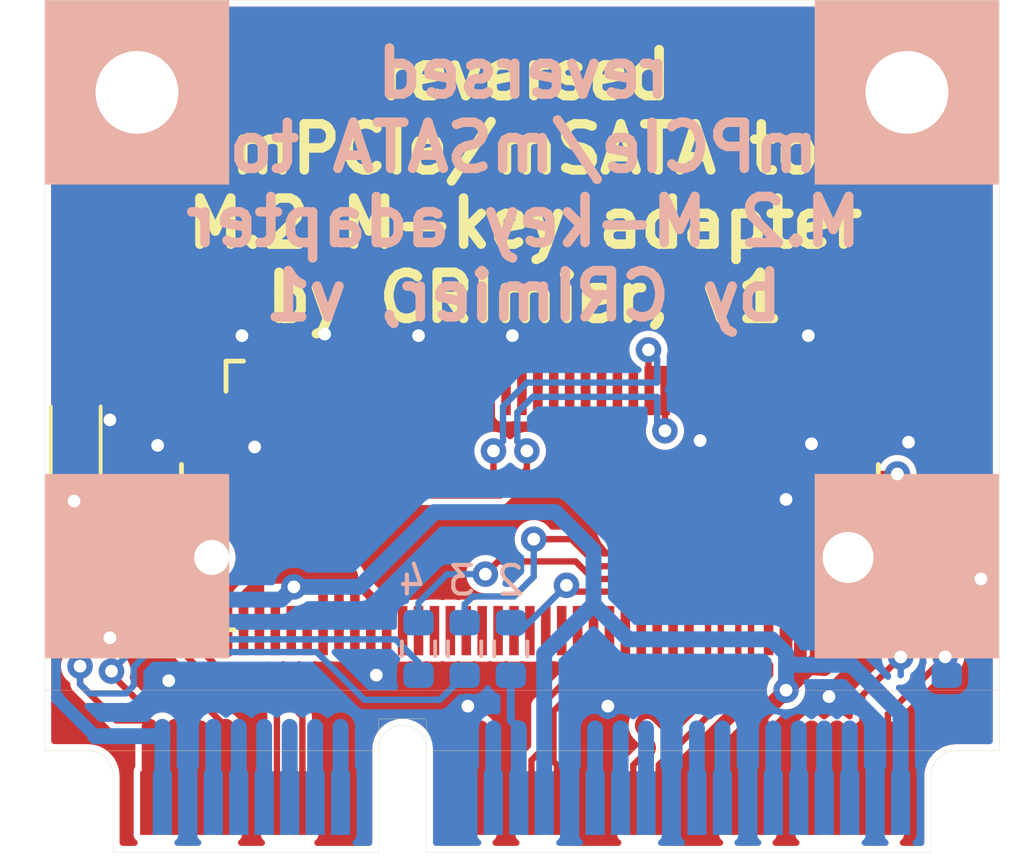
<source format=kicad_pcb>
(kicad_pcb (version 20171130) (host pcbnew 5.1.5+dfsg1-2build2)

  (general
    (thickness 1.6)
    (drawings 11)
    (tracks 476)
    (zones 0)
    (modules 10)
    (nets 74)
  )

  (page A4)
  (layers
    (0 F.Cu signal)
    (31 B.Cu signal)
    (32 B.Adhes user)
    (33 F.Adhes user)
    (34 B.Paste user)
    (35 F.Paste user)
    (36 B.SilkS user)
    (37 F.SilkS user)
    (38 B.Mask user)
    (39 F.Mask user)
    (40 Dwgs.User user)
    (41 Cmts.User user)
    (42 Eco1.User user)
    (43 Eco2.User user)
    (44 Edge.Cuts user)
    (45 Margin user)
    (46 B.CrtYd user)
    (47 F.CrtYd user)
    (48 B.Fab user)
    (49 F.Fab user)
  )

  (setup
    (last_trace_width 0.25)
    (user_trace_width 0.2)
    (user_trace_width 0.3)
    (user_trace_width 0.35)
    (user_trace_width 0.4)
    (user_trace_width 0.5)
    (trace_clearance 0.2)
    (zone_clearance 0.2)
    (zone_45_only no)
    (trace_min 0.2)
    (via_size 0.8)
    (via_drill 0.4)
    (via_min_size 0.4)
    (via_min_drill 0.3)
    (uvia_size 0.3)
    (uvia_drill 0.1)
    (uvias_allowed no)
    (uvia_min_size 0.2)
    (uvia_min_drill 0.1)
    (edge_width 0.05)
    (segment_width 0.2)
    (pcb_text_width 0.3)
    (pcb_text_size 1.5 1.5)
    (mod_edge_width 0.12)
    (mod_text_size 1 1)
    (mod_text_width 0.15)
    (pad_size 1.524 1.524)
    (pad_drill 0.762)
    (pad_to_mask_clearance 0.051)
    (solder_mask_min_width 0.25)
    (aux_axis_origin 131.75 99.7)
    (visible_elements FFFFFF7F)
    (pcbplotparams
      (layerselection 0x010fc_ffffffff)
      (usegerberextensions true)
      (usegerberattributes false)
      (usegerberadvancedattributes false)
      (creategerberjobfile false)
      (excludeedgelayer true)
      (linewidth 0.100000)
      (plotframeref false)
      (viasonmask false)
      (mode 1)
      (useauxorigin true)
      (hpglpennumber 1)
      (hpglpenspeed 20)
      (hpglpendiameter 15.000000)
      (psnegative false)
      (psa4output false)
      (plotreference false)
      (plotvalue false)
      (plotinvisibletext false)
      (padsonsilk false)
      (subtractmaskfromsilk true)
      (outputformat 1)
      (mirror false)
      (drillshape 0)
      (scaleselection 1)
      (outputdirectory "gerbers/"))
  )

  (net 0 "")
  (net 1 "Net-(U1-Pad49)")
  (net 2 "Net-(U1-Pad48)")
  (net 3 "Net-(U1-Pad47)")
  (net 4 "Net-(U1-Pad46)")
  (net 5 "Net-(U1-Pad45)")
  (net 6 "Net-(U1-Pad44)")
  (net 7 "Net-(U1-Pad42)")
  (net 8 "Net-(U1-Pad38)")
  (net 9 "Net-(U1-Pad36)")
  (net 10 P0_TX-)
  (net 11 "Net-(U1-Pad32)")
  (net 12 P0_TX+)
  (net 13 "Net-(U1-Pad30)")
  (net 14 "Net-(U1-Pad28)")
  (net 15 P0_RX+)
  (net 16 P0_RX-)
  (net 17 PERST)
  (net 18 "Net-(U1-Pad20)")
  (net 19 "Net-(U1-Pad19)")
  (net 20 "Net-(U1-Pad17)")
  (net 21 "Net-(U1-Pad16)")
  (net 22 "Net-(U1-Pad14)")
  (net 23 PCLK+)
  (net 24 "Net-(U1-Pad12)")
  (net 25 PCLK-)
  (net 26 "Net-(U1-Pad10)")
  (net 27 "Net-(U1-Pad8)")
  (net 28 ~CLKREQ)
  (net 29 "Net-(U1-Pad6)")
  (net 30 "Net-(U1-Pad5)")
  (net 31 "Net-(U1-Pad3)")
  (net 32 ~WAKE)
  (net 33 "Net-(U2-Pad68)")
  (net 34 "Net-(U2-Pad67)")
  (net 35 "Net-(U2-Pad58)")
  (net 36 "Net-(U2-Pad56)")
  (net 37 "Net-(U2-Pad48)")
  (net 38 "Net-(U2-Pad46)")
  (net 39 "Net-(U2-Pad44)")
  (net 40 "Net-(U2-Pad42)")
  (net 41 "Net-(U2-Pad40)")
  (net 42 "Net-(U2-Pad38)")
  (net 43 "Net-(U2-Pad37)")
  (net 44 "Net-(U2-Pad36)")
  (net 45 "Net-(U2-Pad35)")
  (net 46 "Net-(U2-Pad34)")
  (net 47 "Net-(U2-Pad32)")
  (net 48 "Net-(U2-Pad31)")
  (net 49 "Net-(U2-Pad30)")
  (net 50 "Net-(U2-Pad29)")
  (net 51 "Net-(U2-Pad28)")
  (net 52 "Net-(U2-Pad26)")
  (net 53 "Net-(U2-Pad25)")
  (net 54 "Net-(U2-Pad24)")
  (net 55 "Net-(U2-Pad23)")
  (net 56 "Net-(U2-Pad22)")
  (net 57 "Net-(U2-Pad20)")
  (net 58 "Net-(U2-Pad11)")
  (net 59 "Net-(U2-Pad10)")
  (net 60 "Net-(U2-Pad8)")
  (net 61 "Net-(U2-Pad7)")
  (net 62 "Net-(U2-Pad6)")
  (net 63 "Net-(U2-Pad5)")
  (net 64 "Net-(U2-Pad13)")
  (net 65 "Net-(U2-Pad17)")
  (net 66 "Net-(U2-Pad19)")
  (net 67 +3V3)
  (net 68 GND)
  (net 69 DET)
  (net 70 "Net-(R5-Pad2)")
  (net 71 "Net-(R1-Pad1)")
  (net 72 "Net-(R3-Pad2)")
  (net 73 "Net-(R2-Pad2)")

  (net_class Default "This is the default net class."
    (clearance 0.2)
    (trace_width 0.25)
    (via_dia 0.8)
    (via_drill 0.4)
    (uvia_dia 0.3)
    (uvia_drill 0.1)
    (add_net +3V3)
    (add_net DET)
    (add_net GND)
    (add_net "Net-(R1-Pad1)")
    (add_net "Net-(R2-Pad2)")
    (add_net "Net-(R3-Pad2)")
    (add_net "Net-(R5-Pad2)")
    (add_net "Net-(U1-Pad10)")
    (add_net "Net-(U1-Pad12)")
    (add_net "Net-(U1-Pad14)")
    (add_net "Net-(U1-Pad16)")
    (add_net "Net-(U1-Pad17)")
    (add_net "Net-(U1-Pad19)")
    (add_net "Net-(U1-Pad20)")
    (add_net "Net-(U1-Pad28)")
    (add_net "Net-(U1-Pad3)")
    (add_net "Net-(U1-Pad30)")
    (add_net "Net-(U1-Pad32)")
    (add_net "Net-(U1-Pad36)")
    (add_net "Net-(U1-Pad38)")
    (add_net "Net-(U1-Pad42)")
    (add_net "Net-(U1-Pad44)")
    (add_net "Net-(U1-Pad45)")
    (add_net "Net-(U1-Pad46)")
    (add_net "Net-(U1-Pad47)")
    (add_net "Net-(U1-Pad48)")
    (add_net "Net-(U1-Pad49)")
    (add_net "Net-(U1-Pad5)")
    (add_net "Net-(U1-Pad6)")
    (add_net "Net-(U1-Pad8)")
    (add_net "Net-(U2-Pad10)")
    (add_net "Net-(U2-Pad11)")
    (add_net "Net-(U2-Pad13)")
    (add_net "Net-(U2-Pad17)")
    (add_net "Net-(U2-Pad19)")
    (add_net "Net-(U2-Pad20)")
    (add_net "Net-(U2-Pad22)")
    (add_net "Net-(U2-Pad23)")
    (add_net "Net-(U2-Pad24)")
    (add_net "Net-(U2-Pad25)")
    (add_net "Net-(U2-Pad26)")
    (add_net "Net-(U2-Pad28)")
    (add_net "Net-(U2-Pad29)")
    (add_net "Net-(U2-Pad30)")
    (add_net "Net-(U2-Pad31)")
    (add_net "Net-(U2-Pad32)")
    (add_net "Net-(U2-Pad34)")
    (add_net "Net-(U2-Pad35)")
    (add_net "Net-(U2-Pad36)")
    (add_net "Net-(U2-Pad37)")
    (add_net "Net-(U2-Pad38)")
    (add_net "Net-(U2-Pad40)")
    (add_net "Net-(U2-Pad42)")
    (add_net "Net-(U2-Pad44)")
    (add_net "Net-(U2-Pad46)")
    (add_net "Net-(U2-Pad48)")
    (add_net "Net-(U2-Pad5)")
    (add_net "Net-(U2-Pad56)")
    (add_net "Net-(U2-Pad58)")
    (add_net "Net-(U2-Pad6)")
    (add_net "Net-(U2-Pad67)")
    (add_net "Net-(U2-Pad68)")
    (add_net "Net-(U2-Pad7)")
    (add_net "Net-(U2-Pad8)")
    (add_net P0_RX+)
    (add_net P0_RX-)
    (add_net P0_TX+)
    (add_net P0_TX-)
    (add_net PCLK+)
    (add_net PCLK-)
    (add_net PERST)
    (add_net ~CLKREQ)
    (add_net ~WAKE)
  )

  (module Capacitor_Tantalum_SMD:CP_EIA-2012-12_Kemet-R_Pad1.30x1.05mm_HandSolder (layer F.Cu) (tedit 5EBA9318) (tstamp 61796DCD)
    (at 102.725 113.475 90)
    (descr "Tantalum Capacitor SMD Kemet-R (2012-12 Metric), IPC_7351 nominal, (Body size from: https://www.vishay.com/docs/40182/tmch.pdf), generated with kicad-footprint-generator")
    (tags "capacitor tantalum")
    (path /617D2132)
    (attr smd)
    (fp_text reference C4 (at 0 -1.58 90) (layer F.SilkS) hide
      (effects (font (size 1 1) (thickness 0.15)))
    )
    (fp_text value 100uF (at 0 1.58 90) (layer F.Fab)
      (effects (font (size 1 1) (thickness 0.15)))
    )
    (fp_text user %R (at 0 0 90) (layer F.Fab)
      (effects (font (size 0.5 0.5) (thickness 0.08)))
    )
    (fp_line (start 1.88 0.88) (end -1.88 0.88) (layer F.CrtYd) (width 0.05))
    (fp_line (start 1.88 -0.88) (end 1.88 0.88) (layer F.CrtYd) (width 0.05))
    (fp_line (start -1.88 -0.88) (end 1.88 -0.88) (layer F.CrtYd) (width 0.05))
    (fp_line (start -1.88 0.88) (end -1.88 -0.88) (layer F.CrtYd) (width 0.05))
    (fp_line (start -1.885 0.785) (end 1 0.785) (layer F.SilkS) (width 0.12))
    (fp_line (start -1.885 -0.785) (end -1.885 0.785) (layer F.SilkS) (width 0.12))
    (fp_line (start 1 -0.785) (end -1.885 -0.785) (layer F.SilkS) (width 0.12))
    (fp_line (start 1 0.625) (end 1 -0.625) (layer F.Fab) (width 0.1))
    (fp_line (start -1 0.625) (end 1 0.625) (layer F.Fab) (width 0.1))
    (fp_line (start -1 -0.3125) (end -1 0.625) (layer F.Fab) (width 0.1))
    (fp_line (start -0.6875 -0.625) (end -1 -0.3125) (layer F.Fab) (width 0.1))
    (fp_line (start 1 -0.625) (end -0.6875 -0.625) (layer F.Fab) (width 0.1))
    (pad 2 smd roundrect (at 0.975 0 90) (size 1.3 1.05) (layers F.Cu F.Paste F.Mask) (roundrect_rratio 0.238095)
      (net 68 GND))
    (pad 1 smd roundrect (at -0.975 0 90) (size 1.3 1.05) (layers F.Cu F.Paste F.Mask) (roundrect_rratio 0.238095)
      (net 67 +3V3))
    (model ${KISYS3DMOD}/Capacitor_Tantalum_SMD.3dshapes/CP_EIA-2012-12_Kemet-R.wrl
      (at (xyz 0 0 0))
      (scale (xyz 1 1 1))
      (rotate (xyz 0 0 0))
    )
  )

  (module Capacitor_Tantalum_SMD:CP_EIA-2012-12_Kemet-R_Pad1.30x1.05mm_HandSolder (layer F.Cu) (tedit 5EBA9318) (tstamp 61796AC6)
    (at 130.1 117.8)
    (descr "Tantalum Capacitor SMD Kemet-R (2012-12 Metric), IPC_7351 nominal, (Body size from: https://www.vishay.com/docs/40182/tmch.pdf), generated with kicad-footprint-generator")
    (tags "capacitor tantalum")
    (path /617D2144)
    (attr smd)
    (fp_text reference C2 (at 0 -1.58) (layer F.SilkS) hide
      (effects (font (size 1 1) (thickness 0.15)))
    )
    (fp_text value 100uF (at 0 1.58) (layer F.Fab)
      (effects (font (size 1 1) (thickness 0.15)))
    )
    (fp_text user %R (at 0 0) (layer F.Fab)
      (effects (font (size 0.5 0.5) (thickness 0.08)))
    )
    (fp_line (start 1.88 0.88) (end -1.88 0.88) (layer F.CrtYd) (width 0.05))
    (fp_line (start 1.88 -0.88) (end 1.88 0.88) (layer F.CrtYd) (width 0.05))
    (fp_line (start -1.88 -0.88) (end 1.88 -0.88) (layer F.CrtYd) (width 0.05))
    (fp_line (start -1.88 0.88) (end -1.88 -0.88) (layer F.CrtYd) (width 0.05))
    (fp_line (start -1.885 0.785) (end 1 0.785) (layer F.SilkS) (width 0.12))
    (fp_line (start -1.885 -0.785) (end -1.885 0.785) (layer F.SilkS) (width 0.12))
    (fp_line (start 1 -0.785) (end -1.885 -0.785) (layer F.SilkS) (width 0.12))
    (fp_line (start 1 0.625) (end 1 -0.625) (layer F.Fab) (width 0.1))
    (fp_line (start -1 0.625) (end 1 0.625) (layer F.Fab) (width 0.1))
    (fp_line (start -1 -0.3125) (end -1 0.625) (layer F.Fab) (width 0.1))
    (fp_line (start -0.6875 -0.625) (end -1 -0.3125) (layer F.Fab) (width 0.1))
    (fp_line (start 1 -0.625) (end -0.6875 -0.625) (layer F.Fab) (width 0.1))
    (pad 2 smd roundrect (at 0.975 0) (size 1.3 1.05) (layers F.Cu F.Paste F.Mask) (roundrect_rratio 0.238095)
      (net 68 GND))
    (pad 1 smd roundrect (at -0.975 0) (size 1.3 1.05) (layers F.Cu F.Paste F.Mask) (roundrect_rratio 0.238095)
      (net 67 +3V3))
    (model ${KISYS3DMOD}/Capacitor_Tantalum_SMD.3dshapes/CP_EIA-2012-12_Kemet-R.wrl
      (at (xyz 0 0 0))
      (scale (xyz 1 1 1))
      (rotate (xyz 0 0 0))
    )
  )

  (module Capacitor_SMD:C_0805_2012Metric (layer F.Cu) (tedit 5F68FEEE) (tstamp 61796AD7)
    (at 130 115.925)
    (descr "Capacitor SMD 0805 (2012 Metric), square (rectangular) end terminal, IPC_7351 nominal, (Body size source: IPC-SM-782 page 76, https://www.pcb-3d.com/wordpress/wp-content/uploads/ipc-sm-782a_amendment_1_and_2.pdf, https://docs.google.com/spreadsheets/d/1BsfQQcO9C6DZCsRaXUlFlo91Tg2WpOkGARC1WS5S8t0/edit?usp=sharing), generated with kicad-footprint-generator")
    (tags capacitor)
    (path /617CA9B1)
    (attr smd)
    (fp_text reference C3 (at 0 -1.68) (layer F.SilkS) hide
      (effects (font (size 1 1) (thickness 0.15)))
    )
    (fp_text value 100nF (at 0 1.68) (layer F.Fab)
      (effects (font (size 1 1) (thickness 0.15)))
    )
    (fp_text user %R (at 0 0) (layer F.Fab)
      (effects (font (size 0.5 0.5) (thickness 0.08)))
    )
    (fp_line (start 1.7 0.98) (end -1.7 0.98) (layer F.CrtYd) (width 0.05))
    (fp_line (start 1.7 -0.98) (end 1.7 0.98) (layer F.CrtYd) (width 0.05))
    (fp_line (start -1.7 -0.98) (end 1.7 -0.98) (layer F.CrtYd) (width 0.05))
    (fp_line (start -1.7 0.98) (end -1.7 -0.98) (layer F.CrtYd) (width 0.05))
    (fp_line (start -0.261252 0.735) (end 0.261252 0.735) (layer F.SilkS) (width 0.12))
    (fp_line (start -0.261252 -0.735) (end 0.261252 -0.735) (layer F.SilkS) (width 0.12))
    (fp_line (start 1 0.625) (end -1 0.625) (layer F.Fab) (width 0.1))
    (fp_line (start 1 -0.625) (end 1 0.625) (layer F.Fab) (width 0.1))
    (fp_line (start -1 -0.625) (end 1 -0.625) (layer F.Fab) (width 0.1))
    (fp_line (start -1 0.625) (end -1 -0.625) (layer F.Fab) (width 0.1))
    (pad 2 smd roundrect (at 0.95 0) (size 1 1.45) (layers F.Cu F.Paste F.Mask) (roundrect_rratio 0.25)
      (net 68 GND))
    (pad 1 smd roundrect (at -0.95 0) (size 1 1.45) (layers F.Cu F.Paste F.Mask) (roundrect_rratio 0.25)
      (net 67 +3V3))
    (model ${KISYS3DMOD}/Capacitor_SMD.3dshapes/C_0805_2012Metric.wrl
      (at (xyz 0 0 0))
      (scale (xyz 1 1 1))
      (rotate (xyz 0 0 0))
    )
  )

  (module Capacitor_SMD:C_0805_2012Metric (layer F.Cu) (tedit 5F68FEEE) (tstamp 617978F2)
    (at 102.875 117.325 270)
    (descr "Capacitor SMD 0805 (2012 Metric), square (rectangular) end terminal, IPC_7351 nominal, (Body size source: IPC-SM-782 page 76, https://www.pcb-3d.com/wordpress/wp-content/uploads/ipc-sm-782a_amendment_1_and_2.pdf, https://docs.google.com/spreadsheets/d/1BsfQQcO9C6DZCsRaXUlFlo91Tg2WpOkGARC1WS5S8t0/edit?usp=sharing), generated with kicad-footprint-generator")
    (tags capacitor)
    (path /617D0460)
    (attr smd)
    (fp_text reference C1 (at 0 -1.68 90) (layer F.SilkS) hide
      (effects (font (size 1 1) (thickness 0.15)))
    )
    (fp_text value 100nF (at 0 1.68 90) (layer F.Fab)
      (effects (font (size 1 1) (thickness 0.15)))
    )
    (fp_text user %R (at 0 0 90) (layer F.Fab)
      (effects (font (size 0.5 0.5) (thickness 0.08)))
    )
    (fp_line (start 1.7 0.98) (end -1.7 0.98) (layer F.CrtYd) (width 0.05))
    (fp_line (start 1.7 -0.98) (end 1.7 0.98) (layer F.CrtYd) (width 0.05))
    (fp_line (start -1.7 -0.98) (end 1.7 -0.98) (layer F.CrtYd) (width 0.05))
    (fp_line (start -1.7 0.98) (end -1.7 -0.98) (layer F.CrtYd) (width 0.05))
    (fp_line (start -0.261252 0.735) (end 0.261252 0.735) (layer F.SilkS) (width 0.12))
    (fp_line (start -0.261252 -0.735) (end 0.261252 -0.735) (layer F.SilkS) (width 0.12))
    (fp_line (start 1 0.625) (end -1 0.625) (layer F.Fab) (width 0.1))
    (fp_line (start 1 -0.625) (end 1 0.625) (layer F.Fab) (width 0.1))
    (fp_line (start -1 -0.625) (end 1 -0.625) (layer F.Fab) (width 0.1))
    (fp_line (start -1 0.625) (end -1 -0.625) (layer F.Fab) (width 0.1))
    (pad 2 smd roundrect (at 0.95 0 270) (size 1 1.45) (layers F.Cu F.Paste F.Mask) (roundrect_rratio 0.25)
      (net 68 GND))
    (pad 1 smd roundrect (at -0.95 0 270) (size 1 1.45) (layers F.Cu F.Paste F.Mask) (roundrect_rratio 0.25)
      (net 67 +3V3))
    (model ${KISYS3DMOD}/Capacitor_SMD.3dshapes/C_0805_2012Metric.wrl
      (at (xyz 0 0 0))
      (scale (xyz 1 1 1))
      (rotate (xyz 0 0 0))
    )
  )

  (module Resistor_SMD:R_0603_1608Metric (layer B.Cu) (tedit 5F68FEEE) (tstamp 61793FE3)
    (at 130.1 120.1 270)
    (descr "Resistor SMD 0603 (1608 Metric), square (rectangular) end terminal, IPC_7351 nominal, (Body size source: IPC-SM-782 page 72, https://www.pcb-3d.com/wordpress/wp-content/uploads/ipc-sm-782a_amendment_1_and_2.pdf), generated with kicad-footprint-generator")
    (tags resistor)
    (path /6178D4DF)
    (attr smd)
    (fp_text reference R5 (at 0 1.43 90) (layer B.SilkS) hide
      (effects (font (size 1 1) (thickness 0.15)) (justify mirror))
    )
    (fp_text value 0R (at 0 -1.43 90) (layer B.Fab)
      (effects (font (size 1 1) (thickness 0.15)) (justify mirror))
    )
    (fp_text user %R (at 0 0 90) (layer B.Fab)
      (effects (font (size 0.4 0.4) (thickness 0.06)) (justify mirror))
    )
    (fp_line (start 1.48 -0.73) (end -1.48 -0.73) (layer B.CrtYd) (width 0.05))
    (fp_line (start 1.48 0.73) (end 1.48 -0.73) (layer B.CrtYd) (width 0.05))
    (fp_line (start -1.48 0.73) (end 1.48 0.73) (layer B.CrtYd) (width 0.05))
    (fp_line (start -1.48 -0.73) (end -1.48 0.73) (layer B.CrtYd) (width 0.05))
    (fp_line (start -0.237258 -0.5225) (end 0.237258 -0.5225) (layer B.SilkS) (width 0.12))
    (fp_line (start -0.237258 0.5225) (end 0.237258 0.5225) (layer B.SilkS) (width 0.12))
    (fp_line (start 0.8 -0.4125) (end -0.8 -0.4125) (layer B.Fab) (width 0.1))
    (fp_line (start 0.8 0.4125) (end 0.8 -0.4125) (layer B.Fab) (width 0.1))
    (fp_line (start -0.8 0.4125) (end 0.8 0.4125) (layer B.Fab) (width 0.1))
    (fp_line (start -0.8 -0.4125) (end -0.8 0.4125) (layer B.Fab) (width 0.1))
    (pad 2 smd roundrect (at 0.825 0 270) (size 0.8 0.95) (layers B.Cu B.Paste B.Mask) (roundrect_rratio 0.25)
      (net 70 "Net-(R5-Pad2)"))
    (pad 1 smd roundrect (at -0.825 0 270) (size 0.8 0.95) (layers B.Cu B.Paste B.Mask) (roundrect_rratio 0.25)
      (net 69 DET))
    (model ${KISYS3DMOD}/Resistor_SMD.3dshapes/R_0603_1608Metric.wrl
      (at (xyz 0 0 0))
      (scale (xyz 1 1 1))
      (rotate (xyz 0 0 0))
    )
  )

  (module Resistor_SMD:R_0603_1608Metric (layer B.Cu) (tedit 5F68FEEE) (tstamp 61793FC1)
    (at 113.5 120.1 270)
    (descr "Resistor SMD 0603 (1608 Metric), square (rectangular) end terminal, IPC_7351 nominal, (Body size source: IPC-SM-782 page 72, https://www.pcb-3d.com/wordpress/wp-content/uploads/ipc-sm-782a_amendment_1_and_2.pdf), generated with kicad-footprint-generator")
    (tags resistor)
    (path /61793731)
    (attr smd)
    (fp_text reference R3 (at 0 1.43 90) (layer B.SilkS) hide
      (effects (font (size 1 1) (thickness 0.15)) (justify mirror))
    )
    (fp_text value 0R (at 0 -1.43 90) (layer B.Fab)
      (effects (font (size 1 1) (thickness 0.15)) (justify mirror))
    )
    (fp_text user %R (at 0 0 90) (layer B.Fab)
      (effects (font (size 0.4 0.4) (thickness 0.06)) (justify mirror))
    )
    (fp_line (start 1.48 -0.73) (end -1.48 -0.73) (layer B.CrtYd) (width 0.05))
    (fp_line (start 1.48 0.73) (end 1.48 -0.73) (layer B.CrtYd) (width 0.05))
    (fp_line (start -1.48 0.73) (end 1.48 0.73) (layer B.CrtYd) (width 0.05))
    (fp_line (start -1.48 -0.73) (end -1.48 0.73) (layer B.CrtYd) (width 0.05))
    (fp_line (start -0.237258 -0.5225) (end 0.237258 -0.5225) (layer B.SilkS) (width 0.12))
    (fp_line (start -0.237258 0.5225) (end 0.237258 0.5225) (layer B.SilkS) (width 0.12))
    (fp_line (start 0.8 -0.4125) (end -0.8 -0.4125) (layer B.Fab) (width 0.1))
    (fp_line (start 0.8 0.4125) (end 0.8 -0.4125) (layer B.Fab) (width 0.1))
    (fp_line (start -0.8 0.4125) (end 0.8 0.4125) (layer B.Fab) (width 0.1))
    (fp_line (start -0.8 -0.4125) (end -0.8 0.4125) (layer B.Fab) (width 0.1))
    (pad 2 smd roundrect (at 0.825 0 270) (size 0.8 0.95) (layers B.Cu B.Paste B.Mask) (roundrect_rratio 0.25)
      (net 72 "Net-(R3-Pad2)"))
    (pad 1 smd roundrect (at -0.825 0 270) (size 0.8 0.95) (layers B.Cu B.Paste B.Mask) (roundrect_rratio 0.25)
      (net 28 ~CLKREQ))
    (model ${KISYS3DMOD}/Resistor_SMD.3dshapes/R_0603_1608Metric.wrl
      (at (xyz 0 0 0))
      (scale (xyz 1 1 1))
      (rotate (xyz 0 0 0))
    )
  )

  (module Resistor_SMD:R_0603_1608Metric (layer B.Cu) (tedit 5F68FEEE) (tstamp 61794235)
    (at 114.95 120.1 270)
    (descr "Resistor SMD 0603 (1608 Metric), square (rectangular) end terminal, IPC_7351 nominal, (Body size source: IPC-SM-782 page 72, https://www.pcb-3d.com/wordpress/wp-content/uploads/ipc-sm-782a_amendment_1_and_2.pdf), generated with kicad-footprint-generator")
    (tags resistor)
    (path /61793737)
    (attr smd)
    (fp_text reference R2 (at 0 1.43 90) (layer B.SilkS) hide
      (effects (font (size 1 1) (thickness 0.15)) (justify mirror))
    )
    (fp_text value 0R (at 0 -1.43 90) (layer B.Fab)
      (effects (font (size 1 1) (thickness 0.15)) (justify mirror))
    )
    (fp_text user %R (at 0 0 90) (layer B.Fab)
      (effects (font (size 0.4 0.4) (thickness 0.06)) (justify mirror))
    )
    (fp_line (start 1.48 -0.73) (end -1.48 -0.73) (layer B.CrtYd) (width 0.05))
    (fp_line (start 1.48 0.73) (end 1.48 -0.73) (layer B.CrtYd) (width 0.05))
    (fp_line (start -1.48 0.73) (end 1.48 0.73) (layer B.CrtYd) (width 0.05))
    (fp_line (start -1.48 -0.73) (end -1.48 0.73) (layer B.CrtYd) (width 0.05))
    (fp_line (start -0.237258 -0.5225) (end 0.237258 -0.5225) (layer B.SilkS) (width 0.12))
    (fp_line (start -0.237258 0.5225) (end 0.237258 0.5225) (layer B.SilkS) (width 0.12))
    (fp_line (start 0.8 -0.4125) (end -0.8 -0.4125) (layer B.Fab) (width 0.1))
    (fp_line (start 0.8 0.4125) (end 0.8 -0.4125) (layer B.Fab) (width 0.1))
    (fp_line (start -0.8 0.4125) (end 0.8 0.4125) (layer B.Fab) (width 0.1))
    (fp_line (start -0.8 -0.4125) (end -0.8 0.4125) (layer B.Fab) (width 0.1))
    (pad 2 smd roundrect (at 0.825 0 270) (size 0.8 0.95) (layers B.Cu B.Paste B.Mask) (roundrect_rratio 0.25)
      (net 73 "Net-(R2-Pad2)"))
    (pad 1 smd roundrect (at -0.825 0 270) (size 0.8 0.95) (layers B.Cu B.Paste B.Mask) (roundrect_rratio 0.25)
      (net 32 ~WAKE))
    (model ${KISYS3DMOD}/Resistor_SMD.3dshapes/R_0603_1608Metric.wrl
      (at (xyz 0 0 0))
      (scale (xyz 1 1 1))
      (rotate (xyz 0 0 0))
    )
  )

  (module Resistor_SMD:R_0603_1608Metric (layer B.Cu) (tedit 5F68FEEE) (tstamp 61793F9F)
    (at 116.4 120.1 90)
    (descr "Resistor SMD 0603 (1608 Metric), square (rectangular) end terminal, IPC_7351 nominal, (Body size source: IPC-SM-782 page 72, https://www.pcb-3d.com/wordpress/wp-content/uploads/ipc-sm-782a_amendment_1_and_2.pdf), generated with kicad-footprint-generator")
    (tags resistor)
    (path /6179792D)
    (attr smd)
    (fp_text reference R1 (at 0 1.43 90) (layer B.SilkS) hide
      (effects (font (size 1 1) (thickness 0.15)) (justify mirror))
    )
    (fp_text value 0R (at 0 -1.43 90) (layer B.Fab)
      (effects (font (size 1 1) (thickness 0.15)) (justify mirror))
    )
    (fp_text user %R (at 0 0 90) (layer B.Fab)
      (effects (font (size 0.4 0.4) (thickness 0.06)) (justify mirror))
    )
    (fp_line (start 1.48 -0.73) (end -1.48 -0.73) (layer B.CrtYd) (width 0.05))
    (fp_line (start 1.48 0.73) (end 1.48 -0.73) (layer B.CrtYd) (width 0.05))
    (fp_line (start -1.48 0.73) (end 1.48 0.73) (layer B.CrtYd) (width 0.05))
    (fp_line (start -1.48 -0.73) (end -1.48 0.73) (layer B.CrtYd) (width 0.05))
    (fp_line (start -0.237258 -0.5225) (end 0.237258 -0.5225) (layer B.SilkS) (width 0.12))
    (fp_line (start -0.237258 0.5225) (end 0.237258 0.5225) (layer B.SilkS) (width 0.12))
    (fp_line (start 0.8 -0.4125) (end -0.8 -0.4125) (layer B.Fab) (width 0.1))
    (fp_line (start 0.8 0.4125) (end 0.8 -0.4125) (layer B.Fab) (width 0.1))
    (fp_line (start -0.8 0.4125) (end 0.8 0.4125) (layer B.Fab) (width 0.1))
    (fp_line (start -0.8 -0.4125) (end -0.8 0.4125) (layer B.Fab) (width 0.1))
    (pad 2 smd roundrect (at 0.825 0 90) (size 0.8 0.95) (layers B.Cu B.Paste B.Mask) (roundrect_rratio 0.25)
      (net 17 PERST))
    (pad 1 smd roundrect (at -0.825 0 90) (size 0.8 0.95) (layers B.Cu B.Paste B.Mask) (roundrect_rratio 0.25)
      (net 71 "Net-(R1-Pad1)"))
    (model ${KISYS3DMOD}/Resistor_SMD.3dshapes/R_0603_1608Metric.wrl
      (at (xyz 0 0 0))
      (scale (xyz 1 1 1))
      (rotate (xyz 0 0 0))
    )
  )

  (module nvme_lib:Conn_TE-M.2-0.5-67P-doublesided_TypeM (layer F.Cu) (tedit 61729690) (tstamp 615F61B6)
    (at 117 117.25)
    (path /615F05A5)
    (zone_connect 2)
    (fp_text reference U2 (at 0 1) (layer F.Fab)
      (effects (font (size 0.6 0.6) (thickness 0.1)))
    )
    (fp_text value NGFF_M (at 0 0) (layer F.Fab)
      (effects (font (size 0.6 0.5) (thickness 0.1)))
    )
    (fp_text user "inserted card edge" (at 0.1 -2.4) (layer F.Fab)
      (effects (font (size 1 1) (thickness 0.15)))
    )
    (fp_line (start -10.95 -1.75) (end 10.95 -1.75) (layer F.Fab) (width 0.12))
    (fp_line (start -10.95 -5.25) (end 10.95 -5.25) (layer F.Fab) (width 0.05))
    (fp_line (start -10.95 -4.75) (end -10.45 -5.25) (layer F.Fab) (width 0.05))
    (fp_line (start 9.75 1.05) (end 9.75 2.25) (layer F.Fab) (width 0.05))
    (fp_line (start 10.95 1.05) (end 9.75 1.05) (layer F.Fab) (width 0.05))
    (fp_line (start -9.75 1.05) (end -9.75 2.25) (layer F.Fab) (width 0.05))
    (fp_line (start -10.95 1.05) (end -9.75 1.05) (layer F.Fab) (width 0.05))
    (fp_line (start -9.75 2.25) (end 9.75 2.25) (layer F.Fab) (width 0.05))
    (fp_line (start 10.95 1.05) (end 10.95 -5.25) (layer F.Fab) (width 0.05))
    (fp_line (start -10.95 -5.25) (end -10.95 1.05) (layer F.Fab) (width 0.05))
    (fp_line (start -10 1.25) (end -11.25 1.25) (layer F.CrtYd) (width 0.05))
    (fp_line (start -10 3.25) (end -10 1.25) (layer F.CrtYd) (width 0.05))
    (fp_line (start 10 3.25) (end -10 3.25) (layer F.CrtYd) (width 0.05))
    (fp_line (start 10 1.25) (end 10 3.25) (layer F.CrtYd) (width 0.05))
    (fp_line (start 11.25 1.25) (end 10 1.25) (layer F.CrtYd) (width 0.05))
    (fp_line (start -9.75 1.05) (end -10.95 1.05) (layer F.SilkS) (width 0.15))
    (fp_line (start -9.75 2.25) (end -9.75 1.05) (layer F.SilkS) (width 0.15))
    (fp_line (start -9.3 2.25) (end -9.75 2.25) (layer F.SilkS) (width 0.15))
    (fp_line (start 9.75 2.25) (end 9.3 2.25) (layer F.SilkS) (width 0.15))
    (fp_line (start 9.75 1.05) (end 9.75 2.25) (layer F.SilkS) (width 0.15))
    (fp_line (start 10.95 1.05) (end 9.75 1.05) (layer F.SilkS) (width 0.15))
    (fp_text user %R (at -10.1 -4.8) (layer Eco1.User)
      (effects (font (size 0.3 0.3) (thickness 0.03)))
    )
    (fp_line (start -10.95 1.05) (end -10.95 -2.95) (layer F.SilkS) (width 0.15))
    (fp_line (start 10.95 1.05) (end 10.95 -2.95) (layer F.SilkS) (width 0.15))
    (fp_line (start -9.55 -6.2) (end -9 -6.2) (layer F.SilkS) (width 0.15))
    (fp_line (start -9.55 -5.25) (end -9.55 -6.2) (layer F.SilkS) (width 0.15))
    (fp_line (start 11.25 -6.25) (end 11.25 1.25) (layer F.CrtYd) (width 0.05))
    (fp_line (start -11.25 1.25) (end -11.25 -6.25) (layer F.CrtYd) (width 0.05))
    (fp_line (start -11.25 -6.25) (end 11.25 -6.25) (layer F.CrtYd) (width 0.05))
    (fp_text user "ENTRY SIDE" (at 0 3.75) (layer Cmts.User)
      (effects (font (size 0.6 0.6) (thickness 0.06)))
    )
    (pad MP smd rect (at 10.35 -4.5) (size 1.2 2.75) (layers F.Cu F.Paste F.Mask)
      (net 68 GND) (zone_connect 2))
    (pad MP smd rect (at -10.35 -4.5) (size 1.2 2.75) (layers F.Cu F.Paste F.Mask)
      (net 68 GND) (zone_connect 2))
    (pad "" np_thru_hole circle (at 10 -0.025) (size 1.6 1.6) (drill 1.6) (layers *.Cu)
      (zone_connect 2))
    (pad "" np_thru_hole circle (at -10 -0.025) (size 1.1 1.1) (drill 1.1) (layers *.Cu)
      (zone_connect 2))
    (pad 75 smd rect (at 9.25 -5.275) (size 0.3 1.55) (layers F.Cu F.Paste F.Mask)
      (net 68 GND) (zone_connect 2))
    (pad 74 smd rect (at 9 2.275) (size 0.3 1.55) (layers F.Cu F.Paste F.Mask)
      (net 67 +3V3) (zone_connect 2))
    (pad 73 smd rect (at 8.75 -5.275) (size 0.3 1.55) (layers F.Cu F.Paste F.Mask)
      (net 68 GND) (zone_connect 2))
    (pad 72 smd rect (at 8.5 2.275) (size 0.3 1.55) (layers F.Cu F.Paste F.Mask)
      (net 67 +3V3) (zone_connect 2))
    (pad 71 smd rect (at 8.25 -5.275) (size 0.3 1.55) (layers F.Cu F.Paste F.Mask)
      (net 68 GND) (zone_connect 2))
    (pad 70 smd rect (at 8 2.275) (size 0.3 1.55) (layers F.Cu F.Paste F.Mask)
      (net 67 +3V3) (zone_connect 2))
    (pad 69 smd rect (at 7.75 -5.275) (size 0.3 1.55) (layers F.Cu F.Paste F.Mask)
      (net 69 DET) (zone_connect 2))
    (pad 68 smd rect (at 7.5 2.275) (size 0.3 1.55) (layers F.Cu F.Paste F.Mask)
      (net 33 "Net-(U2-Pad68)") (zone_connect 2))
    (pad 67 smd rect (at 7.25 -5.275) (size 0.3 1.55) (layers F.Cu F.Paste F.Mask)
      (net 34 "Net-(U2-Pad67)") (zone_connect 2))
    (pad 58 smd rect (at 5 2.275) (size 0.3 1.55) (layers F.Cu F.Paste F.Mask)
      (net 35 "Net-(U2-Pad58)") (zone_connect 2))
    (pad 57 smd rect (at 4.75 -5.275) (size 0.3 1.55) (layers F.Cu F.Paste F.Mask)
      (net 68 GND) (zone_connect 2))
    (pad 56 smd rect (at 4.5 2.275) (size 0.3 1.55) (layers F.Cu F.Paste F.Mask)
      (net 36 "Net-(U2-Pad56)") (zone_connect 2))
    (pad 55 smd rect (at 4.25 -5.275) (size 0.3 1.55) (layers F.Cu F.Paste F.Mask)
      (net 23 PCLK+) (zone_connect 2))
    (pad 54 smd rect (at 4 2.275) (size 0.3 1.55) (layers F.Cu F.Paste F.Mask)
      (net 32 ~WAKE) (zone_connect 2))
    (pad 53 smd rect (at 3.75 -5.275) (size 0.3 1.55) (layers F.Cu F.Paste F.Mask)
      (net 25 PCLK-) (zone_connect 2))
    (pad 52 smd rect (at 3.5 2.275) (size 0.3 1.55) (layers F.Cu F.Paste F.Mask)
      (net 28 ~CLKREQ) (zone_connect 2))
    (pad 51 smd rect (at 3.25 -5.275) (size 0.3 1.55) (layers F.Cu F.Paste F.Mask)
      (net 68 GND) (zone_connect 2))
    (pad 50 smd rect (at 3 2.275) (size 0.3 1.55) (layers F.Cu F.Paste F.Mask)
      (net 17 PERST) (zone_connect 2))
    (pad 49 smd rect (at 2.75 -5.275) (size 0.3 1.55) (layers F.Cu F.Paste F.Mask)
      (net 12 P0_TX+) (zone_connect 2))
    (pad 48 smd rect (at 2.5 2.275) (size 0.3 1.55) (layers F.Cu F.Paste F.Mask)
      (net 37 "Net-(U2-Pad48)") (zone_connect 2))
    (pad 47 smd rect (at 2.25 -5.275) (size 0.3 1.55) (layers F.Cu F.Paste F.Mask)
      (net 10 P0_TX-) (zone_connect 2))
    (pad 46 smd rect (at 2 2.275) (size 0.3 1.55) (layers F.Cu F.Paste F.Mask)
      (net 38 "Net-(U2-Pad46)") (zone_connect 2))
    (pad 45 smd rect (at 1.75 -5.275) (size 0.3 1.55) (layers F.Cu F.Paste F.Mask)
      (net 68 GND) (zone_connect 2))
    (pad 44 smd rect (at 1.5 2.275) (size 0.3 1.55) (layers F.Cu F.Paste F.Mask)
      (net 39 "Net-(U2-Pad44)") (zone_connect 2))
    (pad 43 smd rect (at 1.25 -5.275) (size 0.3 1.55) (layers F.Cu F.Paste F.Mask)
      (net 15 P0_RX+) (zone_connect 2))
    (pad 42 smd rect (at 1 2.275) (size 0.3 1.55) (layers F.Cu F.Paste F.Mask)
      (net 40 "Net-(U2-Pad42)") (zone_connect 2))
    (pad 41 smd rect (at 0.75 -5.275) (size 0.3 1.55) (layers F.Cu F.Paste F.Mask)
      (net 16 P0_RX-) (zone_connect 2))
    (pad 40 smd rect (at 0.5 2.275) (size 0.3 1.55) (layers F.Cu F.Paste F.Mask)
      (net 41 "Net-(U2-Pad40)") (zone_connect 2))
    (pad 39 smd rect (at 0.25 -5.275) (size 0.3 1.55) (layers F.Cu F.Paste F.Mask)
      (net 68 GND) (zone_connect 2))
    (pad 38 smd rect (at 0 2.275) (size 0.3 1.55) (layers F.Cu F.Paste F.Mask)
      (net 42 "Net-(U2-Pad38)") (zone_connect 2))
    (pad 37 smd rect (at -0.25 -5.275) (size 0.3 1.55) (layers F.Cu F.Paste F.Mask)
      (net 43 "Net-(U2-Pad37)") (zone_connect 2))
    (pad 36 smd rect (at -0.5 2.275) (size 0.3 1.55) (layers F.Cu F.Paste F.Mask)
      (net 44 "Net-(U2-Pad36)") (zone_connect 2))
    (pad 35 smd rect (at -0.75 -5.275) (size 0.3 1.55) (layers F.Cu F.Paste F.Mask)
      (net 45 "Net-(U2-Pad35)") (zone_connect 2))
    (pad 34 smd rect (at -1 2.275) (size 0.3 1.55) (layers F.Cu F.Paste F.Mask)
      (net 46 "Net-(U2-Pad34)") (zone_connect 2))
    (pad 33 smd rect (at -1.25 -5.275) (size 0.3 1.55) (layers F.Cu F.Paste F.Mask)
      (net 68 GND) (zone_connect 2))
    (pad 32 smd rect (at -1.5 2.275) (size 0.3 1.55) (layers F.Cu F.Paste F.Mask)
      (net 47 "Net-(U2-Pad32)") (zone_connect 2))
    (pad 31 smd rect (at -1.75 -5.275) (size 0.3 1.55) (layers F.Cu F.Paste F.Mask)
      (net 48 "Net-(U2-Pad31)") (zone_connect 2))
    (pad 30 smd rect (at -2 2.275) (size 0.3 1.55) (layers F.Cu F.Paste F.Mask)
      (net 49 "Net-(U2-Pad30)") (zone_connect 2))
    (pad 29 smd rect (at -2.25 -5.275) (size 0.3 1.55) (layers F.Cu F.Paste F.Mask)
      (net 50 "Net-(U2-Pad29)") (zone_connect 2))
    (pad 28 smd rect (at -2.5 2.275) (size 0.3 1.55) (layers F.Cu F.Paste F.Mask)
      (net 51 "Net-(U2-Pad28)") (zone_connect 2))
    (pad 27 smd rect (at -2.75 -5.275) (size 0.3 1.55) (layers F.Cu F.Paste F.Mask)
      (net 68 GND) (zone_connect 2))
    (pad 26 smd rect (at -3 2.275) (size 0.3 1.55) (layers F.Cu F.Paste F.Mask)
      (net 52 "Net-(U2-Pad26)") (zone_connect 2))
    (pad 25 smd rect (at -3.25 -5.275) (size 0.3 1.55) (layers F.Cu F.Paste F.Mask)
      (net 53 "Net-(U2-Pad25)") (zone_connect 2))
    (pad 24 smd rect (at -3.5 2.275) (size 0.3 1.55) (layers F.Cu F.Paste F.Mask)
      (net 54 "Net-(U2-Pad24)") (zone_connect 2))
    (pad 23 smd rect (at -3.75 -5.275) (size 0.3 1.55) (layers F.Cu F.Paste F.Mask)
      (net 55 "Net-(U2-Pad23)") (zone_connect 2))
    (pad 22 smd rect (at -4 2.275) (size 0.3 1.55) (layers F.Cu F.Paste F.Mask)
      (net 56 "Net-(U2-Pad22)") (zone_connect 2))
    (pad 21 smd rect (at -4.25 -5.275) (size 0.3 1.55) (layers F.Cu F.Paste F.Mask)
      (net 68 GND) (zone_connect 2))
    (pad 20 smd rect (at -4.5 2.275) (size 0.3 1.55) (layers F.Cu F.Paste F.Mask)
      (net 57 "Net-(U2-Pad20)") (zone_connect 2))
    (pad 11 smd rect (at -6.75 -5.275) (size 0.3 1.55) (layers F.Cu F.Paste F.Mask)
      (net 58 "Net-(U2-Pad11)") (zone_connect 2))
    (pad 10 smd rect (at -7 2.275) (size 0.3 1.55) (layers F.Cu F.Paste F.Mask)
      (net 59 "Net-(U2-Pad10)") (zone_connect 2))
    (pad 9 smd rect (at -7.25 -5.275) (size 0.3 1.55) (layers F.Cu F.Paste F.Mask)
      (net 68 GND) (zone_connect 2))
    (pad 8 smd rect (at -7.5 2.275) (size 0.3 1.55) (layers F.Cu F.Paste F.Mask)
      (net 60 "Net-(U2-Pad8)") (zone_connect 2))
    (pad 7 smd rect (at -7.75 -5.275) (size 0.3 1.55) (layers F.Cu F.Paste F.Mask)
      (net 61 "Net-(U2-Pad7)") (zone_connect 2))
    (pad 6 smd rect (at -8 2.275) (size 0.3 1.55) (layers F.Cu F.Paste F.Mask)
      (net 62 "Net-(U2-Pad6)") (zone_connect 2))
    (pad 5 smd rect (at -8.25 -5.275) (size 0.3 1.55) (layers F.Cu F.Paste F.Mask)
      (net 63 "Net-(U2-Pad5)") (zone_connect 2))
    (pad 4 smd rect (at -8.5 2.275) (size 0.3 1.55) (layers F.Cu F.Paste F.Mask)
      (net 67 +3V3) (zone_connect 2))
    (pad 3 smd rect (at -8.75 -5.275) (size 0.3 1.55) (layers F.Cu F.Paste F.Mask)
      (net 68 GND) (zone_connect 2))
    (pad 2 smd rect (at -9 2.275) (size 0.3 1.55) (layers F.Cu F.Paste F.Mask)
      (net 67 +3V3) (zone_connect 2))
    (pad 1 smd rect (at -9.25 -5.275) (size 0.3 1.55) (layers F.Cu F.Paste F.Mask)
      (net 68 GND) (zone_connect 2))
    (pad 12 smd rect (at -6.5 2.275) (size 0.3 1.55) (layers F.Cu F.Paste F.Mask)
      (net 67 +3V3) (zone_connect 2))
    (pad 14 smd rect (at -6 2.275) (size 0.3 1.55) (layers F.Cu F.Paste F.Mask)
      (net 67 +3V3) (zone_connect 2))
    (pad 16 smd rect (at -5.5 2.275) (size 0.3 1.55) (layers F.Cu F.Paste F.Mask)
      (net 67 +3V3) (zone_connect 2))
    (pad 18 smd rect (at -5 2.275) (size 0.3 1.55) (layers F.Cu F.Paste F.Mask)
      (net 67 +3V3) (zone_connect 2))
    (pad 13 smd rect (at -6.25 -5.275) (size 0.3 1.55) (layers F.Cu F.Paste F.Mask)
      (net 64 "Net-(U2-Pad13)") (zone_connect 2))
    (pad 15 smd rect (at -5.75 -5.275) (size 0.3 1.55) (layers F.Cu F.Paste F.Mask)
      (net 68 GND) (zone_connect 2))
    (pad 17 smd rect (at -5.25 -5.275) (size 0.3 1.55) (layers F.Cu F.Paste F.Mask)
      (net 65 "Net-(U2-Pad17)") (zone_connect 2))
    (pad 19 smd rect (at -4.75 -5.275) (size 0.3 1.55) (layers F.Cu F.Paste F.Mask)
      (net 66 "Net-(U2-Pad19)") (zone_connect 2))
    (model ../../../../../home/paulr/owncloud.home/Electronics/KiCadLibs/MyKiCadLibs.pretty/M.2_key_B_TE.wrl
      (at (xyz 0 0 0))
      (scale (xyz 0.3937 0.3937 0.3937))
      (rotate (xyz 0 0 0))
    )
  )

  (module mpcie_lib:mpcie-half-card (layer F.Cu) (tedit 541DA159) (tstamp 615F7D89)
    (at 116.75 126.5)
    (path /615ADF82)
    (fp_text reference U1 (at 12.15 -15.2 90) (layer F.SilkS) hide
      (effects (font (size 1.524 1.524) (thickness 0.15)))
    )
    (fp_text value MPCIE-Socket (at 14.1 -15.25 90) (layer F.SilkS) hide
      (effects (font (size 1.524 1.524) (thickness 0.15)))
    )
    (fp_line (start -4.5 0) (end -12.85 0) (layer Edge.Cuts) (width 0.01))
    (fp_line (start -3 0) (end -3 -3.25) (layer Edge.Cuts) (width 0.01))
    (fp_line (start -4.5 0) (end -4.5 -3.25) (layer Edge.Cuts) (width 0.01))
    (fp_arc (start -3.75 -3.25) (end -4.5 -3.25) (angle 180) (layer Edge.Cuts) (width 0.01))
    (fp_line (start -3.75 -4.5) (end -3.75 -0.15) (layer Eco1.User) (width 0.01))
    (fp_line (start 0 0) (end 0 -26.8) (layer Eco1.User) (width 0.01))
    (fp_line (start 15 -3.2) (end 15 -26.8) (layer Edge.Cuts) (width 0.01))
    (fp_line (start 15 -26.8) (end -15 -26.8) (layer Edge.Cuts) (width 0.01))
    (fp_line (start -15 -26.8) (end -15 -3.2) (layer Edge.Cuts) (width 0.01))
    (fp_line (start -3 0) (end 12.85 0) (layer Edge.Cuts) (width 0.01))
    (fp_text user Center (at -0.2 -14.35 90) (layer Eco1.User)
      (effects (font (size 0.25 0.25) (thickness 0.025)))
    )
    (fp_line (start -15 -3.2) (end -4.5 -3.2) (layer F.SilkS) (width 0.01))
    (fp_line (start 12.85 0) (end 12.85 -2.4) (layer Edge.Cuts) (width 0.01))
    (fp_line (start -12.85 0) (end -12.85 -2.4) (layer Edge.Cuts) (width 0.01))
    (fp_arc (start -13.65 -2.4) (end -13.65 -3.2) (angle 90) (layer Edge.Cuts) (width 0.01))
    (fp_line (start -13.65 -3.2) (end -15 -3.2) (layer Edge.Cuts) (width 0.01))
    (fp_arc (start 13.65 -2.4) (end 12.85 -2.4) (angle 90) (layer Edge.Cuts) (width 0.01))
    (fp_line (start 15 -3.2) (end 13.65 -3.2) (layer Edge.Cuts) (width 0.01))
    (fp_line (start -4.5 -4.2) (end -3 -4.2) (layer F.SilkS) (width 0.01))
    (fp_line (start -4.5 -3.2) (end -4.5 -4.2) (layer F.SilkS) (width 0.01))
    (fp_line (start -3 -3.2) (end 15 -3.2) (layer F.SilkS) (width 0.01))
    (fp_line (start -3 -4.15) (end -3 -3.2) (layer F.SilkS) (width 0.01))
    (fp_line (start -15 -5.1) (end 15 -5.1) (layer B.SilkS) (width 0.01))
    (pad "" np_thru_hole circle (at 12.1 -23.9) (size 2.6 2.6) (drill 2.6) (layers *.Cu *.Mask F.SilkS))
    (pad "" connect rect (at -12.1 -23.9) (size 5.8 5.8) (layers B.SilkS))
    (pad "" connect rect (at -12.1 -9) (size 5.8 5.8) (layers B.SilkS))
    (pad "" connect rect (at 12.1 -9) (size 5.8 5.8) (layers B.SilkS))
    (pad "" np_thru_hole circle (at -12.1 -23.9) (size 2.6 2.6) (drill 2.6) (layers *.Cu *.Mask F.SilkS))
    (pad "" connect rect (at 12.1 -23.9) (size 5.8 5.8) (layers B.SilkS))
    (pad 52 smd rect (at 11.9 -1.55) (size 0.6 2) (layers B.Cu B.Paste B.Mask)
      (net 67 +3V3))
    (pad 51 smd rect (at 11.5 -1.55) (size 0.6 2) (layers F.Cu F.Paste F.Mask)
      (net 70 "Net-(R5-Pad2)"))
    (pad 50 smd rect (at 11.1 -1.55) (size 0.6 2) (layers B.Cu B.Paste B.Mask)
      (net 68 GND))
    (pad 49 smd rect (at 10.7 -1.55) (size 0.6 2) (layers F.Cu F.Paste F.Mask)
      (net 1 "Net-(U1-Pad49)"))
    (pad 48 smd rect (at 10.3 -1.55) (size 0.6 2) (layers B.Cu B.Paste B.Mask)
      (net 2 "Net-(U1-Pad48)"))
    (pad 47 smd rect (at 9.9 -1.55) (size 0.6 2) (layers F.Cu F.Paste F.Mask)
      (net 3 "Net-(U1-Pad47)"))
    (pad 46 smd rect (at 9.5 -1.55) (size 0.6 2) (layers B.Cu B.Paste B.Mask)
      (net 4 "Net-(U1-Pad46)"))
    (pad 45 smd rect (at 9.1 -1.55) (size 0.6 2) (layers F.Cu F.Paste F.Mask)
      (net 5 "Net-(U1-Pad45)"))
    (pad 44 smd rect (at 8.7 -1.55) (size 0.6 2) (layers B.Cu B.Paste B.Mask)
      (net 6 "Net-(U1-Pad44)"))
    (pad 43 smd rect (at 8.3 -1.55) (size 0.6 2) (layers F.Cu F.Paste F.Mask)
      (net 68 GND))
    (pad 42 smd rect (at 7.9 -1.55) (size 0.6 2) (layers B.Cu B.Paste B.Mask)
      (net 7 "Net-(U1-Pad42)"))
    (pad 41 smd rect (at 7.5 -1.55) (size 0.6 2) (layers F.Cu F.Paste F.Mask)
      (net 67 +3V3))
    (pad 40 smd rect (at 7.1 -1.55) (size 0.6 2) (layers B.Cu B.Paste B.Mask)
      (net 68 GND))
    (pad 39 smd rect (at 6.7 -1.55) (size 0.6 2) (layers F.Cu F.Paste F.Mask)
      (net 67 +3V3))
    (pad 38 smd rect (at 6.3 -1.55) (size 0.6 2) (layers B.Cu B.Paste B.Mask)
      (net 8 "Net-(U1-Pad38)"))
    (pad 37 smd rect (at 5.9 -1.55) (size 0.6 2) (layers F.Cu F.Paste F.Mask)
      (net 68 GND))
    (pad 36 smd rect (at 5.5 -1.55) (size 0.6 2) (layers B.Cu B.Paste B.Mask)
      (net 9 "Net-(U1-Pad36)"))
    (pad 35 smd rect (at 5.1 -1.55) (size 0.6 2) (layers F.Cu F.Paste F.Mask)
      (net 68 GND))
    (pad 34 smd rect (at 4.7 -1.55) (size 0.6 2) (layers B.Cu B.Paste B.Mask)
      (net 68 GND))
    (pad 33 smd rect (at 4.3 -1.55) (size 0.6 2) (layers F.Cu F.Paste F.Mask)
      (net 10 P0_TX-))
    (pad 32 smd rect (at 3.9 -1.55) (size 0.6 2) (layers B.Cu B.Paste B.Mask)
      (net 11 "Net-(U1-Pad32)"))
    (pad 31 smd rect (at 3.5 -1.55) (size 0.6 2) (layers F.Cu F.Paste F.Mask)
      (net 12 P0_TX+))
    (pad 30 smd rect (at 3.1 -1.55) (size 0.6 2) (layers B.Cu B.Paste B.Mask)
      (net 13 "Net-(U1-Pad30)"))
    (pad 29 smd rect (at 2.7 -1.55) (size 0.6 2) (layers F.Cu F.Paste F.Mask)
      (net 68 GND))
    (pad 28 smd rect (at 2.3 -1.55) (size 0.6 2) (layers B.Cu B.Paste B.Mask)
      (net 14 "Net-(U1-Pad28)"))
    (pad 27 smd rect (at 1.9 -1.55) (size 0.6 2) (layers F.Cu F.Paste F.Mask)
      (net 68 GND))
    (pad 26 smd rect (at 1.5 -1.55) (size 0.6 2) (layers B.Cu B.Paste B.Mask)
      (net 68 GND))
    (pad 25 smd rect (at 1.1 -1.55) (size 0.6 2) (layers F.Cu F.Paste F.Mask)
      (net 15 P0_RX+))
    (pad 24 smd rect (at 0.7 -1.55) (size 0.6 2) (layers B.Cu B.Paste B.Mask)
      (net 67 +3V3))
    (pad 23 smd rect (at 0.3 -1.55) (size 0.6 2) (layers F.Cu F.Paste F.Mask)
      (net 16 P0_RX-))
    (pad 22 smd rect (at -0.1 -1.55) (size 0.6 2) (layers B.Cu B.Paste B.Mask)
      (net 71 "Net-(R1-Pad1)"))
    (pad 21 smd rect (at -0.5 -1.55) (size 0.6 2) (layers F.Cu F.Paste F.Mask)
      (net 68 GND))
    (pad 20 smd rect (at -0.9 -1.55) (size 0.6 2) (layers B.Cu B.Paste B.Mask)
      (net 18 "Net-(U1-Pad20)"))
    (pad 19 smd rect (at -1.3 -1.55) (size 0.6 2) (layers F.Cu F.Paste F.Mask)
      (net 19 "Net-(U1-Pad19)"))
    (pad 18 smd rect (at -1.7 -1.55) (size 0.6 2) (layers B.Cu B.Paste B.Mask)
      (net 68 GND))
    (pad 17 smd rect (at -2.1 -1.55) (size 0.6 2) (layers F.Cu F.Paste F.Mask)
      (net 20 "Net-(U1-Pad17)"))
    (pad 16 smd rect (at -5.7 -1.55) (size 0.6 2) (layers B.Cu B.Paste B.Mask)
      (net 21 "Net-(U1-Pad16)"))
    (pad 15 smd rect (at -6.1 -1.55) (size 0.6 2) (layers F.Cu F.Paste F.Mask)
      (net 68 GND))
    (pad 14 smd rect (at -6.5 -1.55) (size 0.6 2) (layers B.Cu B.Paste B.Mask)
      (net 22 "Net-(U1-Pad14)"))
    (pad 13 smd rect (at -6.9 -1.55) (size 0.6 2) (layers F.Cu F.Paste F.Mask)
      (net 23 PCLK+))
    (pad 12 smd rect (at -7.3 -1.55) (size 0.6 2) (layers B.Cu B.Paste B.Mask)
      (net 24 "Net-(U1-Pad12)"))
    (pad 11 smd rect (at -7.7 -1.55) (size 0.6 2) (layers F.Cu F.Paste F.Mask)
      (net 25 PCLK-))
    (pad 10 smd rect (at -8.1 -1.55) (size 0.6 2) (layers B.Cu B.Paste B.Mask)
      (net 26 "Net-(U1-Pad10)"))
    (pad 9 smd rect (at -8.5 -1.55) (size 0.6 2) (layers F.Cu F.Paste F.Mask)
      (net 68 GND))
    (pad 8 smd rect (at -8.9 -1.55) (size 0.6 2) (layers B.Cu B.Paste B.Mask)
      (net 27 "Net-(U1-Pad8)"))
    (pad 7 smd rect (at -9.3 -1.55) (size 0.6 2) (layers F.Cu F.Paste F.Mask)
      (net 72 "Net-(R3-Pad2)"))
    (pad 6 smd rect (at -9.7 -1.55) (size 0.6 2) (layers B.Cu B.Paste B.Mask)
      (net 29 "Net-(U1-Pad6)"))
    (pad 5 smd rect (at -10.1 -1.55) (size 0.6 2) (layers F.Cu F.Paste F.Mask)
      (net 30 "Net-(U1-Pad5)"))
    (pad 4 smd rect (at -10.5 -1.55) (size 0.6 2) (layers B.Cu B.Paste B.Mask)
      (net 68 GND))
    (pad 3 smd rect (at -10.9 -1.55) (size 0.6 2) (layers F.Cu F.Paste F.Mask)
      (net 31 "Net-(U1-Pad3)"))
    (pad 2 smd rect (at -11.3 -1.55) (size 0.6 2) (layers B.Cu B.Paste B.Mask)
      (net 67 +3V3))
    (pad 1 smd rect (at -11.7 -1.55) (size 0.6 2) (layers F.Cu F.Paste F.Mask)
      (net 73 "Net-(R2-Pad2)"))
  )

  (gr_text "reversed\nmPCIe/mSATA to\nM.2 M-key adapter\nby CRImier, v1" (at 116.8 105.5) (layer B.SilkS) (tstamp 61795342)
    (effects (font (size 1.45 1.45) (thickness 0.3)) (justify mirror))
  )
  (gr_text "reversed\nmPCIe/mSATA to\nM.2 M-key adapter\nby CRImier, v1" (at 116.85 105.55) (layer F.SilkS)
    (effects (font (size 1.45 1.45) (thickness 0.3)))
  )
  (gr_text 1 (at 129.95 117.95) (layer B.SilkS) (tstamp 61794E00)
    (effects (font (size 0.9 0.9) (thickness 0.13)) (justify mirror))
  )
  (gr_text "2 3 4" (at 114.85 117.95) (layer B.SilkS)
    (effects (font (size 0.9 0.9) (thickness 0.13)) (justify mirror))
  )
  (gr_poly (pts (xy 111.5 123.55) (xy 105.05 123.55) (xy 105.05 122.55) (xy 111.5 122.55)) (layer B.Mask) (width 0.1))
  (gr_poly (pts (xy 129.05 122.55) (xy 114.55 122.55) (xy 114.55 123.55) (xy 129.05 123.5)) (layer B.Mask) (width 0.1) (tstamp 615F8901))
  (gr_poly (pts (xy 120.95 123.55) (xy 118.75 123.55) (xy 118.75 122.55) (xy 120.95 122.55)) (layer B.Mask) (width 0.1))
  (gr_poly (pts (xy 117.95 123.55) (xy 115.4 123.55) (xy 115.4 122.55) (xy 117.95 122.55)) (layer B.Mask) (width 0.1))
  (gr_poly (pts (xy 108.65 123.55) (xy 104.7 123.55) (xy 104.7 122.55) (xy 108.65 122.55)) (layer F.Mask) (width 0.1))
  (gr_poly (pts (xy 115.95 123.55) (xy 114.2 123.55) (xy 114.2 122.55) (xy 115.95 122.55)) (layer F.Mask) (width 0.1))
  (gr_poly (pts (xy 128.7 123.5) (xy 123.95 123.5) (xy 123.95 122.55) (xy 128.7 122.55)) (layer F.Mask) (width 0.1))

  (segment (start 127.45 124.95) (end 127.45 122.6) (width 0.5) (layer F.Cu) (net 1))
  (segment (start 127.45 122.6) (end 127.45 121.558424) (width 0.2) (layer F.Cu) (net 1))
  (segment (start 128.65382 120.920289) (end 128.65382 120.354604) (width 0.2) (layer B.Cu) (net 1))
  (segment (start 128.65 120.925) (end 128.65382 120.92118) (width 0.2) (layer B.Cu) (net 1))
  (segment (start 128.65382 120.92118) (end 128.65382 120.920289) (width 0.2) (layer B.Cu) (net 1))
  (via (at 128.65382 120.354604) (size 0.8) (drill 0.4) (layers F.Cu B.Cu) (net 1))
  (segment (start 128.253821 120.754603) (end 128.65382 120.354604) (width 0.2) (layer F.Cu) (net 1))
  (segment (start 127.45 121.558424) (end 128.253821 120.754603) (width 0.2) (layer F.Cu) (net 1))
  (segment (start 127.05 124.95) (end 127.05 122.6) (width 0.5) (layer B.Cu) (net 2))
  (segment (start 126.65 124.95) (end 126.65 122.6) (width 0.5) (layer F.Cu) (net 3))
  (segment (start 126.25 124.95) (end 126.25 122.6) (width 0.5) (layer B.Cu) (net 4))
  (segment (start 125.85 124.95) (end 125.85 122.6) (width 0.5) (layer F.Cu) (net 5))
  (segment (start 125.45 124.95) (end 125.45 122.6) (width 0.5) (layer B.Cu) (net 6))
  (segment (start 124.65 124.95) (end 124.65 122.6) (width 0.5) (layer B.Cu) (net 7))
  (segment (start 123.05 124.95) (end 123.05 122.6) (width 0.5) (layer B.Cu) (net 8))
  (segment (start 122.25 124.95) (end 122.25 122.6) (width 0.5) (layer B.Cu) (net 9))
  (segment (start 121.05 123.75) (end 121.05 124.95) (width 0.2) (layer F.Cu) (net 10))
  (segment (start 123.95 120.85) (end 121.05 123.75) (width 0.2) (layer F.Cu) (net 10))
  (segment (start 123.95 118.3) (end 123.95 120.85) (width 0.2) (layer F.Cu) (net 10))
  (segment (start 124.05 118.2) (end 123.95 118.3) (width 0.2) (layer F.Cu) (net 10))
  (segment (start 124.05 113.3318) (end 124.05 118.2) (width 0.2) (layer F.Cu) (net 10))
  (segment (start 123.475 112.7568) (end 124.05 113.3318) (width 0.2) (layer F.Cu) (net 10))
  (segment (start 123.475 110.2093) (end 123.475 112.7568) (width 0.2) (layer F.Cu) (net 10))
  (segment (start 122.365689 109.099989) (end 123.475 110.2093) (width 0.2) (layer F.Cu) (net 10))
  (segment (start 119.25 109.6843) (end 119.834311 109.099989) (width 0.2) (layer F.Cu) (net 10))
  (segment (start 119.834311 109.099989) (end 122.365689 109.099989) (width 0.2) (layer F.Cu) (net 10))
  (segment (start 119.25 111.975) (end 119.25 109.6843) (width 0.2) (layer F.Cu) (net 10))
  (segment (start 120.65 124.95) (end 120.65 122.6) (width 0.5) (layer B.Cu) (net 11))
  (segment (start 120.402218 122.468214) (end 120.417166 122.402721) (width 0.2) (layer F.Cu) (net 12))
  (segment (start 121.308356 122.643549) (end 121.548535 122.643549) (width 0.2) (layer F.Cu) (net 12))
  (segment (start 120.25 123.75) (end 120.63148 123.36852) (width 0.2) (layer F.Cu) (net 12))
  (segment (start 120.842075 123.109827) (end 120.812927 123.049302) (width 0.2) (layer F.Cu) (net 12))
  (segment (start 119.725 110.975) (end 119.75 111) (width 0.2) (layer F.Cu) (net 12))
  (segment (start 123.600008 118.084292) (end 123.600008 113.518208) (width 0.2) (layer F.Cu) (net 12))
  (segment (start 120.25 124.95) (end 120.25 123.75) (width 0.2) (layer F.Cu) (net 12))
  (segment (start 120.4882 122.713936) (end 120.446315 122.661413) (width 0.2) (layer F.Cu) (net 12))
  (segment (start 120.540723 122.247787) (end 120.601248 122.218641) (width 0.2) (layer F.Cu) (net 12))
  (segment (start 120.63148 123.36852) (end 120.812928 123.36852) (width 0.2) (layer F.Cu) (net 12))
  (segment (start 119.725 109.775) (end 119.725 110.975) (width 0.2) (layer F.Cu) (net 12))
  (segment (start 121.195307 122.572516) (end 121.24783 122.614401) (width 0.2) (layer F.Cu) (net 12))
  (segment (start 120.857023 123.175322) (end 120.842075 123.109827) (width 0.2) (layer F.Cu) (net 12))
  (segment (start 121.24783 122.614401) (end 121.308356 122.643549) (width 0.2) (layer F.Cu) (net 12))
  (segment (start 121.548535 122.643549) (end 123.549989 120.642095) (width 0.2) (layer F.Cu) (net 12))
  (segment (start 123.549989 120.642095) (end 123.549989 118.134311) (width 0.2) (layer F.Cu) (net 12))
  (segment (start 123.549989 118.134311) (end 123.600008 118.084292) (width 0.2) (layer F.Cu) (net 12))
  (segment (start 123.600008 113.518208) (end 123.025 112.9432) (width 0.2) (layer F.Cu) (net 12))
  (segment (start 123.025 112.9432) (end 123.025 110.325) (width 0.2) (layer F.Cu) (net 12))
  (segment (start 120.799416 122.21864) (end 120.859941 122.247788) (width 0.2) (layer F.Cu) (net 12))
  (segment (start 123.025 110.325) (end 122.2 109.5) (width 0.2) (layer F.Cu) (net 12))
  (segment (start 120.859941 122.247788) (end 120.912464 122.289673) (width 0.2) (layer F.Cu) (net 12))
  (segment (start 122.2 109.5) (end 120 109.5) (width 0.2) (layer F.Cu) (net 12))
  (segment (start 120 109.5) (end 119.725 109.775) (width 0.2) (layer F.Cu) (net 12))
  (segment (start 119.75 111) (end 119.75 111.975) (width 0.2) (layer F.Cu) (net 12))
  (segment (start 120.733921 122.203692) (end 120.799416 122.21864) (width 0.2) (layer F.Cu) (net 12))
  (segment (start 120.666743 122.203691) (end 120.733921 122.203692) (width 0.2) (layer F.Cu) (net 12))
  (segment (start 120.601248 122.218641) (end 120.666743 122.203691) (width 0.2) (layer F.Cu) (net 12))
  (segment (start 120.417166 122.402721) (end 120.446314 122.342195) (width 0.2) (layer F.Cu) (net 12))
  (segment (start 120.402217 122.535394) (end 120.402218 122.468214) (width 0.2) (layer F.Cu) (net 12))
  (segment (start 120.417167 122.600887) (end 120.402217 122.535394) (width 0.2) (layer F.Cu) (net 12))
  (segment (start 120.446315 122.661413) (end 120.417167 122.600887) (width 0.2) (layer F.Cu) (net 12))
  (segment (start 120.771042 122.996778) (end 120.4882 122.713936) (width 0.2) (layer F.Cu) (net 12))
  (segment (start 120.4882 122.289672) (end 120.540723 122.247787) (width 0.2) (layer F.Cu) (net 12))
  (segment (start 120.812927 123.049302) (end 120.771042 122.996778) (width 0.2) (layer F.Cu) (net 12))
  (segment (start 120.446314 122.342195) (end 120.4882 122.289672) (width 0.2) (layer F.Cu) (net 12))
  (segment (start 120.842074 123.307995) (end 120.857024 123.2425) (width 0.2) (layer F.Cu) (net 12))
  (segment (start 120.857024 123.2425) (end 120.857023 123.175322) (width 0.2) (layer F.Cu) (net 12))
  (segment (start 120.812928 123.36852) (end 120.842074 123.307995) (width 0.2) (layer F.Cu) (net 12))
  (segment (start 120.912464 122.289673) (end 121.195307 122.572516) (width 0.2) (layer F.Cu) (net 12))
  (segment (start 119.85 124.95) (end 119.85 122.6) (width 0.5) (layer B.Cu) (net 13))
  (segment (start 119.05 124.95) (end 119.05 122.6) (width 0.5) (layer B.Cu) (net 14))
  (segment (start 121.474109 115.181149) (end 121.604056 115.11857) (width 0.2) (layer F.Cu) (net 15))
  (segment (start 120.2374 116.395021) (end 121.11548 115.51694) (width 0.2) (layer F.Cu) (net 15))
  (segment (start 120.162035 116.442377) (end 120.202385 116.422945) (width 0.2) (layer F.Cu) (net 15))
  (segment (start 119.897237 116.275994) (end 119.907202 116.319657) (width 0.2) (layer F.Cu) (net 15))
  (segment (start 120.029923 116.442377) (end 120.073586 116.452343) (width 0.2) (layer F.Cu) (net 15))
  (segment (start 120.073586 116.452343) (end 120.118372 116.452343) (width 0.2) (layer F.Cu) (net 15))
  (segment (start 119.907202 116.187545) (end 119.897237 116.231208) (width 0.2) (layer F.Cu) (net 15))
  (segment (start 119.954558 116.395022) (end 119.989572 116.422945) (width 0.2) (layer F.Cu) (net 15))
  (segment (start 119.907202 116.319657) (end 119.926634 116.360007) (width 0.2) (layer F.Cu) (net 15))
  (segment (start 122.082216 116.76652) (end 122.49828 117.182581) (width 0.2) (layer F.Cu) (net 15))
  (segment (start 119.897237 116.231208) (end 119.897237 116.275994) (width 0.2) (layer F.Cu) (net 15))
  (segment (start 120.325704 115.718195) (end 120.235779 115.830959) (width 0.2) (layer F.Cu) (net 15))
  (segment (start 120.325704 115.032844) (end 120.388283 115.162791) (width 0.2) (layer F.Cu) (net 15))
  (segment (start 122.082217 116.483676) (end 122.054292 116.518692) (width 0.2) (layer F.Cu) (net 15))
  (segment (start 119.954558 116.112179) (end 119.926634 116.147194) (width 0.2) (layer F.Cu) (net 15))
  (segment (start 123.00001 117.684311) (end 123.00001 118.850011) (width 0.2) (layer F.Cu) (net 15))
  (segment (start 120.420378 115.303405) (end 120.420378 115.447635) (width 0.2) (layer F.Cu) (net 15))
  (segment (start 120.388283 115.588249) (end 120.325704 115.718195) (width 0.2) (layer F.Cu) (net 15))
  (segment (start 119.926634 116.360007) (end 119.954558 116.395022) (width 0.2) (layer F.Cu) (net 15))
  (segment (start 118.25 112.9343) (end 120.235778 114.920081) (width 0.2) (layer F.Cu) (net 15))
  (segment (start 121.744668 115.086475) (end 121.888896 115.086473) (width 0.2) (layer F.Cu) (net 15))
  (segment (start 120.235778 114.920081) (end 120.325704 115.032844) (width 0.2) (layer F.Cu) (net 15))
  (segment (start 120.420378 115.447635) (end 120.388283 115.588249) (width 0.2) (layer F.Cu) (net 15))
  (segment (start 121.604056 115.11857) (end 121.744668 115.086475) (width 0.2) (layer F.Cu) (net 15))
  (segment (start 121.11548 115.51694) (end 121.361345 115.271075) (width 0.2) (layer F.Cu) (net 15))
  (segment (start 118.25 111.975) (end 118.25 112.9343) (width 0.2) (layer F.Cu) (net 15))
  (segment (start 119.926634 116.147194) (end 119.907202 116.187545) (width 0.2) (layer F.Cu) (net 15))
  (segment (start 121.888896 115.086473) (end 122.02951 115.118567) (width 0.2) (layer F.Cu) (net 15))
  (segment (start 122.159457 115.181146) (end 122.272221 115.271073) (width 0.2) (layer F.Cu) (net 15))
  (segment (start 120.202385 116.422945) (end 120.2374 116.395021) (width 0.2) (layer F.Cu) (net 15))
  (segment (start 122.51268 115.854487) (end 122.480586 115.995101) (width 0.2) (layer F.Cu) (net 15))
  (segment (start 122.02951 115.118567) (end 122.159457 115.181146) (width 0.2) (layer F.Cu) (net 15))
  (segment (start 122.328082 115.326934) (end 122.418008 115.439698) (width 0.2) (layer F.Cu) (net 15))
  (segment (start 120.235779 115.830959) (end 119.954558 116.112179) (width 0.2) (layer F.Cu) (net 15))
  (segment (start 122.054292 116.518692) (end 122.034861 116.559043) (width 0.2) (layer F.Cu) (net 15))
  (segment (start 122.480586 115.569643) (end 122.51268 115.710257) (width 0.2) (layer F.Cu) (net 15))
  (segment (start 120.118372 116.452343) (end 120.162035 116.442377) (width 0.2) (layer F.Cu) (net 15))
  (segment (start 120.388283 115.162791) (end 120.420378 115.303405) (width 0.2) (layer F.Cu) (net 15))
  (segment (start 122.034861 116.559043) (end 122.024895 116.602705) (width 0.2) (layer F.Cu) (net 15))
  (segment (start 122.272221 115.271073) (end 122.328082 115.326934) (width 0.2) (layer F.Cu) (net 15))
  (segment (start 122.034862 116.691153) (end 122.054293 116.731504) (width 0.2) (layer F.Cu) (net 15))
  (segment (start 122.51268 115.710257) (end 122.51268 115.854487) (width 0.2) (layer F.Cu) (net 15))
  (segment (start 122.480586 115.995101) (end 122.418009 116.125048) (width 0.2) (layer F.Cu) (net 15))
  (segment (start 122.024895 116.647491) (end 122.034862 116.691153) (width 0.2) (layer F.Cu) (net 15))
  (segment (start 121.361345 115.271075) (end 121.474109 115.181149) (width 0.2) (layer F.Cu) (net 15))
  (segment (start 122.418009 116.125048) (end 122.328082 116.237812) (width 0.2) (layer F.Cu) (net 15))
  (segment (start 122.418008 115.439698) (end 122.480586 115.569643) (width 0.2) (layer F.Cu) (net 15))
  (segment (start 122.328082 116.237812) (end 122.082217 116.483676) (width 0.2) (layer F.Cu) (net 15))
  (segment (start 122.024895 116.602705) (end 122.024895 116.647491) (width 0.2) (layer F.Cu) (net 15))
  (segment (start 122.054293 116.731504) (end 122.082216 116.76652) (width 0.2) (layer F.Cu) (net 15))
  (segment (start 122.49828 117.182581) (end 123.00001 117.684311) (width 0.2) (layer F.Cu) (net 15))
  (segment (start 119.989572 116.422945) (end 120.029923 116.442377) (width 0.2) (layer F.Cu) (net 15))
  (segment (start 123.000011 120.555691) (end 123.000011 117.684311) (width 0.2) (layer F.Cu) (net 15))
  (segment (start 117.85 124.95) (end 117.85 123.75) (width 0.2) (layer F.Cu) (net 15))
  (segment (start 117.85 123.75) (end 117.74216 123.64216) (width 0.2) (layer F.Cu) (net 15))
  (segment (start 117.74216 123.64216) (end 117.74216 122.05784) (width 0.2) (layer F.Cu) (net 15))
  (segment (start 117.74216 122.05784) (end 118.6 121.2) (width 0.2) (layer F.Cu) (net 15))
  (segment (start 118.6 121.2) (end 122.355702 121.2) (width 0.2) (layer F.Cu) (net 15))
  (segment (start 122.355702 121.2) (end 123.000011 120.555691) (width 0.2) (layer F.Cu) (net 15))
  (segment (start 122.45 117.8) (end 122.6 117.95) (width 0.2) (layer F.Cu) (net 16))
  (segment (start 122.4818 117.85) (end 122.45 117.8) (width 0.2) (layer F.Cu) (net 16))
  (segment (start 119.400079 116.325715) (end 119.432173 116.466329) (width 0.2) (layer F.Cu) (net 16))
  (segment (start 121.559832 116.837826) (end 121.622411 116.967773) (width 0.2) (layer F.Cu) (net 16))
  (segment (start 122.190013 120.799989) (end 118.434311 120.799989) (width 0.2) (layer F.Cu) (net 16))
  (segment (start 121.559833 116.412368) (end 121.527739 116.552982) (width 0.2) (layer F.Cu) (net 16))
  (segment (start 118.434311 120.799989) (end 117.34215 121.89215) (width 0.2) (layer F.Cu) (net 16))
  (segment (start 121.958202 115.923793) (end 121.712337 116.169659) (width 0.2) (layer F.Cu) (net 16))
  (segment (start 120.308707 116.917405) (end 120.438654 116.854826) (width 0.2) (layer F.Cu) (net 16))
  (segment (start 122.6 117.95) (end 122.6 120.390002) (width 0.2) (layer F.Cu) (net 16))
  (segment (start 119.584678 115.798161) (end 119.494752 115.910925) (width 0.2) (layer F.Cu) (net 16))
  (segment (start 122.005559 115.848429) (end 121.986127 115.888779) (width 0.2) (layer F.Cu) (net 16))
  (segment (start 121.794389 115.583631) (end 121.839175 115.583631) (width 0.2) (layer F.Cu) (net 16))
  (segment (start 122.015524 115.804765) (end 122.005559 115.848429) (width 0.2) (layer F.Cu) (net 16))
  (segment (start 121.622412 116.282421) (end 121.559833 116.412368) (width 0.2) (layer F.Cu) (net 16))
  (segment (start 121.986126 115.675965) (end 122.005559 115.716317) (width 0.2) (layer F.Cu) (net 16))
  (segment (start 120.551417 116.7649) (end 121.145033 116.171283) (width 0.2) (layer F.Cu) (net 16))
  (segment (start 121.958204 115.640952) (end 121.986126 115.675965) (width 0.2) (layer F.Cu) (net 16))
  (segment (start 121.923188 115.613027) (end 121.958204 115.640952) (width 0.2) (layer F.Cu) (net 16))
  (segment (start 121.622411 116.967773) (end 121.712337 117.080537) (width 0.2) (layer F.Cu) (net 16))
  (segment (start 121.740269 117.108466) (end 122.4818 117.85) (width 0.2) (layer F.Cu) (net 16))
  (segment (start 122.015524 115.759979) (end 122.015524 115.804765) (width 0.2) (layer F.Cu) (net 16))
  (segment (start 121.882838 115.593596) (end 121.923188 115.613027) (width 0.2) (layer F.Cu) (net 16))
  (segment (start 121.527739 116.697212) (end 121.559832 116.837826) (width 0.2) (layer F.Cu) (net 16))
  (segment (start 121.839175 115.583631) (end 121.882838 115.593596) (width 0.2) (layer F.Cu) (net 16))
  (segment (start 121.712337 116.169659) (end 121.622412 116.282421) (width 0.2) (layer F.Cu) (net 16))
  (segment (start 121.750726 115.593596) (end 121.794389 115.583631) (width 0.2) (layer F.Cu) (net 16))
  (segment (start 117.34215 121.89215) (end 117.34215 123.30785) (width 0.2) (layer F.Cu) (net 16))
  (segment (start 119.432173 116.040871) (end 119.400079 116.181485) (width 0.2) (layer F.Cu) (net 16))
  (segment (start 119.494752 116.596276) (end 119.584678 116.709039) (width 0.2) (layer F.Cu) (net 16))
  (segment (start 121.710376 115.613028) (end 121.750726 115.593596) (width 0.2) (layer F.Cu) (net 16))
  (segment (start 117.75 113.1182) (end 119.865899 115.234099) (width 0.2) (layer F.Cu) (net 16))
  (segment (start 119.913255 115.441576) (end 119.893823 115.481926) (width 0.2) (layer F.Cu) (net 16))
  (segment (start 117.75 111.975) (end 117.75 113.1182) (width 0.2) (layer F.Cu) (net 16))
  (segment (start 119.865899 115.234099) (end 119.893823 115.269114) (width 0.2) (layer F.Cu) (net 16))
  (segment (start 119.494752 115.910925) (end 119.432173 116.040871) (width 0.2) (layer F.Cu) (net 16))
  (segment (start 121.986127 115.888779) (end 121.958202 115.923793) (width 0.2) (layer F.Cu) (net 16))
  (segment (start 119.913255 115.309464) (end 119.92322 115.353127) (width 0.2) (layer F.Cu) (net 16))
  (segment (start 121.145032 116.171281) (end 121.67536 115.640951) (width 0.2) (layer F.Cu) (net 16))
  (segment (start 119.640539 116.7649) (end 119.753303 116.854826) (width 0.2) (layer F.Cu) (net 16))
  (segment (start 119.92322 115.353127) (end 119.92322 115.397913) (width 0.2) (layer F.Cu) (net 16))
  (segment (start 119.92322 115.397913) (end 119.913255 115.441576) (width 0.2) (layer F.Cu) (net 16))
  (segment (start 119.893823 115.481926) (end 119.865899 115.516941) (width 0.2) (layer F.Cu) (net 16))
  (segment (start 119.893823 115.269114) (end 119.913255 115.309464) (width 0.2) (layer F.Cu) (net 16))
  (segment (start 119.400079 116.181485) (end 119.400079 116.325715) (width 0.2) (layer F.Cu) (net 16))
  (segment (start 121.67536 115.640951) (end 121.710376 115.613028) (width 0.2) (layer F.Cu) (net 16))
  (segment (start 121.527739 116.552982) (end 121.527739 116.697212) (width 0.2) (layer F.Cu) (net 16))
  (segment (start 119.432173 116.466329) (end 119.494752 116.596276) (width 0.2) (layer F.Cu) (net 16))
  (segment (start 120.023863 116.949499) (end 120.168093 116.949499) (width 0.2) (layer F.Cu) (net 16))
  (segment (start 119.584678 116.709039) (end 119.640539 116.7649) (width 0.2) (layer F.Cu) (net 16))
  (segment (start 119.883249 116.917405) (end 120.023863 116.949499) (width 0.2) (layer F.Cu) (net 16))
  (segment (start 122.6 120.390002) (end 122.190013 120.799989) (width 0.2) (layer F.Cu) (net 16))
  (segment (start 119.865899 115.516941) (end 119.584678 115.798161) (width 0.2) (layer F.Cu) (net 16))
  (segment (start 121.145033 116.171283) (end 121.145032 116.171281) (width 0.2) (layer F.Cu) (net 16))
  (segment (start 120.168093 116.949499) (end 120.308707 116.917405) (width 0.2) (layer F.Cu) (net 16))
  (segment (start 122.005559 115.716317) (end 122.015524 115.759979) (width 0.2) (layer F.Cu) (net 16))
  (segment (start 120.438654 116.854826) (end 120.551417 116.7649) (width 0.2) (layer F.Cu) (net 16))
  (segment (start 121.712337 117.080537) (end 121.740269 117.108466) (width 0.2) (layer F.Cu) (net 16))
  (segment (start 119.753303 116.854826) (end 119.883249 116.917405) (width 0.2) (layer F.Cu) (net 16))
  (segment (start 117.34215 123.30785) (end 117.05 123.6) (width 0.2) (layer F.Cu) (net 16))
  (segment (start 117.05 123.6) (end 117.05 124.95) (width 0.2) (layer F.Cu) (net 16))
  (via (at 118.15 118.1) (size 0.8) (drill 0.4) (layers F.Cu B.Cu) (net 17))
  (segment (start 116.65 119.6) (end 118.15 118.1) (width 0.2) (layer B.Cu) (net 17))
  (segment (start 116.975 119.275) (end 118.15 118.1) (width 0.2) (layer B.Cu) (net 17))
  (segment (start 116.4 119.275) (end 116.975 119.275) (width 0.2) (layer B.Cu) (net 17))
  (segment (start 118.35 118.3) (end 119.6343 118.3) (width 0.2) (layer F.Cu) (net 17))
  (segment (start 119.6343 118.3) (end 120 118.6657) (width 0.2) (layer F.Cu) (net 17))
  (segment (start 120 118.6657) (end 120 119.525) (width 0.2) (layer F.Cu) (net 17))
  (segment (start 118.15 118.1) (end 118.35 118.3) (width 0.2) (layer F.Cu) (net 17))
  (segment (start 115.85 124.95) (end 115.85 122.6) (width 0.5) (layer B.Cu) (net 18))
  (segment (start 115.45 124.95) (end 115.45 122.6) (width 0.5) (layer F.Cu) (net 19))
  (segment (start 114.65 124.95) (end 114.65 122.6) (width 0.5) (layer F.Cu) (net 20))
  (segment (start 111.05 124.95) (end 111.05 122.55) (width 0.5) (layer B.Cu) (net 21))
  (segment (start 110.25 124.95) (end 110.25 122.55) (width 0.5) (layer B.Cu) (net 22))
  (via (at 116.905186 113.875) (size 0.8) (drill 0.4) (layers F.Cu B.Cu) (net 23))
  (segment (start 116.605186 113.575) (end 116.605186 112.663014) (width 0.2) (layer B.Cu) (net 23))
  (segment (start 116.905186 113.875) (end 116.605186 113.575) (width 0.2) (layer B.Cu) (net 23))
  (segment (start 116.605186 112.663014) (end 117.0932 112.175) (width 0.2) (layer B.Cu) (net 23))
  (segment (start 117.0932 112.175) (end 121 112.175) (width 0.2) (layer B.Cu) (net 23))
  (via (at 121.244151 113.24149) (size 0.8) (drill 0.4) (layers F.Cu B.Cu) (net 23))
  (segment (start 121 112.997339) (end 121.244151 113.24149) (width 0.2) (layer B.Cu) (net 23))
  (segment (start 121 112.175) (end 121 112.997339) (width 0.2) (layer B.Cu) (net 23))
  (segment (start 121.244151 111.980849) (end 121.25 111.975) (width 0.2) (layer F.Cu) (net 23))
  (segment (start 121.244151 113.24149) (end 121.244151 111.980849) (width 0.2) (layer F.Cu) (net 23))
  (segment (start 116.070871 115.275) (end 116.905186 114.440685) (width 0.2) (layer F.Cu) (net 23))
  (segment (start 109.85 124.95) (end 109.85 122.227178) (width 0.2) (layer F.Cu) (net 23))
  (segment (start 106.6932 115.275) (end 116.070871 115.275) (width 0.2) (layer F.Cu) (net 23))
  (segment (start 105.675 119.1568) (end 105.675 116.2932) (width 0.2) (layer F.Cu) (net 23))
  (segment (start 107.168178 120.649978) (end 105.675 119.1568) (width 0.2) (layer F.Cu) (net 23))
  (segment (start 109.85 122.227178) (end 108.2728 120.649978) (width 0.2) (layer F.Cu) (net 23))
  (segment (start 116.905186 114.440685) (end 116.905186 113.875) (width 0.2) (layer F.Cu) (net 23))
  (segment (start 105.675 116.2932) (end 106.6932 115.275) (width 0.2) (layer F.Cu) (net 23))
  (segment (start 108.2728 120.649978) (end 107.168178 120.649978) (width 0.2) (layer F.Cu) (net 23))
  (segment (start 109.45 124.95) (end 109.45 122.55) (width 0.5) (layer B.Cu) (net 24))
  (via (at 115.855186 113.875) (size 0.8) (drill 0.4) (layers F.Cu B.Cu) (net 25))
  (segment (start 115.855186 113.875) (end 116.155186 113.575) (width 0.2) (layer B.Cu) (net 25))
  (segment (start 116.155186 113.575) (end 116.155186 112.476614) (width 0.2) (layer B.Cu) (net 25))
  (segment (start 116.155186 112.476614) (end 116.9068 111.725) (width 0.2) (layer B.Cu) (net 25))
  (segment (start 116.9068 111.725) (end 121 111.725) (width 0.2) (layer B.Cu) (net 25))
  (via (at 120.726962 110.696911) (size 0.8) (drill 0.4) (layers F.Cu B.Cu) (net 25))
  (segment (start 121 110.969949) (end 120.726962 110.696911) (width 0.2) (layer B.Cu) (net 25))
  (segment (start 121 111.725) (end 121 110.969949) (width 0.2) (layer B.Cu) (net 25))
  (segment (start 120.726962 111.951962) (end 120.75 111.975) (width 0.2) (layer F.Cu) (net 25))
  (segment (start 120.726962 110.696911) (end 120.726962 111.951962) (width 0.2) (layer F.Cu) (net 25))
  (segment (start 109.05 124.95) (end 109.05 121.992878) (width 0.2) (layer F.Cu) (net 25))
  (segment (start 115.6068 114.825) (end 115.855186 114.576614) (width 0.2) (layer F.Cu) (net 25))
  (segment (start 105.225 116.1068) (end 106.5068 114.825) (width 0.2) (layer F.Cu) (net 25))
  (segment (start 108.107111 121.049989) (end 106.931789 121.049989) (width 0.2) (layer F.Cu) (net 25))
  (segment (start 106.931789 121.049989) (end 105.225 119.3432) (width 0.2) (layer F.Cu) (net 25))
  (segment (start 115.855186 114.440685) (end 115.855186 113.875) (width 0.2) (layer F.Cu) (net 25))
  (segment (start 115.855186 114.576614) (end 115.855186 114.440685) (width 0.2) (layer F.Cu) (net 25))
  (segment (start 106.5068 114.825) (end 115.6068 114.825) (width 0.2) (layer F.Cu) (net 25))
  (segment (start 105.225 119.3432) (end 105.225 116.1068) (width 0.2) (layer F.Cu) (net 25))
  (segment (start 109.05 121.992878) (end 108.107111 121.049989) (width 0.2) (layer F.Cu) (net 25))
  (segment (start 108.65 124.95) (end 108.65 122.55) (width 0.5) (layer B.Cu) (net 26))
  (segment (start 107.85 124.95) (end 107.85 122.55) (width 0.5) (layer B.Cu) (net 27))
  (via (at 115.6 117.75) (size 0.8) (drill 0.4) (layers F.Cu B.Cu) (net 28))
  (segment (start 113.5 118.65) (end 114.4 117.75) (width 0.2) (layer B.Cu) (net 28))
  (segment (start 114.4 117.75) (end 115.6 117.75) (width 0.2) (layer B.Cu) (net 28))
  (segment (start 113.5 119.275) (end 113.5 118.65) (width 0.2) (layer B.Cu) (net 28))
  (segment (start 118.985991 117.899989) (end 118.436003 117.350001) (width 0.2) (layer F.Cu) (net 28))
  (segment (start 118.436003 117.350001) (end 115.999999 117.350001) (width 0.2) (layer F.Cu) (net 28))
  (segment (start 119.799989 117.899989) (end 118.985991 117.899989) (width 0.2) (layer F.Cu) (net 28))
  (segment (start 120.5 118.6) (end 119.799989 117.899989) (width 0.2) (layer F.Cu) (net 28))
  (segment (start 120.5 119.525) (end 120.5 118.6) (width 0.2) (layer F.Cu) (net 28))
  (segment (start 115.999999 117.350001) (end 115.6 117.75) (width 0.2) (layer F.Cu) (net 28))
  (segment (start 107.05 124.95) (end 107.05 122.55) (width 0.5) (layer B.Cu) (net 29))
  (segment (start 106.65 124.95) (end 106.65 122.6) (width 0.5) (layer F.Cu) (net 30))
  (segment (start 105.85 124.95) (end 105.85 122.55) (width 0.5) (layer F.Cu) (net 31))
  (via (at 117.121002 116.649995) (size 0.8) (drill 0.4) (layers F.Cu B.Cu) (net 32))
  (segment (start 117.121002 117.828998) (end 117.121002 116.649995) (width 0.2) (layer B.Cu) (net 32))
  (segment (start 116.5 118.45) (end 117.121002 117.828998) (width 0.2) (layer B.Cu) (net 32))
  (segment (start 115.2 118.45) (end 116.5 118.45) (width 0.2) (layer B.Cu) (net 32))
  (segment (start 114.95 118.7) (end 115.2 118.45) (width 0.2) (layer B.Cu) (net 32))
  (segment (start 114.95 119.275) (end 114.95 118.7) (width 0.2) (layer B.Cu) (net 32))
  (segment (start 121 118.5343) (end 119.965678 117.499978) (width 0.2) (layer F.Cu) (net 32))
  (segment (start 117.686687 116.649995) (end 117.121002 116.649995) (width 0.2) (layer F.Cu) (net 32))
  (segment (start 121 119.525) (end 121 118.5343) (width 0.2) (layer F.Cu) (net 32))
  (segment (start 119.15168 117.499978) (end 118.301697 116.649995) (width 0.2) (layer F.Cu) (net 32))
  (segment (start 119.965678 117.499978) (end 119.15168 117.499978) (width 0.2) (layer F.Cu) (net 32))
  (segment (start 118.301697 116.649995) (end 117.686687 116.649995) (width 0.2) (layer F.Cu) (net 32))
  (segment (start 124.25 124.95) (end 124.25 122.2) (width 0.5) (layer F.Cu) (net 67))
  (segment (start 124.925 121.525) (end 125.100001 121.349999) (width 0.5) (layer F.Cu) (net 67))
  (segment (start 124.25 122.2) (end 124.925 121.525) (width 0.5) (layer F.Cu) (net 67))
  (segment (start 124.925 121.525) (end 125.5 120.95) (width 0.5) (layer F.Cu) (net 67))
  (segment (start 123.45 123) (end 124.25 122.2) (width 0.5) (layer F.Cu) (net 67))
  (segment (start 123.45 124.95) (end 123.45 123) (width 0.5) (layer F.Cu) (net 67))
  (segment (start 126 120.45) (end 126 119.525) (width 0.4) (layer F.Cu) (net 67))
  (segment (start 125.5 119.525) (end 125.5 120.95) (width 0.4) (layer F.Cu) (net 67))
  (segment (start 125.050001 121.399999) (end 125.050001 119.525) (width 0.4) (layer F.Cu) (net 67))
  (segment (start 108 118.45) (end 108.65 117.8) (width 0.3) (layer F.Cu) (net 67))
  (segment (start 108 119.525) (end 108 118.45) (width 0.3) (layer F.Cu) (net 67))
  (segment (start 112 118.45) (end 112 119.525) (width 0.3) (layer F.Cu) (net 67))
  (segment (start 111.35 117.8) (end 112 118.45) (width 0.3) (layer F.Cu) (net 67))
  (segment (start 111.5 117.95) (end 111.5 119.525) (width 0.3) (layer F.Cu) (net 67))
  (segment (start 111.35 117.8) (end 111.5 117.95) (width 0.3) (layer F.Cu) (net 67))
  (segment (start 111 117.8) (end 111 119.525) (width 0.3) (layer F.Cu) (net 67))
  (segment (start 111 117.8) (end 111.35 117.8) (width 0.3) (layer F.Cu) (net 67))
  (segment (start 110.45 117.8) (end 111 117.8) (width 0.3) (layer F.Cu) (net 67))
  (segment (start 110.500001 118.469999) (end 110.500001 119.525) (width 0.3) (layer F.Cu) (net 67))
  (segment (start 110.500001 117.850001) (end 110.500001 118.469999) (width 0.3) (layer F.Cu) (net 67))
  (segment (start 110.45 117.8) (end 110.500001 117.850001) (width 0.3) (layer F.Cu) (net 67))
  (segment (start 108.499999 117.950001) (end 108.499999 119.525) (width 0.3) (layer F.Cu) (net 67))
  (segment (start 108.65 117.8) (end 108.499999 117.950001) (width 0.3) (layer F.Cu) (net 67))
  (segment (start 109.65 118.081669) (end 109.581671 118.149998) (width 0.3) (layer F.Cu) (net 67))
  (via (at 109.581671 118.149998) (size 0.8) (drill 0.4) (layers F.Cu B.Cu) (net 67))
  (segment (start 109.65 117.8) (end 109.65 118.081669) (width 0.3) (layer F.Cu) (net 67))
  (segment (start 108.65 117.8) (end 109.65 117.8) (width 0.3) (layer F.Cu) (net 67))
  (segment (start 109.65 117.8) (end 110.45 117.8) (width 0.3) (layer F.Cu) (net 67))
  (via (at 125.050001 121.399999) (size 0.8) (drill 0.4) (layers F.Cu B.Cu) (net 67))
  (segment (start 124.925 121.525) (end 125.050001 121.399999) (width 0.5) (layer F.Cu) (net 67))
  (segment (start 105.45 124.95) (end 105.45 123) (width 0.5) (layer B.Cu) (net 67))
  (segment (start 105.45 123) (end 105.45 122.55) (width 0.5) (layer B.Cu) (net 67))
  (segment (start 103.700003 118.549997) (end 102.456775 119.793225) (width 0.5) (layer B.Cu) (net 67))
  (segment (start 106.999997 118.549997) (end 103.700003 118.549997) (width 0.5) (layer B.Cu) (net 67))
  (segment (start 109.181672 118.549997) (end 106.999997 118.549997) (width 0.35) (layer B.Cu) (net 67))
  (segment (start 102.112353 121.612353) (end 102.112353 120.137647) (width 0.3) (layer B.Cu) (net 67))
  (segment (start 105.45 123) (end 105.29499 122.84499) (width 0.5) (layer B.Cu) (net 67))
  (segment (start 105.29499 122.84499) (end 103.34499 122.84499) (width 0.5) (layer B.Cu) (net 67))
  (segment (start 102.162353 120.137647) (end 102.15501 120.137647) (width 0.4) (layer B.Cu) (net 67))
  (segment (start 102.456775 119.843225) (end 102.162353 120.137647) (width 0.4) (layer B.Cu) (net 67))
  (segment (start 102.456775 119.793225) (end 102.456775 119.843225) (width 0.4) (layer B.Cu) (net 67))
  (segment (start 102.15501 121.65501) (end 102.15501 121.612353) (width 0.4) (layer B.Cu) (net 67))
  (segment (start 102.15501 121.65501) (end 103.34499 122.84499) (width 0.4) (layer B.Cu) (net 67))
  (segment (start 109.181672 118.549997) (end 109.581671 118.149998) (width 0.5) (layer B.Cu) (net 67))
  (segment (start 106.800003 118.549997) (end 109.181672 118.549997) (width 0.5) (layer B.Cu) (net 67))
  (segment (start 106.999997 118.549997) (end 106.800003 118.549997) (width 0.35) (layer B.Cu) (net 67))
  (segment (start 106.800003 118.549997) (end 104.899997 118.549997) (width 0.35) (layer B.Cu) (net 67))
  (segment (start 111.35 117.8) (end 108.65 117.8) (width 0.5) (layer F.Cu) (net 67))
  (segment (start 117.45 120.25) (end 117.45 124.95) (width 0.5) (layer B.Cu) (net 67))
  (segment (start 119.000001 118.699999) (end 117.45 120.25) (width 0.5) (layer B.Cu) (net 67))
  (segment (start 125.050001 120.250001) (end 125.050001 121.399999) (width 0.5) (layer B.Cu) (net 67))
  (segment (start 124.6 119.8) (end 125.050001 120.250001) (width 0.5) (layer B.Cu) (net 67))
  (segment (start 120.100002 119.8) (end 124.6 119.8) (width 0.5) (layer B.Cu) (net 67))
  (segment (start 119.000001 118.699999) (end 120.100002 119.8) (width 0.5) (layer B.Cu) (net 67))
  (segment (start 114.000006 115.799994) (end 111.650002 118.149998) (width 0.5) (layer B.Cu) (net 67))
  (segment (start 117.799994 115.799994) (end 114.000006 115.799994) (width 0.5) (layer B.Cu) (net 67))
  (segment (start 111.650002 118.149998) (end 109.581671 118.149998) (width 0.5) (layer B.Cu) (net 67))
  (segment (start 119.000001 117.000001) (end 117.799994 115.799994) (width 0.5) (layer B.Cu) (net 67))
  (segment (start 119.000001 118.699999) (end 119.000001 117.000001) (width 0.5) (layer B.Cu) (net 67))
  (segment (start 128.65 122.15) (end 128.65 124.95) (width 0.5) (layer B.Cu) (net 67))
  (segment (start 127.1 120.6) (end 128.65 122.15) (width 0.5) (layer B.Cu) (net 67))
  (segment (start 125.050001 120.6) (end 127.1 120.6) (width 0.5) (layer B.Cu) (net 67))
  (segment (start 125.050001 121.399999) (end 125.050001 120.6) (width 0.5) (layer B.Cu) (net 67))
  (segment (start 125.5 120.95) (end 125.775 120.675) (width 0.5) (layer F.Cu) (net 67))
  (segment (start 125.775 120.675) (end 126 120.45) (width 0.5) (layer F.Cu) (net 67))
  (segment (start 129.05 117.725) (end 129.125 117.8) (width 0.5) (layer F.Cu) (net 67))
  (segment (start 129.05 115.925) (end 129.05 117.725) (width 0.5) (layer F.Cu) (net 67))
  (segment (start 126.575 120.375) (end 126.25 120.7) (width 0.5) (layer F.Cu) (net 67))
  (segment (start 128.475 117.8) (end 126.575 119.7) (width 0.5) (layer F.Cu) (net 67))
  (segment (start 129.125 117.8) (end 128.475 117.8) (width 0.5) (layer F.Cu) (net 67))
  (segment (start 126.575 119.7) (end 126.575 120.375) (width 0.5) (layer F.Cu) (net 67))
  (segment (start 125.775 120.675) (end 126.25 120.7) (width 0.5) (layer F.Cu) (net 67))
  (via (at 102.675 115.45) (size 0.8) (drill 0.4) (layers F.Cu B.Cu) (net 67))
  (segment (start 102.875 115.65) (end 102.675 115.45) (width 0.5) (layer F.Cu) (net 67))
  (segment (start 102.875 116.375) (end 102.875 115.65) (width 0.5) (layer F.Cu) (net 67))
  (segment (start 102.725 114.45) (end 102.675 115.45) (width 0.5) (layer F.Cu) (net 67))
  (segment (start 103.65 118.499994) (end 103.700003 118.549997) (width 0.5) (layer B.Cu) (net 67))
  (segment (start 103.65 117.075) (end 103.65 118.499994) (width 0.5) (layer B.Cu) (net 67))
  (segment (start 102.675 116.1) (end 103.65 117.075) (width 0.5) (layer B.Cu) (net 67))
  (segment (start 102.675 115.45) (end 102.675 116.1) (width 0.5) (layer B.Cu) (net 67))
  (via (at 131.175 117.9) (size 0.8) (drill 0.4) (layers F.Cu B.Cu) (net 68))
  (segment (start 108.25 124.95) (end 108.25 121.899998) (width 0.4) (layer F.Cu) (net 68))
  (segment (start 108.25 121.899998) (end 108.25 121.864642) (width 0.35) (layer F.Cu) (net 68))
  (segment (start 108.25 121.864642) (end 107.910357 121.524999) (width 0.35) (layer F.Cu) (net 68))
  (segment (start 106.735034 121.524999) (end 106 120.789964) (width 0.35) (layer F.Cu) (net 68))
  (segment (start 107.910357 121.524999) (end 106.735034 121.524999) (width 0.35) (layer F.Cu) (net 68))
  (segment (start 105.645599 120.789964) (end 105.402817 120.547182) (width 0.2) (layer F.Cu) (net 68))
  (segment (start 106 120.789964) (end 105.645599 120.789964) (width 0.2) (layer F.Cu) (net 68))
  (segment (start 105.402817 120.547182) (end 105.721862 120.547182) (width 0.4) (layer F.Cu) (net 68))
  (segment (start 105.721862 120.547182) (end 105.982322 120.807642) (width 0.4) (layer F.Cu) (net 68))
  (segment (start 105.002818 119.828138) (end 104.65 119.47532) (width 0.4) (layer F.Cu) (net 68))
  (segment (start 105.002818 120.147183) (end 105.002818 119.828138) (width 0.4) (layer F.Cu) (net 68))
  (segment (start 105.402817 120.547182) (end 105.002818 120.147183) (width 0.4) (layer F.Cu) (net 68))
  (segment (start 104.65 119.47532) (end 104.65 110.8) (width 0.4) (layer F.Cu) (net 68))
  (segment (start 104.65 110.8) (end 105.2 110.25) (width 0.4) (layer F.Cu) (net 68))
  (segment (start 117.25 110.25) (end 118.15 110.25) (width 0.4) (layer F.Cu) (net 68))
  (segment (start 117.25 110.25) (end 117.25 111.975) (width 0.3) (layer F.Cu) (net 68))
  (segment (start 115.75 110.25) (end 115.75 111.975) (width 0.3) (layer F.Cu) (net 68))
  (segment (start 114.25 110.25) (end 114.25 111.975) (width 0.3) (layer F.Cu) (net 68))
  (segment (start 114.25 110.25) (end 115.75 110.25) (width 0.4) (layer F.Cu) (net 68))
  (segment (start 112.75 110.25) (end 112.75 111.975) (width 0.3) (layer F.Cu) (net 68))
  (segment (start 111.25 110.25) (end 111.25 111.975) (width 0.3) (layer F.Cu) (net 68))
  (segment (start 111.25 110.25) (end 112.75 110.25) (width 0.4) (layer F.Cu) (net 68))
  (segment (start 109.75 111.975) (end 109.75 110.25) (width 0.3) (layer F.Cu) (net 68))
  (segment (start 108.25 110.3) (end 108.2 110.25) (width 0.3) (layer F.Cu) (net 68))
  (segment (start 108.25 111.975) (end 108.25 110.3) (width 0.3) (layer F.Cu) (net 68))
  (segment (start 108.2 110.25) (end 109.75 110.25) (width 0.4) (layer F.Cu) (net 68))
  (segment (start 107.75 111.975) (end 107.75 110.25) (width 0.3) (layer F.Cu) (net 68))
  (segment (start 105.2 110.25) (end 107.75 110.25) (width 0.4) (layer F.Cu) (net 68))
  (segment (start 118.75 110.85) (end 118.15 110.25) (width 0.3) (layer F.Cu) (net 68))
  (segment (start 118.75 111.975) (end 118.75 110.85) (width 0.3) (layer F.Cu) (net 68))
  (segment (start 120.25 111.975) (end 120.25 113.7) (width 0.3) (layer F.Cu) (net 68))
  (segment (start 120.25 113.7) (end 120.75 114.2) (width 0.3) (layer F.Cu) (net 68))
  (segment (start 120.75 114.2) (end 121.8 114.2) (width 0.3) (layer F.Cu) (net 68))
  (segment (start 121.8 114.2) (end 122.4 113.6) (width 0.3) (layer F.Cu) (net 68))
  (via (at 122.35 113.55) (size 0.8) (drill 0.4) (layers F.Cu B.Cu) (net 68))
  (segment (start 122.4 113.6) (end 122.35 113.55) (width 0.3) (layer F.Cu) (net 68))
  (segment (start 125.75 111.975) (end 125.75 110.25) (width 0.3) (layer F.Cu) (net 68))
  (segment (start 125.75 110.25) (end 126.25 110.25) (width 0.3) (layer F.Cu) (net 68))
  (segment (start 126.25 111) (end 126.25 111.975) (width 0.3) (layer F.Cu) (net 68))
  (segment (start 126.25 110.25) (end 126.25 111) (width 0.3) (layer F.Cu) (net 68))
  (segment (start 125.25 110.3) (end 125.25 111.975) (width 0.3) (layer F.Cu) (net 68))
  (segment (start 125.3 110.25) (end 125.25 110.3) (width 0.3) (layer F.Cu) (net 68))
  (segment (start 125.75 110.25) (end 125.3 110.25) (width 0.3) (layer F.Cu) (net 68))
  (via (at 125.75 110.25) (size 0.8) (drill 0.4) (layers F.Cu B.Cu) (net 68))
  (via (at 116.45 110.25) (size 0.8) (drill 0.4) (layers F.Cu B.Cu) (net 68))
  (segment (start 115.75 110.25) (end 116.45 110.25) (width 0.4) (layer F.Cu) (net 68))
  (segment (start 116.45 110.25) (end 117.25 110.25) (width 0.4) (layer F.Cu) (net 68))
  (via (at 110.55 110.2) (size 0.8) (drill 0.4) (layers F.Cu B.Cu) (net 68))
  (segment (start 109.75 110.25) (end 110.5 110.25) (width 0.4) (layer F.Cu) (net 68))
  (segment (start 110.5 110.25) (end 110.55 110.2) (width 0.3) (layer F.Cu) (net 68))
  (segment (start 110.5 110.25) (end 111.25 110.25) (width 0.4) (layer F.Cu) (net 68))
  (via (at 113.5 110.25) (size 0.8) (drill 0.4) (layers F.Cu B.Cu) (net 68))
  (segment (start 113.4 110.25) (end 113.5 110.25) (width 0.3) (layer F.Cu) (net 68))
  (segment (start 112.75 110.25) (end 113.4 110.25) (width 0.4) (layer F.Cu) (net 68))
  (segment (start 113.4 110.25) (end 114.25 110.25) (width 0.4) (layer F.Cu) (net 68))
  (via (at 107.95 110.25) (size 0.8) (drill 0.4) (layers F.Cu B.Cu) (net 68))
  (segment (start 107.75 110.25) (end 107.95 110.25) (width 0.4) (layer F.Cu) (net 68))
  (segment (start 107.95 110.25) (end 108.2 110.25) (width 0.4) (layer F.Cu) (net 68))
  (segment (start 106.25 124.95) (end 106.25 122.55) (width 0.5) (layer B.Cu) (net 68))
  (segment (start 125.05 124.95) (end 125.05 122.6) (width 0.5) (layer F.Cu) (net 68))
  (via (at 115.05 121.9) (size 0.8) (drill 0.4) (layers F.Cu B.Cu) (net 68))
  (via (at 119.45 121.9) (size 0.8) (drill 0.4) (layers F.Cu B.Cu) (net 68))
  (via (at 108.35 113.75) (size 0.8) (drill 0.4) (layers F.Cu B.Cu) (net 68))
  (via (at 105.3 113.7) (size 0.8) (drill 0.4) (layers F.Cu B.Cu) (net 68))
  (via (at 125.85 113.65) (size 0.8) (drill 0.4) (layers F.Cu B.Cu) (net 68))
  (via (at 128.9 113.6) (size 0.8) (drill 0.4) (layers F.Cu B.Cu) (net 68))
  (segment (start 121.975 111.975) (end 121.75 111.975) (width 0.3) (layer F.Cu) (net 68))
  (segment (start 122.35 112.35) (end 121.975 111.975) (width 0.3) (layer F.Cu) (net 68))
  (segment (start 122.35 113.55) (end 122.35 112.35) (width 0.3) (layer F.Cu) (net 68))
  (via (at 126.4 121.6) (size 0.8) (drill 0.4) (layers F.Cu B.Cu) (net 68))
  (via (at 112.175 120.925) (size 0.8) (drill 0.4) (layers F.Cu B.Cu) (net 68))
  (via (at 103.8 119.75) (size 0.8) (drill 0.4) (layers F.Cu B.Cu) (net 68))
  (via (at 105.65 121.1) (size 0.8) (drill 0.4) (layers F.Cu B.Cu) (net 68))
  (segment (start 105.15 121.1) (end 105.65 121.1) (width 0.2) (layer F.Cu) (net 68))
  (segment (start 103.8 119.75) (end 105.15 121.1) (width 0.2) (layer F.Cu) (net 68))
  (via (at 103.8 112.9) (size 0.8) (drill 0.4) (layers F.Cu B.Cu) (net 68))
  (via (at 125.05 115.4) (size 0.8) (drill 0.4) (layers F.Cu B.Cu) (net 68))
  (segment (start 127.984321 114.6) (end 128.550006 114.6) (width 0.2) (layer F.Cu) (net 69))
  (segment (start 125.763998 114.6) (end 127.984321 114.6) (width 0.2) (layer F.Cu) (net 69))
  (segment (start 124.75 113.586002) (end 125.763998 114.6) (width 0.2) (layer F.Cu) (net 69))
  (segment (start 128.950005 114.999999) (end 128.550006 114.6) (width 0.2) (layer B.Cu) (net 69))
  (segment (start 130.1 116.149994) (end 128.950005 114.999999) (width 0.2) (layer B.Cu) (net 69))
  (segment (start 130.1 119.275) (end 130.1 116.149994) (width 0.2) (layer B.Cu) (net 69))
  (via (at 128.550006 114.6) (size 0.8) (drill 0.4) (layers F.Cu B.Cu) (net 69))
  (segment (start 124.75 111.975) (end 124.75 113.586002) (width 0.2) (layer F.Cu) (net 69))
  (segment (start 128.25 124.95) (end 128.25 122.6) (width 0.5) (layer F.Cu) (net 70))
  (segment (start 128.25 122.15) (end 130.05 120.35) (width 0.2) (layer F.Cu) (net 70))
  (via (at 130.05 120.35) (size 0.8) (drill 0.4) (layers F.Cu B.Cu) (net 70))
  (segment (start 128.25 122.6) (end 128.25 122.15) (width 0.2) (layer F.Cu) (net 70))
  (segment (start 130.05 120.875) (end 130.1 120.925) (width 0.2) (layer B.Cu) (net 70))
  (segment (start 130.05 120.35) (end 130.05 120.875) (width 0.2) (layer B.Cu) (net 70))
  (segment (start 116.65 124.95) (end 116.65 122.6) (width 0.5) (layer B.Cu) (net 71))
  (segment (start 116.4 121.325) (end 116.4 120.925) (width 0.25) (layer B.Cu) (net 71))
  (segment (start 116.4 122.35) (end 116.4 121.325) (width 0.25) (layer B.Cu) (net 71))
  (segment (start 116.65 122.6) (end 116.4 122.35) (width 0.25) (layer B.Cu) (net 71))
  (segment (start 107.45 124.95) (end 107.45 122.55) (width 0.5) (layer F.Cu) (net 72))
  (segment (start 107.45 122.55) (end 107.405662 122.505662) (width 0.2) (layer F.Cu) (net 72))
  (via (at 103.85 120.8) (size 0.8) (drill 0.4) (layers F.Cu B.Cu) (net 72))
  (segment (start 103.85 120.9) (end 103.85 120.8) (width 0.2) (layer F.Cu) (net 72))
  (segment (start 105.765685 121.9) (end 104.85 121.9) (width 0.2) (layer F.Cu) (net 72))
  (segment (start 105.865692 122.000007) (end 105.765685 121.9) (width 0.2) (layer F.Cu) (net 72))
  (segment (start 106.900007 122.000007) (end 105.865692 122.000007) (width 0.2) (layer F.Cu) (net 72))
  (segment (start 104.85 121.9) (end 103.85 120.9) (width 0.2) (layer F.Cu) (net 72))
  (segment (start 107.45 122.55) (end 106.900007 122.000007) (width 0.2) (layer F.Cu) (net 72))
  (segment (start 113.5 120.525) (end 113.5 120.925) (width 0.2) (layer B.Cu) (net 72))
  (segment (start 104.850009 119.799989) (end 112.774989 119.799989) (width 0.2) (layer B.Cu) (net 72))
  (segment (start 112.774989 119.799989) (end 113.5 120.525) (width 0.2) (layer B.Cu) (net 72))
  (segment (start 103.85 120.8) (end 104.850009 119.799989) (width 0.2) (layer B.Cu) (net 72))
  (segment (start 105.05 124.95) (end 105.05 122.55) (width 0.5) (layer F.Cu) (net 73))
  (via (at 102.862354 120.643226) (size 0.8) (drill 0.4) (layers F.Cu B.Cu) (net 73))
  (segment (start 102.862354 121.208911) (end 102.862354 120.643226) (width 0.2) (layer F.Cu) (net 73))
  (segment (start 104.003443 122.35) (end 102.862354 121.208911) (width 0.2) (layer F.Cu) (net 73))
  (segment (start 104.85 122.35) (end 104.003443 122.35) (width 0.2) (layer F.Cu) (net 73))
  (segment (start 105.05 122.55) (end 104.85 122.35) (width 0.2) (layer F.Cu) (net 73))
  (segment (start 102.862354 121.208911) (end 102.862354 120.643226) (width 0.2) (layer B.Cu) (net 73))
  (segment (start 103.153444 121.500001) (end 102.862354 121.208911) (width 0.2) (layer B.Cu) (net 73))
  (segment (start 104.281382 121.500001) (end 103.153444 121.500001) (width 0.2) (layer B.Cu) (net 73))
  (segment (start 104.3 121.5) (end 104.281382 121.500001) (width 0.2) (layer B.Cu) (net 73))
  (segment (start 105.015699 120.2) (end 104.550001 120.665698) (width 0.2) (layer B.Cu) (net 73))
  (segment (start 110.3 120.2) (end 105.015699 120.2) (width 0.2) (layer B.Cu) (net 73))
  (segment (start 111.8 121.7) (end 110.3 120.2) (width 0.2) (layer B.Cu) (net 73))
  (segment (start 114.175 121.7) (end 111.8 121.7) (width 0.2) (layer B.Cu) (net 73))
  (segment (start 104.550001 121.249999) (end 104.3 121.5) (width 0.2) (layer B.Cu) (net 73))
  (segment (start 104.550001 120.665698) (end 104.550001 121.249999) (width 0.2) (layer B.Cu) (net 73))
  (segment (start 114.95 120.925) (end 114.175 121.7) (width 0.2) (layer B.Cu) (net 73))

  (zone (net 68) (net_name GND) (layer B.Cu) (tstamp 61795705) (hatch edge 0.508)
    (connect_pads yes (clearance 0.2))
    (min_thickness 0.2)
    (fill yes (arc_segments 32) (thermal_gap 0.2) (thermal_bridge_width 0.21))
    (polygon
      (pts
        (xy 131.75 126.5) (xy 101.75 126.5) (xy 101.75 99.7) (xy 131.75 99.7)
      )
    )
    (filled_polygon
      (pts
        (xy 131.445 122.995) (xy 130.385025 122.995) (xy 130.371729 122.99631) (xy 130.36677 122.996275) (xy 130.362532 122.99669)
        (xy 130.207255 123.013011) (xy 130.180203 123.018564) (xy 130.153024 123.023749) (xy 130.148948 123.02498) (xy 129.999798 123.071149)
        (xy 129.974296 123.081869) (xy 129.948682 123.092218) (xy 129.944922 123.094217) (xy 129.80758 123.168478) (xy 129.78468 123.183925)
        (xy 129.761532 123.199072) (xy 129.758232 123.201763) (xy 129.637929 123.301286) (xy 129.618462 123.32089) (xy 129.598699 123.340244)
        (xy 129.595984 123.343525) (xy 129.497305 123.464518) (xy 129.481998 123.487557) (xy 129.46639 123.510352) (xy 129.464364 123.514098)
        (xy 129.391064 123.651955) (xy 129.380527 123.67752) (xy 129.36964 123.702922) (xy 129.36838 123.70699) (xy 129.323253 123.856459)
        (xy 129.317882 123.883586) (xy 129.312137 123.910615) (xy 129.311692 123.91485) (xy 129.296456 124.070237) (xy 129.296456 124.070252)
        (xy 129.295001 124.085025) (xy 129.295 126.195) (xy 129.124358 126.195) (xy 129.163158 126.163158) (xy 129.200647 126.117477)
        (xy 129.228504 126.06536) (xy 129.245659 126.00881) (xy 129.251451 125.95) (xy 129.251451 123.95) (xy 129.245659 123.89119)
        (xy 129.228504 123.83464) (xy 129.200647 123.782523) (xy 129.2 123.781735) (xy 129.2 122.177007) (xy 129.20266 122.149999)
        (xy 129.2 122.122991) (xy 129.2 122.122982) (xy 129.192042 122.042181) (xy 129.160592 121.938506) (xy 129.124692 121.871341)
        (xy 129.109521 121.842957) (xy 129.058013 121.780195) (xy 129.058008 121.78019) (xy 129.04079 121.75921) (xy 129.01981 121.741992)
        (xy 128.599809 121.321992) (xy 128.65 121.326935) (xy 128.728413 121.319212) (xy 128.803814 121.296339) (xy 128.873302 121.259197)
        (xy 128.91895 121.221735) (xy 128.922769 121.217916) (xy 128.938031 121.205391) (xy 128.988017 121.144483) (xy 129.02516 121.074994)
        (xy 129.048032 120.999594) (xy 129.05382 120.940827) (xy 129.05382 120.940817) (xy 129.055043 120.928398) (xy 129.100044 120.89833)
        (xy 129.197546 120.800828) (xy 129.274152 120.686178) (xy 129.326919 120.558786) (xy 129.352368 120.430848) (xy 129.369728 120.518121)
        (xy 129.36172 120.533103) (xy 129.333184 120.627172) (xy 129.323549 120.725) (xy 129.323549 121.125) (xy 129.333184 121.222828)
        (xy 129.36172 121.316897) (xy 129.408059 121.403591) (xy 129.470421 121.479579) (xy 129.546409 121.541941) (xy 129.633103 121.58828)
        (xy 129.727172 121.616816) (xy 129.825 121.626451) (xy 130.375 121.626451) (xy 130.472828 121.616816) (xy 130.566897 121.58828)
        (xy 130.653591 121.541941) (xy 130.729579 121.479579) (xy 130.791941 121.403591) (xy 130.83828 121.316897) (xy 130.866816 121.222828)
        (xy 130.876451 121.125) (xy 130.876451 120.725) (xy 130.866816 120.627172) (xy 130.83828 120.533103) (xy 130.791941 120.446409)
        (xy 130.75 120.395304) (xy 130.75 120.281056) (xy 130.723099 120.145818) (xy 130.670332 120.018426) (xy 130.603653 119.918633)
        (xy 130.653591 119.891941) (xy 130.729579 119.829579) (xy 130.791941 119.753591) (xy 130.83828 119.666897) (xy 130.866816 119.572828)
        (xy 130.876451 119.475) (xy 130.876451 119.075) (xy 130.866816 118.977172) (xy 130.83828 118.883103) (xy 130.791941 118.796409)
        (xy 130.729579 118.720421) (xy 130.653591 118.658059) (xy 130.566897 118.61172) (xy 130.5 118.591427) (xy 130.5 116.169641)
        (xy 130.501935 116.149994) (xy 130.494212 116.07158) (xy 130.47134 115.99618) (xy 130.434197 115.926691) (xy 130.396735 115.881044)
        (xy 130.384211 115.865783) (xy 130.368948 115.853257) (xy 129.246745 114.731054) (xy 129.24674 114.731048) (xy 129.23916 114.723468)
        (xy 129.250006 114.668944) (xy 129.250006 114.531056) (xy 129.223105 114.395818) (xy 129.170338 114.268426) (xy 129.093732 114.153776)
        (xy 128.99623 114.056274) (xy 128.88158 113.979668) (xy 128.754188 113.926901) (xy 128.61895 113.9) (xy 128.481062 113.9)
        (xy 128.345824 113.926901) (xy 128.218432 113.979668) (xy 128.103782 114.056274) (xy 128.00628 114.153776) (xy 127.929674 114.268426)
        (xy 127.876907 114.395818) (xy 127.850006 114.531056) (xy 127.850006 114.668944) (xy 127.876907 114.804182) (xy 127.929674 114.931574)
        (xy 128.00628 115.046224) (xy 128.103782 115.143726) (xy 128.218432 115.220332) (xy 128.345824 115.273099) (xy 128.481062 115.3)
        (xy 128.61895 115.3) (xy 128.673474 115.289154) (xy 128.681054 115.296734) (xy 128.68106 115.296739) (xy 129.700001 116.31568)
        (xy 129.7 118.591427) (xy 129.633103 118.61172) (xy 129.546409 118.658059) (xy 129.470421 118.720421) (xy 129.408059 118.796409)
        (xy 129.36172 118.883103) (xy 129.333184 118.977172) (xy 129.323549 119.075) (xy 129.323549 119.475) (xy 129.333184 119.572828)
        (xy 129.36172 119.666897) (xy 129.408059 119.753591) (xy 129.470421 119.829579) (xy 129.530865 119.879185) (xy 129.506274 119.903776)
        (xy 129.429668 120.018426) (xy 129.376901 120.145818) (xy 129.351452 120.273756) (xy 129.326919 120.150422) (xy 129.274152 120.02303)
        (xy 129.197546 119.90838) (xy 129.100044 119.810878) (xy 128.985394 119.734272) (xy 128.858002 119.681505) (xy 128.722764 119.654604)
        (xy 128.584876 119.654604) (xy 128.449638 119.681505) (xy 128.322246 119.734272) (xy 128.207596 119.810878) (xy 128.110094 119.90838)
        (xy 128.033488 120.02303) (xy 127.980721 120.150422) (xy 127.95382 120.28566) (xy 127.95382 120.423548) (xy 127.980721 120.558786)
        (xy 128.033488 120.686178) (xy 128.110094 120.800828) (xy 128.207596 120.89833) (xy 128.248104 120.925396) (xy 128.253008 120.975191)
        (xy 127.508013 120.230196) (xy 127.49079 120.20921) (xy 127.407042 120.140479) (xy 127.311494 120.089408) (xy 127.207819 120.057958)
        (xy 127.127018 120.05) (xy 127.127008 120.05) (xy 127.1 120.04734) (xy 127.072992 120.05) (xy 125.564079 120.05)
        (xy 125.560593 120.038507) (xy 125.509522 119.942959) (xy 125.440791 119.859211) (xy 125.419805 119.841988) (xy 125.008012 119.430195)
        (xy 124.99079 119.40921) (xy 124.951175 119.376698) (xy 124.907042 119.340479) (xy 124.889401 119.33105) (xy 124.811494 119.289408)
        (xy 124.707819 119.257958) (xy 124.627018 119.25) (xy 124.627008 119.25) (xy 124.6 119.24734) (xy 124.572992 119.25)
        (xy 120.32782 119.25) (xy 119.550001 118.472182) (xy 119.550001 117.116659) (xy 125.9 117.116659) (xy 125.9 117.333341)
        (xy 125.942273 117.545858) (xy 126.025193 117.746045) (xy 126.145575 117.926209) (xy 126.298791 118.079425) (xy 126.478955 118.199807)
        (xy 126.679142 118.282727) (xy 126.891659 118.325) (xy 127.108341 118.325) (xy 127.320858 118.282727) (xy 127.521045 118.199807)
        (xy 127.701209 118.079425) (xy 127.854425 117.926209) (xy 127.974807 117.746045) (xy 128.057727 117.545858) (xy 128.1 117.333341)
        (xy 128.1 117.116659) (xy 128.057727 116.904142) (xy 127.974807 116.703955) (xy 127.854425 116.523791) (xy 127.701209 116.370575)
        (xy 127.521045 116.250193) (xy 127.320858 116.167273) (xy 127.108341 116.125) (xy 126.891659 116.125) (xy 126.679142 116.167273)
        (xy 126.478955 116.250193) (xy 126.298791 116.370575) (xy 126.145575 116.523791) (xy 126.025193 116.703955) (xy 125.942273 116.904142)
        (xy 125.9 117.116659) (xy 119.550001 117.116659) (xy 119.550001 117.027008) (xy 119.552661 117) (xy 119.550001 116.972992)
        (xy 119.550001 116.972983) (xy 119.542043 116.892182) (xy 119.510593 116.788507) (xy 119.459522 116.692959) (xy 119.42645 116.652661)
        (xy 119.408014 116.630196) (xy 119.408009 116.630191) (xy 119.390791 116.609211) (xy 119.369811 116.591993) (xy 118.208007 115.43019)
        (xy 118.190784 115.409204) (xy 118.107036 115.340473) (xy 118.011488 115.289402) (xy 117.907813 115.257952) (xy 117.827012 115.249994)
        (xy 117.827002 115.249994) (xy 117.799994 115.247334) (xy 117.772986 115.249994) (xy 114.027017 115.249994) (xy 114.000006 115.247334)
        (xy 113.972995 115.249994) (xy 113.972988 115.249994) (xy 113.892187 115.257952) (xy 113.788512 115.289402) (xy 113.692964 115.340473)
        (xy 113.609216 115.409204) (xy 113.591993 115.43019) (xy 111.422185 117.599998) (xy 110.018505 117.599998) (xy 109.913245 117.529666)
        (xy 109.785853 117.476899) (xy 109.650615 117.449998) (xy 109.512727 117.449998) (xy 109.377489 117.476899) (xy 109.250097 117.529666)
        (xy 109.135447 117.606272) (xy 109.037945 117.703774) (xy 108.961339 117.818424) (xy 108.908572 117.945816) (xy 108.897795 117.999997)
        (xy 107.350148 117.999997) (xy 107.402626 117.97826) (xy 107.541844 117.885238) (xy 107.660238 117.766844) (xy 107.75326 117.627626)
        (xy 107.817335 117.472936) (xy 107.85 117.308718) (xy 107.85 117.141282) (xy 107.817335 116.977064) (xy 107.75326 116.822374)
        (xy 107.660238 116.683156) (xy 107.541844 116.564762) (xy 107.402626 116.47174) (xy 107.247936 116.407665) (xy 107.083718 116.375)
        (xy 106.916282 116.375) (xy 106.752064 116.407665) (xy 106.597374 116.47174) (xy 106.458156 116.564762) (xy 106.339762 116.683156)
        (xy 106.24674 116.822374) (xy 106.182665 116.977064) (xy 106.15 117.141282) (xy 106.15 117.308718) (xy 106.182665 117.472936)
        (xy 106.24674 117.627626) (xy 106.339762 117.766844) (xy 106.458156 117.885238) (xy 106.597374 117.97826) (xy 106.649852 117.999997)
        (xy 104.2 117.999997) (xy 104.2 117.102007) (xy 104.20266 117.074999) (xy 104.2 117.047991) (xy 104.2 117.047982)
        (xy 104.192042 116.967181) (xy 104.160592 116.863506) (xy 104.109521 116.767958) (xy 104.069292 116.718939) (xy 104.058013 116.705195)
        (xy 104.058008 116.70519) (xy 104.04079 116.68421) (xy 104.01981 116.666992) (xy 103.230868 115.878051) (xy 103.295332 115.781574)
        (xy 103.348099 115.654182) (xy 103.375 115.518944) (xy 103.375 115.381056) (xy 103.348099 115.245818) (xy 103.295332 115.118426)
        (xy 103.218726 115.003776) (xy 103.121224 114.906274) (xy 103.006574 114.829668) (xy 102.879182 114.776901) (xy 102.743944 114.75)
        (xy 102.606056 114.75) (xy 102.470818 114.776901) (xy 102.343426 114.829668) (xy 102.228776 114.906274) (xy 102.131274 115.003776)
        (xy 102.055 115.117929) (xy 102.055 113.806056) (xy 115.155186 113.806056) (xy 115.155186 113.943944) (xy 115.182087 114.079182)
        (xy 115.234854 114.206574) (xy 115.31146 114.321224) (xy 115.408962 114.418726) (xy 115.523612 114.495332) (xy 115.651004 114.548099)
        (xy 115.786242 114.575) (xy 115.92413 114.575) (xy 116.059368 114.548099) (xy 116.18676 114.495332) (xy 116.30141 114.418726)
        (xy 116.380186 114.33995) (xy 116.458962 114.418726) (xy 116.573612 114.495332) (xy 116.701004 114.548099) (xy 116.836242 114.575)
        (xy 116.97413 114.575) (xy 117.109368 114.548099) (xy 117.23676 114.495332) (xy 117.35141 114.418726) (xy 117.448912 114.321224)
        (xy 117.525518 114.206574) (xy 117.578285 114.079182) (xy 117.605186 113.943944) (xy 117.605186 113.806056) (xy 117.578285 113.670818)
        (xy 117.525518 113.543426) (xy 117.448912 113.428776) (xy 117.35141 113.331274) (xy 117.23676 113.254668) (xy 117.109368 113.201901)
        (xy 117.005186 113.181178) (xy 117.005186 112.828699) (xy 117.258886 112.575) (xy 120.6 112.575) (xy 120.600001 112.967418)
        (xy 120.571052 113.037308) (xy 120.544151 113.172546) (xy 120.544151 113.310434) (xy 120.571052 113.445672) (xy 120.623819 113.573064)
        (xy 120.700425 113.687714) (xy 120.797927 113.785216) (xy 120.912577 113.861822) (xy 121.039969 113.914589) (xy 121.175207 113.94149)
        (xy 121.313095 113.94149) (xy 121.448333 113.914589) (xy 121.575725 113.861822) (xy 121.690375 113.785216) (xy 121.787877 113.687714)
        (xy 121.864483 113.573064) (xy 121.91725 113.445672) (xy 121.944151 113.310434) (xy 121.944151 113.172546) (xy 121.91725 113.037308)
        (xy 121.864483 112.909916) (xy 121.787877 112.795266) (xy 121.690375 112.697764) (xy 121.575725 112.621158) (xy 121.448333 112.568391)
        (xy 121.4 112.558777) (xy 121.4 112.194647) (xy 121.401935 112.175) (xy 121.397011 112.125) (xy 121.394212 112.096586)
        (xy 121.37134 112.021186) (xy 121.334197 111.951697) (xy 121.332804 111.95) (xy 121.334197 111.948303) (xy 121.37134 111.878814)
        (xy 121.394212 111.803414) (xy 121.39644 111.780788) (xy 121.4 111.744647) (xy 121.4 111.744646) (xy 121.401935 111.725)
        (xy 121.4 111.705353) (xy 121.4 110.989595) (xy 121.401935 110.969948) (xy 121.396096 110.910665) (xy 121.400061 110.901093)
        (xy 121.426962 110.765855) (xy 121.426962 110.627967) (xy 121.400061 110.492729) (xy 121.347294 110.365337) (xy 121.270688 110.250687)
        (xy 121.173186 110.153185) (xy 121.058536 110.076579) (xy 120.931144 110.023812) (xy 120.795906 109.996911) (xy 120.658018 109.996911)
        (xy 120.52278 110.023812) (xy 120.395388 110.076579) (xy 120.280738 110.153185) (xy 120.183236 110.250687) (xy 120.10663 110.365337)
        (xy 120.053863 110.492729) (xy 120.026962 110.627967) (xy 120.026962 110.765855) (xy 120.053863 110.901093) (xy 120.10663 111.028485)
        (xy 120.183236 111.143135) (xy 120.280738 111.240637) (xy 120.395388 111.317243) (xy 120.414115 111.325) (xy 116.926447 111.325)
        (xy 116.9068 111.323065) (xy 116.887153 111.325) (xy 116.828386 111.330788) (xy 116.752986 111.35366) (xy 116.683497 111.390803)
        (xy 116.622589 111.440789) (xy 116.610063 111.456052) (xy 115.886234 112.179881) (xy 115.870976 112.192403) (xy 115.858454 112.207661)
        (xy 115.858451 112.207664) (xy 115.820989 112.253312) (xy 115.783847 112.3228) (xy 115.760974 112.398201) (xy 115.753251 112.476614)
        (xy 115.755187 112.49627) (xy 115.755186 113.181177) (xy 115.651004 113.201901) (xy 115.523612 113.254668) (xy 115.408962 113.331274)
        (xy 115.31146 113.428776) (xy 115.234854 113.543426) (xy 115.182087 113.670818) (xy 115.155186 113.806056) (xy 102.055 113.806056)
        (xy 102.055 102.442414) (xy 103.05 102.442414) (xy 103.05 102.757586) (xy 103.111487 103.066703) (xy 103.232098 103.357884)
        (xy 103.407199 103.619941) (xy 103.630059 103.842801) (xy 103.892116 104.017902) (xy 104.183297 104.138513) (xy 104.492414 104.2)
        (xy 104.807586 104.2) (xy 105.116703 104.138513) (xy 105.407884 104.017902) (xy 105.669941 103.842801) (xy 105.892801 103.619941)
        (xy 106.067902 103.357884) (xy 106.188513 103.066703) (xy 106.25 102.757586) (xy 106.25 102.442414) (xy 127.25 102.442414)
        (xy 127.25 102.757586) (xy 127.311487 103.066703) (xy 127.432098 103.357884) (xy 127.607199 103.619941) (xy 127.830059 103.842801)
        (xy 128.092116 104.017902) (xy 128.383297 104.138513) (xy 128.692414 104.2) (xy 129.007586 104.2) (xy 129.316703 104.138513)
        (xy 129.607884 104.017902) (xy 129.869941 103.842801) (xy 130.092801 103.619941) (xy 130.267902 103.357884) (xy 130.388513 103.066703)
        (xy 130.45 102.757586) (xy 130.45 102.442414) (xy 130.388513 102.133297) (xy 130.267902 101.842116) (xy 130.092801 101.580059)
        (xy 129.869941 101.357199) (xy 129.607884 101.182098) (xy 129.316703 101.061487) (xy 129.007586 101) (xy 128.692414 101)
        (xy 128.383297 101.061487) (xy 128.092116 101.182098) (xy 127.830059 101.357199) (xy 127.607199 101.580059) (xy 127.432098 101.842116)
        (xy 127.311487 102.133297) (xy 127.25 102.442414) (xy 106.25 102.442414) (xy 106.188513 102.133297) (xy 106.067902 101.842116)
        (xy 105.892801 101.580059) (xy 105.669941 101.357199) (xy 105.407884 101.182098) (xy 105.116703 101.061487) (xy 104.807586 101)
        (xy 104.492414 101) (xy 104.183297 101.061487) (xy 103.892116 101.182098) (xy 103.630059 101.357199) (xy 103.407199 101.580059)
        (xy 103.232098 101.842116) (xy 103.111487 102.133297) (xy 103.05 102.442414) (xy 102.055 102.442414) (xy 102.055 100.005)
        (xy 131.445001 100.005)
      )
    )
    (filled_polygon
      (pts
        (xy 119.691994 120.16981) (xy 119.709212 120.19079) (xy 119.730192 120.208008) (xy 119.730197 120.208013) (xy 119.76389 120.235664)
        (xy 119.79296 120.259521) (xy 119.888508 120.310592) (xy 119.992183 120.342042) (xy 120.072984 120.35) (xy 120.072993 120.35)
        (xy 120.100001 120.35266) (xy 120.127009 120.35) (xy 124.372183 120.35) (xy 124.500001 120.477818) (xy 124.500001 120.572979)
        (xy 124.49734 120.6) (xy 124.500001 120.627018) (xy 124.500001 120.963165) (xy 124.429669 121.068425) (xy 124.376902 121.195817)
        (xy 124.350001 121.331055) (xy 124.350001 121.468943) (xy 124.376902 121.604181) (xy 124.429669 121.731573) (xy 124.506275 121.846223)
        (xy 124.603777 121.943725) (xy 124.718427 122.020331) (xy 124.845819 122.073098) (xy 124.981057 122.099999) (xy 125.118945 122.099999)
        (xy 125.254183 122.073098) (xy 125.381575 122.020331) (xy 125.496225 121.943725) (xy 125.593727 121.846223) (xy 125.670333 121.731573)
        (xy 125.7231 121.604181) (xy 125.750001 121.468943) (xy 125.750001 121.331055) (xy 125.7231 121.195817) (xy 125.704122 121.15)
        (xy 126.872183 121.15) (xy 128.1 122.377818) (xy 128.100001 123.781734) (xy 128.099353 123.782523) (xy 128.071496 123.83464)
        (xy 128.054341 123.89119) (xy 128.048549 123.95) (xy 128.048549 125.95) (xy 128.054341 126.00881) (xy 128.071496 126.06536)
        (xy 128.099353 126.117477) (xy 128.136842 126.163158) (xy 128.175642 126.195) (xy 127.524358 126.195) (xy 127.563158 126.163158)
        (xy 127.600647 126.117477) (xy 127.628504 126.06536) (xy 127.645659 126.00881) (xy 127.651451 125.95) (xy 127.651451 123.95)
        (xy 127.645659 123.89119) (xy 127.628504 123.83464) (xy 127.600647 123.782523) (xy 127.6 123.781735) (xy 127.6 122.572982)
        (xy 127.592042 122.492181) (xy 127.560592 122.388506) (xy 127.509521 122.292958) (xy 127.44079 122.20921) (xy 127.357042 122.140479)
        (xy 127.261494 122.089408) (xy 127.157819 122.057958) (xy 127.05 122.047339) (xy 126.942182 122.057958) (xy 126.838507 122.089408)
        (xy 126.742959 122.140479) (xy 126.659211 122.20921) (xy 126.650001 122.220433) (xy 126.64079 122.20921) (xy 126.557042 122.140479)
        (xy 126.461494 122.089408) (xy 126.357819 122.057958) (xy 126.25 122.047339) (xy 126.142182 122.057958) (xy 126.038507 122.089408)
        (xy 125.942959 122.140479) (xy 125.859211 122.20921) (xy 125.850001 122.220433) (xy 125.84079 122.20921) (xy 125.757042 122.140479)
        (xy 125.661494 122.089408) (xy 125.557819 122.057958) (xy 125.45 122.047339) (xy 125.342182 122.057958) (xy 125.238507 122.089408)
        (xy 125.142959 122.140479) (xy 125.059211 122.20921) (xy 125.050001 122.220433) (xy 125.04079 122.20921) (xy 124.957042 122.140479)
        (xy 124.861494 122.089408) (xy 124.757819 122.057958) (xy 124.65 122.047339) (xy 124.542182 122.057958) (xy 124.438507 122.089408)
        (xy 124.342959 122.140479) (xy 124.259211 122.20921) (xy 124.19048 122.292958) (xy 124.139409 122.388506) (xy 124.107959 122.492181)
        (xy 124.100001 122.572982) (xy 124.1 123.781734) (xy 124.099353 123.782523) (xy 124.071496 123.83464) (xy 124.054341 123.89119)
        (xy 124.048549 123.95) (xy 124.048549 125.95) (xy 124.054341 126.00881) (xy 124.071496 126.06536) (xy 124.099353 126.117477)
        (xy 124.136842 126.163158) (xy 124.175642 126.195) (xy 123.524358 126.195) (xy 123.563158 126.163158) (xy 123.600647 126.117477)
        (xy 123.628504 126.06536) (xy 123.645659 126.00881) (xy 123.651451 125.95) (xy 123.651451 123.95) (xy 123.645659 123.89119)
        (xy 123.628504 123.83464) (xy 123.600647 123.782523) (xy 123.6 123.781735) (xy 123.6 122.572982) (xy 123.592042 122.492181)
        (xy 123.560592 122.388506) (xy 123.509521 122.292958) (xy 123.44079 122.20921) (xy 123.357042 122.140479) (xy 123.261494 122.089408)
        (xy 123.157819 122.057958) (xy 123.05 122.047339) (xy 122.942182 122.057958) (xy 122.838507 122.089408) (xy 122.742959 122.140479)
        (xy 122.659211 122.20921) (xy 122.650001 122.220433) (xy 122.64079 122.20921) (xy 122.557042 122.140479) (xy 122.461494 122.089408)
        (xy 122.357819 122.057958) (xy 122.25 122.047339) (xy 122.142182 122.057958) (xy 122.038507 122.089408) (xy 121.942959 122.140479)
        (xy 121.859211 122.20921) (xy 121.79048 122.292958) (xy 121.739409 122.388506) (xy 121.707959 122.492181) (xy 121.700001 122.572982)
        (xy 121.7 123.781734) (xy 121.699353 123.782523) (xy 121.671496 123.83464) (xy 121.654341 123.89119) (xy 121.648549 123.95)
        (xy 121.648549 125.95) (xy 121.654341 126.00881) (xy 121.671496 126.06536) (xy 121.699353 126.117477) (xy 121.736842 126.163158)
        (xy 121.775642 126.195) (xy 121.124358 126.195) (xy 121.163158 126.163158) (xy 121.200647 126.117477) (xy 121.228504 126.06536)
        (xy 121.245659 126.00881) (xy 121.251451 125.95) (xy 121.251451 123.95) (xy 121.245659 123.89119) (xy 121.228504 123.83464)
        (xy 121.200647 123.782523) (xy 121.2 123.781735) (xy 121.2 122.572982) (xy 121.192042 122.492181) (xy 121.160592 122.388506)
        (xy 121.109521 122.292958) (xy 121.04079 122.20921) (xy 120.957042 122.140479) (xy 120.861494 122.089408) (xy 120.757819 122.057958)
        (xy 120.65 122.047339) (xy 120.542182 122.057958) (xy 120.438507 122.089408) (xy 120.342959 122.140479) (xy 120.259211 122.20921)
        (xy 120.250001 122.220433) (xy 120.24079 122.20921) (xy 120.157042 122.140479) (xy 120.061494 122.089408) (xy 119.957819 122.057958)
        (xy 119.85 122.047339) (xy 119.742182 122.057958) (xy 119.638507 122.089408) (xy 119.542959 122.140479) (xy 119.459211 122.20921)
        (xy 119.450001 122.220433) (xy 119.44079 122.20921) (xy 119.357042 122.140479) (xy 119.261494 122.089408) (xy 119.157819 122.057958)
        (xy 119.05 122.047339) (xy 118.942182 122.057958) (xy 118.838507 122.089408) (xy 118.742959 122.140479) (xy 118.659211 122.20921)
        (xy 118.59048 122.292958) (xy 118.539409 122.388506) (xy 118.507959 122.492181) (xy 118.500001 122.572982) (xy 118.5 123.781734)
        (xy 118.499353 123.782523) (xy 118.471496 123.83464) (xy 118.454341 123.89119) (xy 118.448549 123.95) (xy 118.448549 125.95)
        (xy 118.454341 126.00881) (xy 118.471496 126.06536) (xy 118.499353 126.117477) (xy 118.536842 126.163158) (xy 118.575642 126.195)
        (xy 117.924358 126.195) (xy 117.963158 126.163158) (xy 118.000647 126.117477) (xy 118.028504 126.06536) (xy 118.045659 126.00881)
        (xy 118.051451 125.95) (xy 118.051451 123.95) (xy 118.045659 123.89119) (xy 118.028504 123.83464) (xy 118.000647 123.782523)
        (xy 118 123.781735) (xy 118 120.477817) (xy 119.000001 119.477817)
      )
    )
    (filled_polygon
      (pts
        (xy 111.503263 121.968948) (xy 111.515789 121.984211) (xy 111.576697 122.034197) (xy 111.646186 122.07134) (xy 111.721586 122.094212)
        (xy 111.780353 122.1) (xy 111.780363 122.1) (xy 111.799999 122.101934) (xy 111.819635 122.1) (xy 114.155354 122.1)
        (xy 114.175 122.101935) (xy 114.194646 122.1) (xy 114.194647 122.1) (xy 114.253414 122.094212) (xy 114.328814 122.07134)
        (xy 114.398303 122.034197) (xy 114.459211 121.984211) (xy 114.471737 121.968948) (xy 114.814234 121.626451) (xy 115.225 121.626451)
        (xy 115.322828 121.616816) (xy 115.416897 121.58828) (xy 115.503591 121.541941) (xy 115.579579 121.479579) (xy 115.641941 121.403591)
        (xy 115.675 121.341742) (xy 115.708059 121.403591) (xy 115.770421 121.479579) (xy 115.846409 121.541941) (xy 115.933103 121.58828)
        (xy 115.975001 121.60099) (xy 115.975 122.06317) (xy 115.957819 122.057958) (xy 115.85 122.047339) (xy 115.742182 122.057958)
        (xy 115.638507 122.089408) (xy 115.542959 122.140479) (xy 115.459211 122.20921) (xy 115.39048 122.292958) (xy 115.339409 122.388506)
        (xy 115.307959 122.492181) (xy 115.300001 122.572982) (xy 115.3 123.781734) (xy 115.299353 123.782523) (xy 115.271496 123.83464)
        (xy 115.254341 123.89119) (xy 115.248549 123.95) (xy 115.248549 125.95) (xy 115.254341 126.00881) (xy 115.271496 126.06536)
        (xy 115.299353 126.117477) (xy 115.336842 126.163158) (xy 115.375642 126.195) (xy 114.055 126.195) (xy 114.055 123.235025)
        (xy 114.053471 123.219501) (xy 114.053471 123.209765) (xy 114.053026 123.20553) (xy 114.03671 123.060068) (xy 114.030961 123.033023)
        (xy 114.025593 123.005911) (xy 114.024334 123.001843) (xy 113.980075 122.862321) (xy 113.969185 122.836915) (xy 113.95865 122.811354)
        (xy 113.956625 122.807608) (xy 113.886108 122.679339) (xy 113.870487 122.656526) (xy 113.855194 122.633508) (xy 113.85248 122.630227)
        (xy 113.758393 122.518096) (xy 113.738642 122.498754) (xy 113.71916 122.479137) (xy 113.715861 122.476446) (xy 113.601784 122.384727)
        (xy 113.578643 122.369584) (xy 113.555738 122.354135) (xy 113.551978 122.352135) (xy 113.422261 122.28432) (xy 113.3966 122.273953)
        (xy 113.371144 122.263252) (xy 113.367068 122.262021) (xy 113.226649 122.220694) (xy 113.199503 122.215516) (xy 113.172418 122.209956)
        (xy 113.16818 122.20954) (xy 113.022408 122.196273) (xy 112.994726 122.196466) (xy 112.967119 122.196274) (xy 112.962881 122.196689)
        (xy 112.817309 122.21199) (xy 112.790257 122.217543) (xy 112.763078 122.222728) (xy 112.759002 122.223959) (xy 112.619173 122.267243)
        (xy 112.593721 122.277942) (xy 112.568057 122.288311) (xy 112.564298 122.29031) (xy 112.43554 122.359929) (xy 112.412622 122.375387)
        (xy 112.389491 122.390524) (xy 112.386191 122.393215) (xy 112.273408 122.486517) (xy 112.253943 122.506118) (xy 112.234178 122.525474)
        (xy 112.231464 122.528755) (xy 112.138951 122.642187) (xy 112.12366 122.665203) (xy 112.108036 122.688021) (xy 112.10601 122.691766)
        (xy 112.037291 122.821008) (xy 112.026752 122.846578) (xy 112.015866 122.871976) (xy 112.014607 122.876044) (xy 111.972301 123.016171)
        (xy 111.966936 123.043269) (xy 111.961185 123.070325) (xy 111.96074 123.07456) (xy 111.946456 123.220237) (xy 111.946456 123.220252)
        (xy 111.945001 123.235025) (xy 111.945 126.195) (xy 111.524358 126.195) (xy 111.563158 126.163158) (xy 111.600647 126.117477)
        (xy 111.628504 126.06536) (xy 111.645659 126.00881) (xy 111.651451 125.95) (xy 111.651451 123.95) (xy 111.645659 123.89119)
        (xy 111.628504 123.83464) (xy 111.600647 123.782523) (xy 111.6 123.781735) (xy 111.6 122.522982) (xy 111.592042 122.442181)
        (xy 111.560592 122.338506) (xy 111.509521 122.242958) (xy 111.44079 122.15921) (xy 111.357042 122.090479) (xy 111.261494 122.039408)
        (xy 111.157819 122.007958) (xy 111.05 121.997339) (xy 110.942182 122.007958) (xy 110.838507 122.039408) (xy 110.742959 122.090479)
        (xy 110.659211 122.15921) (xy 110.650001 122.170433) (xy 110.64079 122.15921) (xy 110.557042 122.090479) (xy 110.461494 122.039408)
        (xy 110.357819 122.007958) (xy 110.25 121.997339) (xy 110.142182 122.007958) (xy 110.038507 122.039408) (xy 109.942959 122.090479)
        (xy 109.859211 122.15921) (xy 109.850001 122.170433) (xy 109.84079 122.15921) (xy 109.757042 122.090479) (xy 109.661494 122.039408)
        (xy 109.557819 122.007958) (xy 109.45 121.997339) (xy 109.342182 122.007958) (xy 109.238507 122.039408) (xy 109.142959 122.090479)
        (xy 109.059211 122.15921) (xy 109.050001 122.170433) (xy 109.04079 122.15921) (xy 108.957042 122.090479) (xy 108.861494 122.039408)
        (xy 108.757819 122.007958) (xy 108.65 121.997339) (xy 108.542182 122.007958) (xy 108.438507 122.039408) (xy 108.342959 122.090479)
        (xy 108.259211 122.15921) (xy 108.250001 122.170433) (xy 108.24079 122.15921) (xy 108.157042 122.090479) (xy 108.061494 122.039408)
        (xy 107.957819 122.007958) (xy 107.85 121.997339) (xy 107.742182 122.007958) (xy 107.638507 122.039408) (xy 107.542959 122.090479)
        (xy 107.459211 122.15921) (xy 107.450001 122.170433) (xy 107.44079 122.15921) (xy 107.357042 122.090479) (xy 107.261494 122.039408)
        (xy 107.157819 122.007958) (xy 107.05 121.997339) (xy 106.942182 122.007958) (xy 106.838507 122.039408) (xy 106.742959 122.090479)
        (xy 106.659211 122.15921) (xy 106.59048 122.242958) (xy 106.539409 122.338506) (xy 106.507959 122.442181) (xy 106.500001 122.522982)
        (xy 106.5 123.781734) (xy 106.499353 123.782523) (xy 106.471496 123.83464) (xy 106.454341 123.89119) (xy 106.448549 123.95)
        (xy 106.448549 125.95) (xy 106.454341 126.00881) (xy 106.471496 126.06536) (xy 106.499353 126.117477) (xy 106.536842 126.163158)
        (xy 106.575642 126.195) (xy 105.924358 126.195) (xy 105.963158 126.163158) (xy 106.000647 126.117477) (xy 106.028504 126.06536)
        (xy 106.045659 126.00881) (xy 106.051451 125.95) (xy 106.051451 123.95) (xy 106.045659 123.89119) (xy 106.028504 123.83464)
        (xy 106.000647 123.782523) (xy 106 123.781735) (xy 106 123.027007) (xy 106.00266 122.999999) (xy 106 122.972991)
        (xy 106 122.522983) (xy 105.992042 122.442181) (xy 105.960592 122.338506) (xy 105.909521 122.242958) (xy 105.84079 122.15921)
        (xy 105.757042 122.090479) (xy 105.661494 122.039408) (xy 105.557819 122.007958) (xy 105.45 121.997339) (xy 105.342182 122.007958)
        (xy 105.238507 122.039408) (xy 105.142959 122.090479) (xy 105.059211 122.15921) (xy 104.99048 122.242958) (xy 104.962669 122.29499)
        (xy 103.502097 122.29499) (xy 103.104191 121.897085) (xy 103.133797 121.900001) (xy 103.133807 121.900001) (xy 103.153443 121.901935)
        (xy 103.173079 121.900001) (xy 104.261747 121.900001) (xy 104.261757 121.900002) (xy 104.276235 121.900001) (xy 104.280364 121.900001)
        (xy 104.3 121.901935) (xy 104.319667 121.899998) (xy 104.319668 121.899998) (xy 104.322195 121.899749) (xy 104.378413 121.894212)
        (xy 104.378427 121.894208) (xy 104.378435 121.894207) (xy 104.41071 121.884415) (xy 104.453814 121.871339) (xy 104.453824 121.871334)
        (xy 104.453833 121.871331) (xy 104.486867 121.853672) (xy 104.523302 121.834197) (xy 104.52331 121.83419) (xy 104.52332 121.834185)
        (xy 104.550558 121.811828) (xy 104.56895 121.796735) (xy 104.56896 121.796725) (xy 104.584226 121.784195) (xy 104.59674 121.768945)
        (xy 104.818949 121.546736) (xy 104.834212 121.53421) (xy 104.884198 121.473302) (xy 104.921341 121.403813) (xy 104.944213 121.328413)
        (xy 104.950001 121.269646) (xy 104.951936 121.249999) (xy 104.950001 121.230352) (xy 104.950001 120.831383) (xy 105.181384 120.6)
        (xy 110.134315 120.6)
      )
    )
    (filled_polygon
      (pts
        (xy 112.829544 120.420229) (xy 112.808059 120.446409) (xy 112.76172 120.533103) (xy 112.733184 120.627172) (xy 112.723549 120.725)
        (xy 112.723549 121.125) (xy 112.733184 121.222828) (xy 112.756594 121.3) (xy 111.965685 121.3) (xy 110.865674 120.199989)
        (xy 112.609304 120.199989)
      )
    )
    (filled_polygon
      (pts
        (xy 116.447903 116.445813) (xy 116.421002 116.581051) (xy 116.421002 116.718939) (xy 116.447903 116.854177) (xy 116.50067 116.981569)
        (xy 116.577276 117.096219) (xy 116.674778 117.193721) (xy 116.721003 117.224607) (xy 116.721002 117.663313) (xy 116.334315 118.05)
        (xy 116.23341 118.05) (xy 116.273099 117.954182) (xy 116.3 117.818944) (xy 116.3 117.681056) (xy 116.273099 117.545818)
        (xy 116.220332 117.418426) (xy 116.143726 117.303776) (xy 116.046224 117.206274) (xy 115.931574 117.129668) (xy 115.804182 117.076901)
        (xy 115.668944 117.05) (xy 115.531056 117.05) (xy 115.395818 117.076901) (xy 115.268426 117.129668) (xy 115.153776 117.206274)
        (xy 115.056274 117.303776) (xy 115.025388 117.35) (xy 114.419635 117.35) (xy 114.399999 117.348066) (xy 114.380363 117.35)
        (xy 114.380353 117.35) (xy 114.321586 117.355788) (xy 114.246186 117.37866) (xy 114.176697 117.415803) (xy 114.176695 117.415804)
        (xy 114.176696 117.415804) (xy 114.131049 117.453265) (xy 114.131047 117.453267) (xy 114.115789 117.465789) (xy 114.103267 117.481047)
        (xy 113.231048 118.353267) (xy 113.21579 118.365789) (xy 113.203268 118.381047) (xy 113.203265 118.38105) (xy 113.165803 118.426698)
        (xy 113.128661 118.496186) (xy 113.105788 118.571587) (xy 113.103952 118.590228) (xy 113.033103 118.61172) (xy 112.946409 118.658059)
        (xy 112.870421 118.720421) (xy 112.808059 118.796409) (xy 112.76172 118.883103) (xy 112.733184 118.977172) (xy 112.723549 119.075)
        (xy 112.723549 119.399989) (xy 104.869655 119.399989) (xy 104.850008 119.398054) (xy 104.771594 119.405777) (xy 104.696194 119.428649)
        (xy 104.626705 119.465792) (xy 104.581058 119.503254) (xy 104.581056 119.503256) (xy 104.565798 119.515778) (xy 104.553276 119.531036)
        (xy 103.973469 120.110846) (xy 103.918944 120.1) (xy 103.781056 120.1) (xy 103.645818 120.126901) (xy 103.518426 120.179668)
        (xy 103.432749 120.236915) (xy 103.40608 120.197002) (xy 103.308578 120.0995) (xy 103.193928 120.022894) (xy 103.066536 119.970127)
        (xy 103.059158 119.968659) (xy 103.927821 119.099997) (xy 109.154664 119.099997) (xy 109.181672 119.102657) (xy 109.20868 119.099997)
        (xy 109.20869 119.099997) (xy 109.289491 119.092039) (xy 109.393166 119.060589) (xy 109.488714 119.009518) (xy 109.572462 118.940787)
        (xy 109.589684 118.919802) (xy 109.661692 118.847795) (xy 109.785853 118.823097) (xy 109.913245 118.77033) (xy 110.018505 118.699998)
        (xy 111.622994 118.699998) (xy 111.650002 118.702658) (xy 111.67701 118.699998) (xy 111.67702 118.699998) (xy 111.757821 118.69204)
        (xy 111.861496 118.66059) (xy 111.957044 118.609519) (xy 112.040792 118.540788) (xy 112.058015 118.519802) (xy 114.227823 116.349994)
        (xy 116.487592 116.349994)
      )
    )
  )
  (zone (net 68) (net_name GND) (layer F.Cu) (tstamp 61795702) (hatch edge 0.508)
    (connect_pads yes (clearance 0.2))
    (min_thickness 0.2)
    (fill yes (arc_segments 32) (thermal_gap 0.2) (thermal_bridge_width 0.21))
    (polygon
      (pts
        (xy 131.75 99.7) (xy 101.75 99.7) (xy 101.75 126.5) (xy 131.75 126.5)
      )
    )
    (filled_polygon
      (pts
        (xy 117.79119 120.595659) (xy 117.85 120.601451) (xy 118.067163 120.601451) (xy 117.073202 121.595413) (xy 117.057939 121.607939)
        (xy 117.007953 121.668848) (xy 116.97081 121.738337) (xy 116.955475 121.78889) (xy 116.947938 121.813737) (xy 116.940215 121.89215)
        (xy 116.94215 121.911797) (xy 116.942151 123.142164) (xy 116.781052 123.303263) (xy 116.765789 123.315789) (xy 116.715803 123.376698)
        (xy 116.67866 123.446187) (xy 116.660037 123.50758) (xy 116.655788 123.521587) (xy 116.648065 123.6) (xy 116.65 123.619647)
        (xy 116.65 123.666836) (xy 116.63464 123.671496) (xy 116.582523 123.699353) (xy 116.536842 123.736842) (xy 116.499353 123.782523)
        (xy 116.471496 123.83464) (xy 116.454341 123.89119) (xy 116.448549 123.95) (xy 116.448549 125.95) (xy 116.454341 126.00881)
        (xy 116.471496 126.06536) (xy 116.499353 126.117477) (xy 116.536842 126.163158) (xy 116.575642 126.195) (xy 115.924358 126.195)
        (xy 115.963158 126.163158) (xy 116.000647 126.117477) (xy 116.028504 126.06536) (xy 116.045659 126.00881) (xy 116.051451 125.95)
        (xy 116.051451 123.95) (xy 116.045659 123.89119) (xy 116.028504 123.83464) (xy 116.000647 123.782523) (xy 116 123.781735)
        (xy 116 122.572982) (xy 115.992042 122.492181) (xy 115.960592 122.388506) (xy 115.909521 122.292958) (xy 115.84079 122.20921)
        (xy 115.757042 122.140479) (xy 115.661494 122.089408) (xy 115.557819 122.057958) (xy 115.45 122.047339) (xy 115.342182 122.057958)
        (xy 115.238507 122.089408) (xy 115.142959 122.140479) (xy 115.059211 122.20921) (xy 115.050001 122.220433) (xy 115.04079 122.20921)
        (xy 114.957042 122.140479) (xy 114.861494 122.089408) (xy 114.757819 122.057958) (xy 114.65 122.047339) (xy 114.542182 122.057958)
        (xy 114.438507 122.089408) (xy 114.342959 122.140479) (xy 114.259211 122.20921) (xy 114.19048 122.292958) (xy 114.139409 122.388506)
        (xy 114.107959 122.492181) (xy 114.100001 122.572982) (xy 114.1 123.781734) (xy 114.099353 123.782523) (xy 114.071496 123.83464)
        (xy 114.055 123.889018) (xy 114.055 123.235025) (xy 114.053471 123.219501) (xy 114.053471 123.209765) (xy 114.053026 123.20553)
        (xy 114.03671 123.060068) (xy 114.030961 123.033023) (xy 114.025593 123.005911) (xy 114.024334 123.001843) (xy 113.980075 122.862321)
        (xy 113.969185 122.836915) (xy 113.95865 122.811354) (xy 113.956625 122.807608) (xy 113.886108 122.679339) (xy 113.870487 122.656526)
        (xy 113.855194 122.633508) (xy 113.85248 122.630227) (xy 113.758393 122.518096) (xy 113.738642 122.498754) (xy 113.71916 122.479137)
        (xy 113.715861 122.476446) (xy 113.601784 122.384727) (xy 113.578643 122.369584) (xy 113.555738 122.354135) (xy 113.551978 122.352135)
        (xy 113.422261 122.28432) (xy 113.3966 122.273953) (xy 113.371144 122.263252) (xy 113.367068 122.262021) (xy 113.226649 122.220694)
        (xy 113.199503 122.215516) (xy 113.172418 122.209956) (xy 113.16818 122.20954) (xy 113.022408 122.196273) (xy 112.994726 122.196466)
        (xy 112.967119 122.196274) (xy 112.962881 122.196689) (xy 112.817309 122.21199) (xy 112.790257 122.217543) (xy 112.763078 122.222728)
        (xy 112.759002 122.223959) (xy 112.619173 122.267243) (xy 112.593721 122.277942) (xy 112.568057 122.288311) (xy 112.564298 122.29031)
        (xy 112.43554 122.359929) (xy 112.412622 122.375387) (xy 112.389491 122.390524) (xy 112.386191 122.393215) (xy 112.273408 122.486517)
        (xy 112.253943 122.506118) (xy 112.234178 122.525474) (xy 112.231464 122.528755) (xy 112.138951 122.642187) (xy 112.12366 122.665203)
        (xy 112.108036 122.688021) (xy 112.10601 122.691766) (xy 112.037291 122.821008) (xy 112.026752 122.846578) (xy 112.015866 122.871976)
        (xy 112.014607 122.876044) (xy 111.972301 123.016171) (xy 111.966936 123.043269) (xy 111.961185 123.070325) (xy 111.96074 123.07456)
        (xy 111.946456 123.220237) (xy 111.946456 123.220252) (xy 111.945001 123.235025) (xy 111.945 126.195) (xy 110.324358 126.195)
        (xy 110.363158 126.163158) (xy 110.400647 126.117477) (xy 110.428504 126.06536) (xy 110.445659 126.00881) (xy 110.451451 125.95)
        (xy 110.451451 123.95) (xy 110.445659 123.89119) (xy 110.428504 123.83464) (xy 110.400647 123.782523) (xy 110.363158 123.736842)
        (xy 110.317477 123.699353) (xy 110.26536 123.671496) (xy 110.25 123.666836) (xy 110.25 122.246825) (xy 110.251935 122.227178)
        (xy 110.244212 122.148764) (xy 110.22134 122.073364) (xy 110.184197 122.003875) (xy 110.171584 121.988506) (xy 110.134211 121.942967)
        (xy 110.118948 121.930441) (xy 108.781107 120.5926) (xy 108.79119 120.595659) (xy 108.85 120.601451) (xy 109.15 120.601451)
        (xy 109.20881 120.595659) (xy 109.25 120.583164) (xy 109.29119 120.595659) (xy 109.35 120.601451) (xy 109.65 120.601451)
        (xy 109.70881 120.595659) (xy 109.75 120.583164) (xy 109.79119 120.595659) (xy 109.85 120.601451) (xy 110.15 120.601451)
        (xy 110.20881 120.595659) (xy 110.25 120.583164) (xy 110.29119 120.595659) (xy 110.35 120.601451) (xy 110.65 120.601451)
        (xy 110.70881 120.595659) (xy 110.75 120.583164) (xy 110.79119 120.595659) (xy 110.85 120.601451) (xy 111.15 120.601451)
        (xy 111.20881 120.595659) (xy 111.25 120.583164) (xy 111.29119 120.595659) (xy 111.35 120.601451) (xy 111.65 120.601451)
        (xy 111.70881 120.595659) (xy 111.75 120.583164) (xy 111.79119 120.595659) (xy 111.85 120.601451) (xy 112.15 120.601451)
        (xy 112.20881 120.595659) (xy 112.25 120.583164) (xy 112.29119 120.595659) (xy 112.35 120.601451) (xy 112.65 120.601451)
        (xy 112.70881 120.595659) (xy 112.75 120.583164) (xy 112.79119 120.595659) (xy 112.85 120.601451) (xy 113.15 120.601451)
        (xy 113.20881 120.595659) (xy 113.25 120.583164) (xy 113.29119 120.595659) (xy 113.35 120.601451) (xy 113.65 120.601451)
        (xy 113.70881 120.595659) (xy 113.75 120.583164) (xy 113.79119 120.595659) (xy 113.85 120.601451) (xy 114.15 120.601451)
        (xy 114.20881 120.595659) (xy 114.25 120.583164) (xy 114.29119 120.595659) (xy 114.35 120.601451) (xy 114.65 120.601451)
        (xy 114.70881 120.595659) (xy 114.75 120.583164) (xy 114.79119 120.595659) (xy 114.85 120.601451) (xy 115.15 120.601451)
        (xy 115.20881 120.595659) (xy 115.25 120.583164) (xy 115.29119 120.595659) (xy 115.35 120.601451) (xy 115.65 120.601451)
        (xy 115.70881 120.595659) (xy 115.75 120.583164) (xy 115.79119 120.595659) (xy 115.85 120.601451) (xy 116.15 120.601451)
        (xy 116.20881 120.595659) (xy 116.25 120.583164) (xy 116.29119 120.595659) (xy 116.35 120.601451) (xy 116.65 120.601451)
        (xy 116.70881 120.595659) (xy 116.75 120.583164) (xy 116.79119 120.595659) (xy 116.85 120.601451) (xy 117.15 120.601451)
        (xy 117.20881 120.595659) (xy 117.25 120.583164) (xy 117.29119 120.595659) (xy 117.35 120.601451) (xy 117.65 120.601451)
        (xy 117.70881 120.595659) (xy 117.75 120.583164)
      )
    )
    (filled_polygon
      (pts
        (xy 131.445 122.995) (xy 130.385025 122.995) (xy 130.371729 122.99631) (xy 130.36677 122.996275) (xy 130.362532 122.99669)
        (xy 130.207255 123.013011) (xy 130.180203 123.018564) (xy 130.153024 123.023749) (xy 130.148948 123.02498) (xy 129.999798 123.071149)
        (xy 129.974296 123.081869) (xy 129.948682 123.092218) (xy 129.944922 123.094217) (xy 129.80758 123.168478) (xy 129.78468 123.183925)
        (xy 129.761532 123.199072) (xy 129.758232 123.201763) (xy 129.637929 123.301286) (xy 129.618462 123.32089) (xy 129.598699 123.340244)
        (xy 129.595984 123.343525) (xy 129.497305 123.464518) (xy 129.481998 123.487557) (xy 129.46639 123.510352) (xy 129.464364 123.514098)
        (xy 129.391064 123.651955) (xy 129.380527 123.67752) (xy 129.36964 123.702922) (xy 129.36838 123.70699) (xy 129.323253 123.856459)
        (xy 129.317882 123.883586) (xy 129.312137 123.910615) (xy 129.311692 123.91485) (xy 129.296456 124.070237) (xy 129.296456 124.070252)
        (xy 129.295001 124.085025) (xy 129.295 126.195) (xy 128.724358 126.195) (xy 128.763158 126.163158) (xy 128.800647 126.117477)
        (xy 128.828504 126.06536) (xy 128.845659 126.00881) (xy 128.851451 125.95) (xy 128.851451 123.95) (xy 128.845659 123.89119)
        (xy 128.828504 123.83464) (xy 128.800647 123.782523) (xy 128.8 123.781735) (xy 128.8 122.572982) (xy 128.792042 122.492181)
        (xy 128.760592 122.388506) (xy 128.709521 122.292958) (xy 128.692936 122.272749) (xy 129.926531 121.039154) (xy 129.981056 121.05)
        (xy 130.118944 121.05) (xy 130.254182 121.023099) (xy 130.381574 120.970332) (xy 130.496224 120.893726) (xy 130.593726 120.796224)
        (xy 130.670332 120.681574) (xy 130.723099 120.554182) (xy 130.75 120.418944) (xy 130.75 120.281056) (xy 130.723099 120.145818)
        (xy 130.670332 120.018426) (xy 130.593726 119.903776) (xy 130.496224 119.806274) (xy 130.381574 119.729668) (xy 130.254182 119.676901)
        (xy 130.118944 119.65) (xy 129.981056 119.65) (xy 129.845818 119.676901) (xy 129.718426 119.729668) (xy 129.603776 119.806274)
        (xy 129.506274 119.903776) (xy 129.429668 120.018426) (xy 129.376901 120.145818) (xy 129.351452 120.273756) (xy 129.326919 120.150422)
        (xy 129.274152 120.02303) (xy 129.197546 119.90838) (xy 129.100044 119.810878) (xy 128.985394 119.734272) (xy 128.858002 119.681505)
        (xy 128.722764 119.654604) (xy 128.584876 119.654604) (xy 128.449638 119.681505) (xy 128.322246 119.734272) (xy 128.207596 119.810878)
        (xy 128.110094 119.90838) (xy 128.033488 120.02303) (xy 127.980721 120.150422) (xy 127.95382 120.28566) (xy 127.95382 120.423548)
        (xy 127.964666 120.478073) (xy 127.181048 121.261691) (xy 127.16579 121.274213) (xy 127.153268 121.289471) (xy 127.153265 121.289474)
        (xy 127.115803 121.335122) (xy 127.078661 121.40461) (xy 127.055788 121.480011) (xy 127.048065 121.558424) (xy 127.050001 121.57808)
        (xy 127.05 122.220432) (xy 127.04079 122.20921) (xy 126.957042 122.140479) (xy 126.861494 122.089408) (xy 126.757819 122.057958)
        (xy 126.65 122.047339) (xy 126.542182 122.057958) (xy 126.438507 122.089408) (xy 126.342959 122.140479) (xy 126.259211 122.20921)
        (xy 126.250001 122.220433) (xy 126.24079 122.20921) (xy 126.157042 122.140479) (xy 126.061494 122.089408) (xy 125.957819 122.057958)
        (xy 125.85 122.047339) (xy 125.742182 122.057958) (xy 125.638507 122.089408) (xy 125.542959 122.140479) (xy 125.459211 122.20921)
        (xy 125.39048 122.292958) (xy 125.339409 122.388506) (xy 125.307959 122.492181) (xy 125.300001 122.572982) (xy 125.3 123.781734)
        (xy 125.299353 123.782523) (xy 125.271496 123.83464) (xy 125.254341 123.89119) (xy 125.248549 123.95) (xy 125.248549 125.95)
        (xy 125.254341 126.00881) (xy 125.271496 126.06536) (xy 125.299353 126.117477) (xy 125.336842 126.163158) (xy 125.375642 126.195)
        (xy 124.724358 126.195) (xy 124.763158 126.163158) (xy 124.800647 126.117477) (xy 124.828504 126.06536) (xy 124.845659 126.00881)
        (xy 124.851451 125.95) (xy 124.851451 123.95) (xy 124.845659 123.89119) (xy 124.828504 123.83464) (xy 124.800647 123.782523)
        (xy 124.8 123.781735) (xy 124.8 122.427817) (xy 125.130022 122.097796) (xy 125.254183 122.073098) (xy 125.381575 122.020331)
        (xy 125.496225 121.943725) (xy 125.593727 121.846223) (xy 125.670333 121.731573) (xy 125.7231 121.604181) (xy 125.747798 121.480019)
        (xy 125.908014 121.319803) (xy 125.990703 121.237113) (xy 126.208579 121.24858) (xy 126.25 121.25266) (xy 126.28951 121.248769)
        (xy 126.32918 121.246959) (xy 126.343325 121.243468) (xy 126.357818 121.242041) (xy 126.395806 121.230517) (xy 126.434365 121.221002)
        (xy 126.447558 121.214818) (xy 126.461494 121.210591) (xy 126.496512 121.191874) (xy 126.532465 121.175023) (xy 126.54419 121.16639)
        (xy 126.557042 121.159521) (xy 126.587753 121.134317) (xy 126.619709 121.110789) (xy 126.647755 121.080062) (xy 126.944804 120.783013)
        (xy 126.96579 120.76579) (xy 127.034521 120.682042) (xy 127.085592 120.586494) (xy 127.117042 120.482819) (xy 127.125 120.402018)
        (xy 127.125 120.402009) (xy 127.12766 120.375001) (xy 127.125 120.347993) (xy 127.125 119.927817) (xy 128.484235 118.568582)
        (xy 128.513968 118.584474) (xy 128.617416 118.615855) (xy 128.724999 118.626451) (xy 129.525001 118.626451) (xy 129.632584 118.615855)
        (xy 129.736032 118.584474) (xy 129.83137 118.533515) (xy 129.914935 118.464935) (xy 129.983515 118.38137) (xy 130.034474 118.286032)
        (xy 130.065855 118.182584) (xy 130.076451 118.075001) (xy 130.076451 117.524999) (xy 130.065855 117.417416) (xy 130.034474 117.313968)
        (xy 129.983515 117.21863) (xy 129.914935 117.135065) (xy 129.83137 117.066485) (xy 129.736032 117.015526) (xy 129.632584 116.984145)
        (xy 129.6 116.980936) (xy 129.6 116.86192) (xy 129.60637 116.858515) (xy 129.689935 116.789935) (xy 129.758515 116.70637)
        (xy 129.809474 116.611031) (xy 129.840855 116.507583) (xy 129.851451 116.4) (xy 129.851451 115.45) (xy 129.840855 115.342417)
        (xy 129.809474 115.238969) (xy 129.758515 115.14363) (xy 129.689935 115.060065) (xy 129.60637 114.991485) (xy 129.511031 114.940526)
        (xy 129.407583 114.909145) (xy 129.3 114.898549) (xy 129.184017 114.898549) (xy 129.223105 114.804182) (xy 129.250006 114.668944)
        (xy 129.250006 114.531056) (xy 129.223105 114.395818) (xy 129.170338 114.268426) (xy 129.093732 114.153776) (xy 128.99623 114.056274)
        (xy 128.88158 113.979668) (xy 128.754188 113.926901) (xy 128.61895 113.9) (xy 128.481062 113.9) (xy 128.345824 113.926901)
        (xy 128.218432 113.979668) (xy 128.103782 114.056274) (xy 128.00628 114.153776) (xy 127.975394 114.2) (xy 125.929683 114.2)
        (xy 125.15 113.420317) (xy 125.15 112.918265) (xy 125.150647 112.917477) (xy 125.178504 112.86536) (xy 125.195659 112.80881)
        (xy 125.201451 112.75) (xy 125.201451 111.2) (xy 125.195659 111.14119) (xy 125.178504 111.08464) (xy 125.150647 111.032523)
        (xy 125.113158 110.986842) (xy 125.067477 110.949353) (xy 125.01536 110.921496) (xy 124.95881 110.904341) (xy 124.9 110.898549)
        (xy 124.6 110.898549) (xy 124.54119 110.904341) (xy 124.5 110.916836) (xy 124.45881 110.904341) (xy 124.4 110.898549)
        (xy 124.1 110.898549) (xy 124.04119 110.904341) (xy 123.98464 110.921496) (xy 123.932523 110.949353) (xy 123.886842 110.986842)
        (xy 123.875 111.001272) (xy 123.875 110.228947) (xy 123.876935 110.2093) (xy 123.869212 110.130886) (xy 123.84634 110.055486)
        (xy 123.809197 109.985997) (xy 123.794846 109.96851) (xy 123.759211 109.925089) (xy 123.743949 109.912564) (xy 122.662426 108.831041)
        (xy 122.6499 108.815778) (xy 122.588992 108.765792) (xy 122.519503 108.728649) (xy 122.444103 108.705777) (xy 122.385336 108.699989)
        (xy 122.385335 108.699989) (xy 122.365689 108.698054) (xy 122.346043 108.699989) (xy 119.853958 108.699989) (xy 119.834311 108.698054)
        (xy 119.814664 108.699989) (xy 119.755897 108.705777) (xy 119.680497 108.728649) (xy 119.611008 108.765792) (xy 119.5501 108.815778)
        (xy 119.537574 108.831041) (xy 118.981048 109.387567) (xy 118.96579 109.400089) (xy 118.953268 109.415347) (xy 118.953265 109.41535)
        (xy 118.915803 109.460998) (xy 118.878661 109.530486) (xy 118.855788 109.605887) (xy 118.848065 109.6843) (xy 118.850001 109.703956)
        (xy 118.85 111.031734) (xy 118.849353 111.032523) (xy 118.821496 111.08464) (xy 118.804341 111.14119) (xy 118.798549 111.2)
        (xy 118.798549 112.75) (xy 118.804341 112.80881) (xy 118.821496 112.86536) (xy 118.849353 112.917477) (xy 118.886842 112.963158)
        (xy 118.932523 113.000647) (xy 118.98464 113.028504) (xy 119.04119 113.045659) (xy 119.1 113.051451) (xy 119.4 113.051451)
        (xy 119.45881 113.045659) (xy 119.5 113.033164) (xy 119.54119 113.045659) (xy 119.6 113.051451) (xy 119.9 113.051451)
        (xy 119.95881 113.045659) (xy 120.01536 113.028504) (xy 120.067477 113.000647) (xy 120.113158 112.963158) (xy 120.150647 112.917477)
        (xy 120.178504 112.86536) (xy 120.195659 112.80881) (xy 120.201451 112.75) (xy 120.201451 111.2) (xy 120.197229 111.157128)
        (xy 120.280738 111.240637) (xy 120.298549 111.252538) (xy 120.298549 112.75) (xy 120.304341 112.80881) (xy 120.321496 112.86536)
        (xy 120.349353 112.917477) (xy 120.386842 112.963158) (xy 120.432523 113.000647) (xy 120.48464 113.028504) (xy 120.54119 113.045659)
        (xy 120.568849 113.048383) (xy 120.544151 113.172546) (xy 120.544151 113.310434) (xy 120.571052 113.445672) (xy 120.623819 113.573064)
        (xy 120.700425 113.687714) (xy 120.797927 113.785216) (xy 120.912577 113.861822) (xy 121.039969 113.914589) (xy 121.175207 113.94149)
        (xy 121.313095 113.94149) (xy 121.448333 113.914589) (xy 121.575725 113.861822) (xy 121.690375 113.785216) (xy 121.787877 113.687714)
        (xy 121.864483 113.573064) (xy 121.91725 113.445672) (xy 121.944151 113.310434) (xy 121.944151 113.172546) (xy 121.91725 113.037308)
        (xy 121.864483 112.909916) (xy 121.787877 112.795266) (xy 121.701451 112.70884) (xy 121.701451 111.2) (xy 121.695659 111.14119)
        (xy 121.678504 111.08464) (xy 121.650647 111.032523) (xy 121.613158 110.986842) (xy 121.567477 110.949353) (xy 121.51536 110.921496)
        (xy 121.45881 110.904341) (xy 121.400556 110.898604) (xy 121.426962 110.765855) (xy 121.426962 110.627967) (xy 121.400061 110.492729)
        (xy 121.347294 110.365337) (xy 121.270688 110.250687) (xy 121.173186 110.153185) (xy 121.058536 110.076579) (xy 120.931144 110.023812)
        (xy 120.795906 109.996911) (xy 120.658018 109.996911) (xy 120.52278 110.023812) (xy 120.395388 110.076579) (xy 120.280738 110.153185)
        (xy 120.183236 110.250687) (xy 120.125 110.337844) (xy 120.125 109.940685) (xy 120.165685 109.9) (xy 122.034315 109.9)
        (xy 122.625001 110.490687) (xy 122.625 112.923553) (xy 122.623065 112.9432) (xy 122.625 112.962846) (xy 122.630788 113.021613)
        (xy 122.65366 113.097013) (xy 122.690803 113.166502) (xy 122.740789 113.227411) (xy 122.756052 113.239937) (xy 123.200009 113.683895)
        (xy 123.200008 117.318624) (xy 122.795019 116.913635) (xy 122.795014 116.913629) (xy 122.50648 116.625098) (xy 122.585068 116.54651)
        (xy 122.587397 116.544906) (xy 122.612886 116.518692) (xy 122.624816 116.506762) (xy 122.626602 116.504586) (xy 122.628563 116.502569)
        (xy 122.639063 116.489402) (xy 122.662278 116.461116) (xy 122.663613 116.458618) (xy 122.721994 116.385411) (xy 122.739162 116.366734)
        (xy 122.756735 116.337876) (xy 122.775105 116.30953) (xy 122.784483 116.285962) (xy 122.834892 116.181282) (xy 122.847465 116.159268)
        (xy 122.858172 116.127237) (xy 122.869782 116.09549) (xy 122.873679 116.070431) (xy 122.89953 115.95717) (xy 122.906892 115.9329)
        (xy 122.910203 115.899279) (xy 122.914457 115.865759) (xy 122.91268 115.840461) (xy 122.91268 115.724283) (xy 122.914457 115.698985)
        (xy 122.910204 115.665469) (xy 122.906892 115.631843) (xy 122.899529 115.607571) (xy 122.873679 115.494315) (xy 122.869781 115.469249)
        (xy 122.858171 115.437506) (xy 122.847465 115.405476) (xy 122.834889 115.383457) (xy 122.78448 115.278779) (xy 122.775105 115.255218)
        (xy 122.756733 115.226868) (xy 122.739158 115.198008) (xy 122.721997 115.179339) (xy 122.66361 115.106124) (xy 122.662278 115.103631)
        (xy 122.63911 115.075401) (xy 122.628565 115.062178) (xy 122.626596 115.060153) (xy 122.624816 115.057984) (xy 122.612916 115.046084)
        (xy 122.587399 115.019841) (xy 122.585069 115.018236) (xy 122.580918 115.014085) (xy 122.579315 115.011758) (xy 122.553134 114.986301)
        (xy 122.541171 114.974338) (xy 122.538988 114.972547) (xy 122.536978 114.970592) (xy 122.523827 114.960105) (xy 122.495523 114.936876)
        (xy 122.493027 114.935542) (xy 122.419821 114.877161) (xy 122.401147 114.859996) (xy 122.372285 114.84242) (xy 122.343939 114.82405)
        (xy 122.320376 114.814674) (xy 122.215696 114.764264) (xy 122.193677 114.751688) (xy 122.161642 114.74098) (xy 122.129903 114.729372)
        (xy 122.10484 114.725474) (xy 121.991578 114.699623) (xy 121.967304 114.69226) (xy 121.933685 114.688949) (xy 121.900167 114.684696)
        (xy 121.874861 114.686474) (xy 121.75869 114.686475) (xy 121.733391 114.684699) (xy 121.699862 114.688954) (xy 121.666249 114.692265)
        (xy 121.641987 114.699625) (xy 121.528728 114.725477) (xy 121.503662 114.729375) (xy 121.471923 114.740983) (xy 121.439885 114.751692)
        (xy 121.417863 114.76427) (xy 121.31319 114.814677) (xy 121.289629 114.824052) (xy 121.261279 114.842424) (xy 121.232419 114.859999)
        (xy 121.21375 114.87716) (xy 121.140539 114.935544) (xy 121.138042 114.936878) (xy 121.109791 114.960064) (xy 121.096589 114.970592)
        (xy 121.094566 114.972559) (xy 121.092396 114.97434) (xy 121.080499 114.986237) (xy 121.054252 115.011758) (xy 121.052646 115.014089)
        (xy 120.84653 115.220206) (xy 120.846529 115.220206) (xy 120.817025 115.24971) (xy 120.81459 115.224991) (xy 120.807225 115.200712)
        (xy 120.781377 115.087467) (xy 120.777478 115.062397) (xy 120.765866 115.030648) (xy 120.755161 114.998621) (xy 120.742584 114.9766)
        (xy 120.692178 114.87193) (xy 120.682801 114.848363) (xy 120.664433 114.820022) (xy 120.646854 114.791154) (xy 120.629686 114.772477)
        (xy 120.57131 114.699275) (xy 120.569975 114.696778) (xy 120.546747 114.668474) (xy 120.53626 114.655324) (xy 120.534304 114.653312)
        (xy 120.532513 114.65113) (xy 120.520545 114.639162) (xy 120.495094 114.612987) (xy 120.492769 114.611386) (xy 118.694387 112.813002)
        (xy 118.695659 112.80881) (xy 118.701451 112.75) (xy 118.701451 111.2) (xy 118.695659 111.14119) (xy 118.678504 111.08464)
        (xy 118.650647 111.032523) (xy 118.613158 110.986842) (xy 118.567477 110.949353) (xy 118.51536 110.921496) (xy 118.45881 110.904341)
        (xy 118.4 110.898549) (xy 118.1 110.898549) (xy 118.04119 110.904341) (xy 118 110.916836) (xy 117.95881 110.904341)
        (xy 117.9 110.898549) (xy 117.6 110.898549) (xy 117.54119 110.904341) (xy 117.48464 110.921496) (xy 117.432523 110.949353)
        (xy 117.386842 110.986842) (xy 117.349353 111.032523) (xy 117.321496 111.08464) (xy 117.304341 111.14119) (xy 117.298549 111.2)
        (xy 117.298549 112.75) (xy 117.304341 112.80881) (xy 117.321496 112.86536) (xy 117.349353 112.917477) (xy 117.350001 112.918266)
        (xy 117.350001 113.098544) (xy 117.348065 113.1182) (xy 117.355788 113.196613) (xy 117.378661 113.272014) (xy 117.415803 113.341502)
        (xy 117.453265 113.38715) (xy 117.453268 113.387153) (xy 117.46579 113.402411) (xy 117.481048 113.414933) (xy 119.441635 115.37552)
        (xy 119.32769 115.489465) (xy 119.325361 115.491069) (xy 119.299874 115.517281) (xy 119.287944 115.529211) (xy 119.286158 115.531387)
        (xy 119.284195 115.533406) (xy 119.273678 115.546594) (xy 119.250482 115.574858) (xy 119.249148 115.577354) (xy 119.190768 115.65056)
        (xy 119.173603 115.669234) (xy 119.156028 115.698095) (xy 119.137655 115.726445) (xy 119.128279 115.75001) (xy 119.077873 115.854678)
        (xy 119.065294 115.876704) (xy 119.054584 115.908745) (xy 119.042978 115.940477) (xy 119.03908 115.965543) (xy 119.01323 116.0788)
        (xy 119.005867 116.103072) (xy 119.002555 116.136698) (xy 118.998302 116.170214) (xy 119.000079 116.195512) (xy 119.000079 116.311688)
        (xy 118.998302 116.336986) (xy 119.002555 116.370499) (xy 119.005867 116.404129) (xy 119.013231 116.428404) (xy 119.03908 116.541659)
        (xy 119.042978 116.566722) (xy 119.054586 116.598461) (xy 119.065294 116.630496) (xy 119.07787 116.652515) (xy 119.128278 116.75719)
        (xy 119.137655 116.780757) (xy 119.156029 116.809107) (xy 119.173602 116.837966) (xy 119.190767 116.85664) (xy 119.249147 116.929845)
        (xy 119.250481 116.932341) (xy 119.27371 116.960646) (xy 119.284197 116.973796) (xy 119.286152 116.975806) (xy 119.287943 116.977989)
        (xy 119.299906 116.989952) (xy 119.325363 117.016133) (xy 119.32769 117.017736) (xy 119.331841 117.021887) (xy 119.333446 117.024217)
        (xy 119.359689 117.049734) (xy 119.371589 117.061634) (xy 119.373758 117.063414) (xy 119.375783 117.065383) (xy 119.389006 117.075928)
        (xy 119.417236 117.099096) (xy 119.418886 117.099978) (xy 119.317365 117.099978) (xy 118.598434 116.381047) (xy 118.585908 116.365784)
        (xy 118.525 116.315798) (xy 118.455511 116.278655) (xy 118.380111 116.255783) (xy 118.321344 116.249995) (xy 118.321343 116.249995)
        (xy 118.301697 116.24806) (xy 118.282051 116.249995) (xy 117.695614 116.249995) (xy 117.664728 116.203771) (xy 117.567226 116.106269)
        (xy 117.452576 116.029663) (xy 117.325184 115.976896) (xy 117.189946 115.949995) (xy 117.052058 115.949995) (xy 116.91682 115.976896)
        (xy 116.789428 116.029663) (xy 116.674778 116.106269) (xy 116.577276 116.203771) (xy 116.50067 116.318421) (xy 116.447903 116.445813)
        (xy 116.421002 116.581051) (xy 116.421002 116.718939) (xy 116.447903 116.854177) (xy 116.487594 116.950001) (xy 116.019645 116.950001)
        (xy 115.999998 116.948066) (xy 115.933322 116.954633) (xy 115.921585 116.955789) (xy 115.846185 116.978661) (xy 115.803354 117.001555)
        (xy 115.776696 117.015804) (xy 115.731048 117.053266) (xy 115.731046 117.053268) (xy 115.722136 117.060581) (xy 115.668944 117.05)
        (xy 115.531056 117.05) (xy 115.395818 117.076901) (xy 115.268426 117.129668) (xy 115.153776 117.206274) (xy 115.056274 117.303776)
        (xy 114.979668 117.418426) (xy 114.926901 117.545818) (xy 114.9 117.681056) (xy 114.9 117.818944) (xy 114.926901 117.954182)
        (xy 114.979668 118.081574) (xy 115.056274 118.196224) (xy 115.153776 118.293726) (xy 115.268426 118.370332) (xy 115.395818 118.423099)
        (xy 115.523761 118.448549) (xy 115.35 118.448549) (xy 115.29119 118.454341) (xy 115.25 118.466836) (xy 115.20881 118.454341)
        (xy 115.15 118.448549) (xy 114.85 118.448549) (xy 114.79119 118.454341) (xy 114.75 118.466836) (xy 114.70881 118.454341)
        (xy 114.65 118.448549) (xy 114.35 118.448549) (xy 114.29119 118.454341) (xy 114.25 118.466836) (xy 114.20881 118.454341)
        (xy 114.15 118.448549) (xy 113.85 118.448549) (xy 113.79119 118.454341) (xy 113.75 118.466836) (xy 113.70881 118.454341)
        (xy 113.65 118.448549) (xy 113.35 118.448549) (xy 113.29119 118.454341) (xy 113.25 118.466836) (xy 113.20881 118.454341)
        (xy 113.15 118.448549) (xy 112.85 118.448549) (xy 112.79119 118.454341) (xy 112.75 118.466836) (xy 112.70881 118.454341)
        (xy 112.65 118.448549) (xy 112.452033 118.448549) (xy 112.45 118.427906) (xy 112.45 118.427895) (xy 112.443489 118.361785)
        (xy 112.417757 118.276959) (xy 112.408436 118.259521) (xy 112.375971 118.198783) (xy 112.333828 118.147432) (xy 112.333824 118.147428)
        (xy 112.319737 118.130263) (xy 112.302573 118.116177) (xy 111.893513 117.707118) (xy 111.892042 117.692181) (xy 111.860592 117.588506)
        (xy 111.809521 117.492958) (xy 111.74079 117.40921) (xy 111.657042 117.340479) (xy 111.561494 117.289408) (xy 111.457819 117.257958)
        (xy 111.377018 117.25) (xy 108.622982 117.25) (xy 108.542181 117.257958) (xy 108.438506 117.289408) (xy 108.342958 117.340479)
        (xy 108.25921 117.40921) (xy 108.190479 117.492958) (xy 108.139408 117.588506) (xy 108.107958 117.692181) (xy 108.106487 117.707117)
        (xy 107.697429 118.116176) (xy 107.680264 118.130263) (xy 107.666177 118.147428) (xy 107.666172 118.147433) (xy 107.624029 118.198784)
        (xy 107.582243 118.27696) (xy 107.567376 118.325971) (xy 107.556512 118.361785) (xy 107.553069 118.396749) (xy 107.547824 118.45)
        (xy 107.550001 118.472104) (xy 107.550001 118.73526) (xy 107.548549 118.75) (xy 107.548549 120.249978) (xy 107.333863 120.249978)
        (xy 106.075 118.991115) (xy 106.075 117.141282) (xy 106.15 117.141282) (xy 106.15 117.308718) (xy 106.182665 117.472936)
        (xy 106.24674 117.627626) (xy 106.339762 117.766844) (xy 106.458156 117.885238) (xy 106.597374 117.97826) (xy 106.752064 118.042335)
        (xy 106.916282 118.075) (xy 107.083718 118.075) (xy 107.247936 118.042335) (xy 107.402626 117.97826) (xy 107.541844 117.885238)
        (xy 107.660238 117.766844) (xy 107.75326 117.627626) (xy 107.817335 117.472936) (xy 107.85 117.308718) (xy 107.85 117.141282)
        (xy 107.817335 116.977064) (xy 107.75326 116.822374) (xy 107.660238 116.683156) (xy 107.541844 116.564762) (xy 107.402626 116.47174)
        (xy 107.247936 116.407665) (xy 107.083718 116.375) (xy 106.916282 116.375) (xy 106.752064 116.407665) (xy 106.597374 116.47174)
        (xy 106.458156 116.564762) (xy 106.339762 116.683156) (xy 106.24674 116.822374) (xy 106.182665 116.977064) (xy 106.15 117.141282)
        (xy 106.075 117.141282) (xy 106.075 116.458885) (xy 106.858886 115.675) (xy 116.051225 115.675) (xy 116.070871 115.676935)
        (xy 116.090517 115.675) (xy 116.090518 115.675) (xy 116.149285 115.669212) (xy 116.224685 115.64634) (xy 116.294174 115.609197)
        (xy 116.355082 115.559211) (xy 116.367608 115.543948) (xy 117.174135 114.737421) (xy 117.189397 114.724896) (xy 117.239383 114.663988)
        (xy 117.276526 114.594499) (xy 117.299398 114.519099) (xy 117.305186 114.460332) (xy 117.305186 114.460331) (xy 117.306316 114.448856)
        (xy 117.35141 114.418726) (xy 117.448912 114.321224) (xy 117.525518 114.206574) (xy 117.578285 114.079182) (xy 117.605186 113.943944)
        (xy 117.605186 113.806056) (xy 117.578285 113.670818) (xy 117.525518 113.543426) (xy 117.448912 113.428776) (xy 117.35141 113.331274)
        (xy 117.23676 113.254668) (xy 117.109368 113.201901) (xy 116.97413 113.175) (xy 116.836242 113.175) (xy 116.701004 113.201901)
        (xy 116.573612 113.254668) (xy 116.458962 113.331274) (xy 116.380186 113.41005) (xy 116.30141 113.331274) (xy 116.18676 113.254668)
        (xy 116.059368 113.201901) (xy 115.92413 113.175) (xy 115.786242 113.175) (xy 115.651004 113.201901) (xy 115.523612 113.254668)
        (xy 115.408962 113.331274) (xy 115.31146 113.428776) (xy 115.234854 113.543426) (xy 115.182087 113.670818) (xy 115.155186 113.806056)
        (xy 115.155186 113.943944) (xy 115.182087 114.079182) (xy 115.234854 114.206574) (xy 115.31146 114.321224) (xy 115.408962 114.418726)
        (xy 115.418352 114.425) (xy 106.526446 114.425) (xy 106.5068 114.423065) (xy 106.487153 114.425) (xy 106.428386 114.430788)
        (xy 106.352986 114.45366) (xy 106.340506 114.460331) (xy 106.283497 114.490803) (xy 106.237849 114.528265) (xy 106.237847 114.528267)
        (xy 106.222589 114.540789) (xy 106.210067 114.556047) (xy 104.956048 115.810067) (xy 104.94079 115.822589) (xy 104.928268 115.837847)
        (xy 104.928265 115.83785) (xy 104.890803 115.883498) (xy 104.853661 115.952986) (xy 104.830788 116.028387) (xy 104.823065 116.1068)
        (xy 104.825001 116.126456) (xy 104.825 119.323553) (xy 104.823065 119.3432) (xy 104.825 119.362846) (xy 104.830788 119.421613)
        (xy 104.85366 119.497013) (xy 104.890803 119.566502) (xy 104.940789 119.627411) (xy 104.956052 119.639937) (xy 106.635056 121.318942)
        (xy 106.647578 121.3342) (xy 106.662836 121.346722) (xy 106.662838 121.346724) (xy 106.682336 121.362725) (xy 106.708486 121.384186)
        (xy 106.777975 121.421329) (xy 106.853375 121.444201) (xy 106.912142 121.449989) (xy 106.912152 121.449989) (xy 106.931788 121.451923)
        (xy 106.951424 121.449989) (xy 107.941426 121.449989) (xy 108.650001 122.158564) (xy 108.65 123.666836) (xy 108.63464 123.671496)
        (xy 108.582523 123.699353) (xy 108.536842 123.736842) (xy 108.499353 123.782523) (xy 108.471496 123.83464) (xy 108.454341 123.89119)
        (xy 108.448549 123.95) (xy 108.448549 125.95) (xy 108.454341 126.00881) (xy 108.471496 126.06536) (xy 108.499353 126.117477)
        (xy 108.536842 126.163158) (xy 108.575642 126.195) (xy 107.924358 126.195) (xy 107.963158 126.163158) (xy 108.000647 126.117477)
        (xy 108.028504 126.06536) (xy 108.045659 126.00881) (xy 108.051451 125.95) (xy 108.051451 123.95) (xy 108.045659 123.89119)
        (xy 108.028504 123.83464) (xy 108.000647 123.782523) (xy 108 123.781735) (xy 108 122.522982) (xy 107.992042 122.442181)
        (xy 107.960592 122.338506) (xy 107.909521 122.242958) (xy 107.84079 122.15921) (xy 107.757042 122.090479) (xy 107.661494 122.039408)
        (xy 107.557819 122.007958) (xy 107.464447 121.998762) (xy 107.196742 121.731057) (xy 107.184218 121.715796) (xy 107.12331 121.66581)
        (xy 107.053821 121.628667) (xy 106.978421 121.605795) (xy 106.919654 121.600007) (xy 106.919653 121.600007) (xy 106.900007 121.598072)
        (xy 106.880361 121.600007) (xy 106.030666 121.600007) (xy 105.988988 121.565803) (xy 105.919499 121.52866) (xy 105.844099 121.505788)
        (xy 105.785332 121.5) (xy 105.785331 121.5) (xy 105.765685 121.498065) (xy 105.746039 121.5) (xy 105.015685 121.5)
        (xy 104.522152 121.006467) (xy 104.523099 121.004182) (xy 104.55 120.868944) (xy 104.55 120.731056) (xy 104.523099 120.595818)
        (xy 104.470332 120.468426) (xy 104.393726 120.353776) (xy 104.296224 120.256274) (xy 104.181574 120.179668) (xy 104.054182 120.126901)
        (xy 103.918944 120.1) (xy 103.781056 120.1) (xy 103.645818 120.126901) (xy 103.518426 120.179668) (xy 103.432749 120.236915)
        (xy 103.40608 120.197002) (xy 103.308578 120.0995) (xy 103.193928 120.022894) (xy 103.066536 119.970127) (xy 102.931298 119.943226)
        (xy 102.79341 119.943226) (xy 102.658172 119.970127) (xy 102.53078 120.022894) (xy 102.41613 120.0995) (xy 102.318628 120.197002)
        (xy 102.242022 120.311652) (xy 102.189255 120.439044) (xy 102.162354 120.574282) (xy 102.162354 120.71217) (xy 102.189255 120.847408)
        (xy 102.242022 120.9748) (xy 102.318628 121.08945) (xy 102.41613 121.186952) (xy 102.461224 121.217082) (xy 102.465801 121.263558)
        (xy 102.468142 121.287324) (xy 102.491014 121.362724) (xy 102.528157 121.432213) (xy 102.578143 121.493122) (xy 102.593406 121.505648)
        (xy 103.706706 122.618948) (xy 103.719232 122.634211) (xy 103.78014 122.684197) (xy 103.849629 122.72134) (xy 103.925029 122.744212)
        (xy 103.97276 122.748913) (xy 104.003443 122.751935) (xy 104.02309 122.75) (xy 104.500001 122.75) (xy 104.5 123.781734)
        (xy 104.499353 123.782523) (xy 104.471496 123.83464) (xy 104.454341 123.89119) (xy 104.448549 123.95) (xy 104.448549 125.95)
        (xy 104.454341 126.00881) (xy 104.471496 126.06536) (xy 104.499353 126.117477) (xy 104.536842 126.163158) (xy 104.575642 126.195)
        (xy 104.205 126.195) (xy 104.205 124.085025) (xy 104.20369 124.071729) (xy 104.203725 124.06677) (xy 104.20331 124.062532)
        (xy 104.186989 123.907255) (xy 104.181436 123.880203) (xy 104.176251 123.853024) (xy 104.17502 123.848948) (xy 104.128851 123.699798)
        (xy 104.118131 123.674296) (xy 104.107782 123.648682) (xy 104.105783 123.644922) (xy 104.031522 123.50758) (xy 104.016075 123.48468)
        (xy 104.000928 123.461532) (xy 103.998237 123.458232) (xy 103.898714 123.337929) (xy 103.87911 123.318462) (xy 103.859756 123.298699)
        (xy 103.856475 123.295984) (xy 103.735482 123.197305) (xy 103.712443 123.181998) (xy 103.689648 123.16639) (xy 103.685902 123.164364)
        (xy 103.548045 123.091064) (xy 103.52248 123.080527) (xy 103.497078 123.06964) (xy 103.49301 123.06838) (xy 103.343541 123.023253)
        (xy 103.316414 123.017882) (xy 103.289385 123.012137) (xy 103.28515 123.011692) (xy 103.129763 122.996456) (xy 103.129758 122.996456)
        (xy 103.114975 122.995) (xy 102.055 122.995) (xy 102.055 117.051812) (xy 102.09363 117.083515) (xy 102.188969 117.134474)
        (xy 102.292417 117.165855) (xy 102.4 117.176451) (xy 103.35 117.176451) (xy 103.457583 117.165855) (xy 103.561031 117.134474)
        (xy 103.65637 117.083515) (xy 103.739935 117.014935) (xy 103.808515 116.93137) (xy 103.859474 116.836031) (xy 103.890855 116.732583)
        (xy 103.901451 116.625) (xy 103.901451 116.125) (xy 103.890855 116.017417) (xy 103.859474 115.913969) (xy 103.808515 115.81863)
        (xy 103.739935 115.735065) (xy 103.65637 115.666485) (xy 103.561031 115.615526) (xy 103.457583 115.584145) (xy 103.420818 115.580524)
        (xy 103.417042 115.542181) (xy 103.385592 115.438506) (xy 103.375 115.41869) (xy 103.375 115.381056) (xy 103.352964 115.270276)
        (xy 103.389935 115.239935) (xy 103.458515 115.15637) (xy 103.509474 115.061032) (xy 103.540855 114.957584) (xy 103.551451 114.850001)
        (xy 103.551451 114.049999) (xy 103.540855 113.942416) (xy 103.509474 113.838968) (xy 103.458515 113.74363) (xy 103.389935 113.660065)
        (xy 103.30637 113.591485) (xy 103.211032 113.540526) (xy 103.107584 113.509145) (xy 103.000001 113.498549) (xy 102.449999 113.498549)
        (xy 102.342416 113.509145) (xy 102.238968 113.540526) (xy 102.14363 113.591485) (xy 102.060065 113.660065) (xy 102.055 113.666237)
        (xy 102.055 111.2) (xy 108.298549 111.2) (xy 108.298549 112.75) (xy 108.304341 112.80881) (xy 108.321496 112.86536)
        (xy 108.349353 112.917477) (xy 108.386842 112.963158) (xy 108.432523 113.000647) (xy 108.48464 113.028504) (xy 108.54119 113.045659)
        (xy 108.6 113.051451) (xy 108.9 113.051451) (xy 108.95881 113.045659) (xy 109 113.033164) (xy 109.04119 113.045659)
        (xy 109.1 113.051451) (xy 109.4 113.051451) (xy 109.45881 113.045659) (xy 109.51536 113.028504) (xy 109.567477 113.000647)
        (xy 109.613158 112.963158) (xy 109.650647 112.917477) (xy 109.678504 112.86536) (xy 109.695659 112.80881) (xy 109.701451 112.75)
        (xy 109.701451 111.2) (xy 109.798549 111.2) (xy 109.798549 112.75) (xy 109.804341 112.80881) (xy 109.821496 112.86536)
        (xy 109.849353 112.917477) (xy 109.886842 112.963158) (xy 109.932523 113.000647) (xy 109.98464 113.028504) (xy 110.04119 113.045659)
        (xy 110.1 113.051451) (xy 110.4 113.051451) (xy 110.45881 113.045659) (xy 110.5 113.033164) (xy 110.54119 113.045659)
        (xy 110.6 113.051451) (xy 110.9 113.051451) (xy 110.95881 113.045659) (xy 111.01536 113.028504) (xy 111.067477 113.000647)
        (xy 111.113158 112.963158) (xy 111.150647 112.917477) (xy 111.178504 112.86536) (xy 111.195659 112.80881) (xy 111.201451 112.75)
        (xy 111.201451 111.2) (xy 111.298549 111.2) (xy 111.298549 112.75) (xy 111.304341 112.80881) (xy 111.321496 112.86536)
        (xy 111.349353 112.917477) (xy 111.386842 112.963158) (xy 111.432523 113.000647) (xy 111.48464 113.028504) (xy 111.54119 113.045659)
        (xy 111.6 113.051451) (xy 111.9 113.051451) (xy 111.95881 113.045659) (xy 112 113.033164) (xy 112.04119 113.045659)
        (xy 112.1 113.051451) (xy 112.4 113.051451) (xy 112.45881 113.045659) (xy 112.51536 113.028504) (xy 112.567477 113.000647)
        (xy 112.613158 112.963158) (xy 112.650647 112.917477) (xy 112.678504 112.86536) (xy 112.695659 112.80881) (xy 112.701451 112.75)
        (xy 112.701451 111.2) (xy 112.798549 111.2) (xy 112.798549 112.75) (xy 112.804341 112.80881) (xy 112.821496 112.86536)
        (xy 112.849353 112.917477) (xy 112.886842 112.963158) (xy 112.932523 113.000647) (xy 112.98464 113.028504) (xy 113.04119 113.045659)
        (xy 113.1 113.051451) (xy 113.4 113.051451) (xy 113.45881 113.045659) (xy 113.5 113.033164) (xy 113.54119 113.045659)
        (xy 113.6 113.051451) (xy 113.9 113.051451) (xy 113.95881 113.045659) (xy 114.01536 113.028504) (xy 114.067477 113.000647)
        (xy 114.113158 112.963158) (xy 114.150647 112.917477) (xy 114.178504 112.86536) (xy 114.195659 112.80881) (xy 114.201451 112.75)
        (xy 114.201451 111.2) (xy 114.298549 111.2) (xy 114.298549 112.75) (xy 114.304341 112.80881) (xy 114.321496 112.86536)
        (xy 114.349353 112.917477) (xy 114.386842 112.963158) (xy 114.432523 113.000647) (xy 114.48464 113.028504) (xy 114.54119 113.045659)
        (xy 114.6 113.051451) (xy 114.9 113.051451) (xy 114.95881 113.045659) (xy 115 113.033164) (xy 115.04119 113.045659)
        (xy 115.1 113.051451) (xy 115.4 113.051451) (xy 115.45881 113.045659) (xy 115.51536 113.028504) (xy 115.567477 113.000647)
        (xy 115.613158 112.963158) (xy 115.650647 112.917477) (xy 115.678504 112.86536) (xy 115.695659 112.80881) (xy 115.701451 112.75)
        (xy 115.701451 111.2) (xy 115.798549 111.2) (xy 115.798549 112.75) (xy 115.804341 112.80881) (xy 115.821496 112.86536)
        (xy 115.849353 112.917477) (xy 115.886842 112.963158) (xy 115.932523 113.000647) (xy 115.98464 113.028504) (xy 116.04119 113.045659)
        (xy 116.1 113.051451) (xy 116.4 113.051451) (xy 116.45881 113.045659) (xy 116.5 113.033164) (xy 116.54119 113.045659)
        (xy 116.6 113.051451) (xy 116.9 113.051451) (xy 116.95881 113.045659) (xy 117.01536 113.028504) (xy 117.067477 113.000647)
        (xy 117.113158 112.963158) (xy 117.150647 112.917477) (xy 117.178504 112.86536) (xy 117.195659 112.80881) (xy 117.201451 112.75)
        (xy 117.201451 111.2) (xy 117.195659 111.14119) (xy 117.178504 111.08464) (xy 117.150647 111.032523) (xy 117.113158 110.986842)
        (xy 117.067477 110.949353) (xy 117.01536 110.921496) (xy 116.95881 110.904341) (xy 116.9 110.898549) (xy 116.6 110.898549)
        (xy 116.54119 110.904341) (xy 116.5 110.916836) (xy 116.45881 110.904341) (xy 116.4 110.898549) (xy 116.1 110.898549)
        (xy 116.04119 110.904341) (xy 115.98464 110.921496) (xy 115.932523 110.949353) (xy 115.886842 110.986842) (xy 115.849353 111.032523)
        (xy 115.821496 111.08464) (xy 115.804341 111.14119) (xy 115.798549 111.2) (xy 115.701451 111.2) (xy 115.695659 111.14119)
        (xy 115.678504 111.08464) (xy 115.650647 111.032523) (xy 115.613158 110.986842) (xy 115.567477 110.949353) (xy 115.51536 110.921496)
        (xy 115.45881 110.904341) (xy 115.4 110.898549) (xy 115.1 110.898549) (xy 115.04119 110.904341) (xy 115 110.916836)
        (xy 114.95881 110.904341) (xy 114.9 110.898549) (xy 114.6 110.898549) (xy 114.54119 110.904341) (xy 114.48464 110.921496)
        (xy 114.432523 110.949353) (xy 114.386842 110.986842) (xy 114.349353 111.032523) (xy 114.321496 111.08464) (xy 114.304341 111.14119)
        (xy 114.298549 111.2) (xy 114.201451 111.2) (xy 114.195659 111.14119) (xy 114.178504 111.08464) (xy 114.150647 111.032523)
        (xy 114.113158 110.986842) (xy 114.067477 110.949353) (xy 114.01536 110.921496) (xy 113.95881 110.904341) (xy 113.9 110.898549)
        (xy 113.6 110.898549) (xy 113.54119 110.904341) (xy 113.5 110.916836) (xy 113.45881 110.904341) (xy 113.4 110.898549)
        (xy 113.1 110.898549) (xy 113.04119 110.904341) (xy 112.98464 110.921496) (xy 112.932523 110.949353) (xy 112.886842 110.986842)
        (xy 112.849353 111.032523) (xy 112.821496 111.08464) (xy 112.804341 111.14119) (xy 112.798549 111.2) (xy 112.701451 111.2)
        (xy 112.695659 111.14119) (xy 112.678504 111.08464) (xy 112.650647 111.032523) (xy 112.613158 110.986842) (xy 112.567477 110.949353)
        (xy 112.51536 110.921496) (xy 112.45881 110.904341) (xy 112.4 110.898549) (xy 112.1 110.898549) (xy 112.04119 110.904341)
        (xy 112 110.916836) (xy 111.95881 110.904341) (xy 111.9 110.898549) (xy 111.6 110.898549) (xy 111.54119 110.904341)
        (xy 111.48464 110.921496) (xy 111.432523 110.949353) (xy 111.386842 110.986842) (xy 111.349353 111.032523) (xy 111.321496 111.08464)
        (xy 111.304341 111.14119) (xy 111.298549 111.2) (xy 111.201451 111.2) (xy 111.195659 111.14119) (xy 111.178504 111.08464)
        (xy 111.150647 111.032523) (xy 111.113158 110.986842) (xy 111.067477 110.949353) (xy 111.01536 110.921496) (xy 110.95881 110.904341)
        (xy 110.9 110.898549) (xy 110.6 110.898549) (xy 110.54119 110.904341) (xy 110.5 110.916836) (xy 110.45881 110.904341)
        (xy 110.4 110.898549) (xy 110.1 110.898549) (xy 110.04119 110.904341) (xy 109.98464 110.921496) (xy 109.932523 110.949353)
        (xy 109.886842 110.986842) (xy 109.849353 111.032523) (xy 109.821496 111.08464) (xy 109.804341 111.14119) (xy 109.798549 111.2)
        (xy 109.701451 111.2) (xy 109.695659 111.14119) (xy 109.678504 111.08464) (xy 109.650647 111.032523) (xy 109.613158 110.986842)
        (xy 109.567477 110.949353) (xy 109.51536 110.921496) (xy 109.45881 110.904341) (xy 109.4 110.898549) (xy 109.1 110.898549)
        (xy 109.04119 110.904341) (xy 109 110.916836) (xy 108.95881 110.904341) (xy 108.9 110.898549) (xy 108.6 110.898549)
        (xy 108.54119 110.904341) (xy 108.48464 110.921496) (xy 108.432523 110.949353) (xy 108.386842 110.986842) (xy 108.349353 111.032523)
        (xy 108.321496 111.08464) (xy 108.304341 111.14119) (xy 108.298549 111.2) (xy 102.055 111.2) (xy 102.055 102.442414)
        (xy 103.05 102.442414) (xy 103.05 102.757586) (xy 103.111487 103.066703) (xy 103.232098 103.357884) (xy 103.407199 103.619941)
        (xy 103.630059 103.842801) (xy 103.892116 104.017902) (xy 104.183297 104.138513) (xy 104.492414 104.2) (xy 104.807586 104.2)
        (xy 105.116703 104.138513) (xy 105.407884 104.017902) (xy 105.669941 103.842801) (xy 105.892801 103.619941) (xy 106.067902 103.357884)
        (xy 106.188513 103.066703) (xy 106.25 102.757586) (xy 106.25 102.442414) (xy 127.25 102.442414) (xy 127.25 102.757586)
        (xy 127.311487 103.066703) (xy 127.432098 103.357884) (xy 127.607199 103.619941) (xy 127.830059 103.842801) (xy 128.092116 104.017902)
        (xy 128.383297 104.138513) (xy 128.692414 104.2) (xy 129.007586 104.2) (xy 129.316703 104.138513) (xy 129.607884 104.017902)
        (xy 129.869941 103.842801) (xy 130.092801 103.619941) (xy 130.267902 103.357884) (xy 130.388513 103.066703) (xy 130.45 102.757586)
        (xy 130.45 102.442414) (xy 130.388513 102.133297) (xy 130.267902 101.842116) (xy 130.092801 101.580059) (xy 129.869941 101.357199)
        (xy 129.607884 101.182098) (xy 129.316703 101.061487) (xy 129.007586 101) (xy 128.692414 101) (xy 128.383297 101.061487)
        (xy 128.092116 101.182098) (xy 127.830059 101.357199) (xy 127.607199 101.580059) (xy 127.432098 101.842116) (xy 127.311487 102.133297)
        (xy 127.25 102.442414) (xy 106.25 102.442414) (xy 106.188513 102.133297) (xy 106.067902 101.842116) (xy 105.892801 101.580059)
        (xy 105.669941 101.357199) (xy 105.407884 101.182098) (xy 105.116703 101.061487) (xy 104.807586 101) (xy 104.492414 101)
        (xy 104.183297 101.061487) (xy 103.892116 101.182098) (xy 103.630059 101.357199) (xy 103.407199 101.580059) (xy 103.232098 101.842116)
        (xy 103.111487 102.133297) (xy 103.05 102.442414) (xy 102.055 102.442414) (xy 102.055 100.005) (xy 131.445001 100.005)
      )
    )
    (filled_polygon
      (pts
        (xy 124.550001 120.910049) (xy 124.506275 120.953775) (xy 124.429669 121.068425) (xy 124.376902 121.195817) (xy 124.352204 121.319978)
        (xy 123.8802 121.791983) (xy 123.880195 121.791987) (xy 123.880186 121.791996) (xy 123.859211 121.80921) (xy 123.841997 121.830185)
        (xy 123.080191 122.591992) (xy 123.059211 122.60921) (xy 123.041993 122.63019) (xy 123.041987 122.630196) (xy 122.990479 122.692958)
        (xy 122.942025 122.783612) (xy 122.939409 122.788506) (xy 122.907959 122.892181) (xy 122.90331 122.939385) (xy 122.89734 123)
        (xy 122.900001 123.027018) (xy 122.900001 123.781734) (xy 122.899353 123.782523) (xy 122.871496 123.83464) (xy 122.854341 123.89119)
        (xy 122.848549 123.95) (xy 122.848549 125.95) (xy 122.854341 126.00881) (xy 122.871496 126.06536) (xy 122.899353 126.117477)
        (xy 122.936842 126.163158) (xy 122.975642 126.195) (xy 121.524358 126.195) (xy 121.563158 126.163158) (xy 121.600647 126.117477)
        (xy 121.628504 126.06536) (xy 121.645659 126.00881) (xy 121.651451 125.95) (xy 121.651451 123.95) (xy 121.645659 123.89119)
        (xy 121.628504 123.83464) (xy 121.600647 123.782523) (xy 121.592766 123.772919) (xy 124.218953 121.146733) (xy 124.234211 121.134211)
        (xy 124.248347 121.116987) (xy 124.284196 121.073304) (xy 124.286804 121.068425) (xy 124.32134 121.003814) (xy 124.344212 120.928414)
        (xy 124.35 120.869647) (xy 124.35 120.869637) (xy 124.351934 120.850001) (xy 124.35 120.830365) (xy 124.35 120.601451)
        (xy 124.550001 120.601451)
      )
    )
    (filled_polygon
      (pts
        (xy 121.407438 122.218962) (xy 121.221159 122.032683) (xy 121.219555 122.030354) (xy 121.193343 122.004867) (xy 121.181414 121.992938)
        (xy 121.179239 121.991153) (xy 121.177218 121.989188) (xy 121.164016 121.97866) (xy 121.135766 121.955476) (xy 121.133271 121.954143)
        (xy 121.120298 121.943797) (xy 121.101634 121.926641) (xy 121.072778 121.909068) (xy 121.044418 121.890689) (xy 121.020857 121.881315)
        (xy 120.985604 121.864338) (xy 120.963579 121.851759) (xy 120.931542 121.841051) (xy 120.899813 121.829446) (xy 120.874745 121.825548)
        (xy 120.836604 121.816843) (xy 120.81234 121.809482) (xy 120.77872 121.80617) (xy 120.745188 121.801915) (xy 120.71989 121.803692)
        (xy 120.680766 121.803692) (xy 120.655464 121.801915) (xy 120.621976 121.806165) (xy 120.588335 121.809478) (xy 120.56405 121.816844)
        (xy 120.525922 121.825547) (xy 120.500862 121.829444) (xy 120.469124 121.841052) (xy 120.437074 121.851765) (xy 120.415056 121.864341)
        (xy 120.379816 121.88131) (xy 120.356246 121.890688) (xy 120.327893 121.909063) (xy 120.299038 121.926633) (xy 120.280364 121.943797)
        (xy 120.249768 121.968197) (xy 120.228885 121.982578) (xy 120.20535 122.006783) (xy 120.181109 122.030353) (xy 120.166722 122.051244)
        (xy 120.142329 122.081831) (xy 120.125165 122.100504) (xy 120.107597 122.129354) (xy 120.089217 122.157714) (xy 120.079839 122.181284)
        (xy 120.062867 122.216527) (xy 120.050286 122.238555) (xy 120.03958 122.270585) (xy 120.027971 122.302327) (xy 120.024072 122.3274)
        (xy 120.015369 122.365531) (xy 120.008008 122.389795) (xy 120.004697 122.423404) (xy 120.000441 122.456944) (xy 120.002218 122.482247)
        (xy 120.002218 122.521369) (xy 120.000441 122.546676) (xy 120.004693 122.580175) (xy 120.008004 122.613802) (xy 120.01537 122.638084)
        (xy 120.024074 122.676217) (xy 120.027972 122.701281) (xy 120.039581 122.733022) (xy 120.050292 122.765064) (xy 120.06287 122.787086)
        (xy 120.07984 122.822324) (xy 120.089216 122.84589) (xy 120.107598 122.874254) (xy 120.125166 122.903104) (xy 120.142325 122.921771)
        (xy 120.15267 122.934743) (xy 120.154003 122.937238) (xy 120.177189 122.965491) (xy 120.187715 122.97869) (xy 120.18968 122.980711)
        (xy 120.191465 122.982886) (xy 120.203395 122.994816) (xy 120.228881 123.021027) (xy 120.231209 123.02263) (xy 120.321446 123.112868)
        (xy 119.981047 123.453268) (xy 119.96579 123.465789) (xy 119.953268 123.481047) (xy 119.953265 123.48105) (xy 119.915803 123.526698)
        (xy 119.878661 123.596186) (xy 119.857962 123.664421) (xy 119.83464 123.671496) (xy 119.782523 123.699353) (xy 119.736842 123.736842)
        (xy 119.699353 123.782523) (xy 119.671496 123.83464) (xy 119.654341 123.89119) (xy 119.648549 123.95) (xy 119.648549 125.95)
        (xy 119.654341 126.00881) (xy 119.671496 126.06536) (xy 119.699353 126.117477) (xy 119.736842 126.163158) (xy 119.775642 126.195)
        (xy 118.324358 126.195) (xy 118.363158 126.163158) (xy 118.400647 126.117477) (xy 118.428504 126.06536) (xy 118.445659 126.00881)
        (xy 118.451451 125.95) (xy 118.451451 123.95) (xy 118.445659 123.89119) (xy 118.428504 123.83464) (xy 118.400647 123.782523)
        (xy 118.363158 123.736842) (xy 118.317477 123.699353) (xy 118.26536 123.671496) (xy 118.242039 123.664421) (xy 118.235286 123.64216)
        (xy 118.22134 123.596186) (xy 118.184197 123.526697) (xy 118.14216 123.475475) (xy 118.14216 122.223525) (xy 118.765686 121.6)
        (xy 122.026399 121.6)
      )
    )
    (filled_polygon
      (pts
        (xy 124.453265 113.854952) (xy 124.453268 113.854955) (xy 124.46579 113.870213) (xy 124.481048 113.882735) (xy 125.467261 114.868948)
        (xy 125.479787 114.884211) (xy 125.526206 114.922306) (xy 125.540695 114.934197) (xy 125.610184 114.97134) (xy 125.685584 114.994212)
        (xy 125.763998 115.001935) (xy 125.783645 115) (xy 127.975394 115) (xy 128.00628 115.046224) (xy 128.103782 115.143726)
        (xy 128.218432 115.220332) (xy 128.287501 115.248941) (xy 128.259145 115.342417) (xy 128.248549 115.45) (xy 128.248549 116.4)
        (xy 128.259145 116.507583) (xy 128.290526 116.611031) (xy 128.341485 116.70637) (xy 128.410065 116.789935) (xy 128.49363 116.858515)
        (xy 128.500001 116.86192) (xy 128.500001 117.022992) (xy 128.41863 117.066485) (xy 128.335065 117.135065) (xy 128.266485 117.21863)
        (xy 128.215526 117.313968) (xy 128.215133 117.315263) (xy 128.175602 117.336393) (xy 128.167958 117.340479) (xy 128.085045 117.408525)
        (xy 128.1 117.333341) (xy 128.1 117.116659) (xy 128.057727 116.904142) (xy 127.974807 116.703955) (xy 127.854425 116.523791)
        (xy 127.701209 116.370575) (xy 127.521045 116.250193) (xy 127.320858 116.167273) (xy 127.108341 116.125) (xy 126.891659 116.125)
        (xy 126.679142 116.167273) (xy 126.478955 116.250193) (xy 126.298791 116.370575) (xy 126.145575 116.523791) (xy 126.025193 116.703955)
        (xy 125.942273 116.904142) (xy 125.9 117.116659) (xy 125.9 117.333341) (xy 125.942273 117.545858) (xy 126.025193 117.746045)
        (xy 126.145575 117.926209) (xy 126.298791 118.079425) (xy 126.478955 118.199807) (xy 126.679142 118.282727) (xy 126.891659 118.325)
        (xy 127.108341 118.325) (xy 127.188035 118.309148) (xy 126.451451 119.045732) (xy 126.451451 118.75) (xy 126.445659 118.69119)
        (xy 126.428504 118.63464) (xy 126.400647 118.582523) (xy 126.363158 118.536842) (xy 126.317477 118.499353) (xy 126.26536 118.471496)
        (xy 126.20881 118.454341) (xy 126.15 118.448549) (xy 125.85 118.448549) (xy 125.79119 118.454341) (xy 125.75 118.466836)
        (xy 125.70881 118.454341) (xy 125.65 118.448549) (xy 125.35 118.448549) (xy 125.29119 118.454341) (xy 125.25 118.466836)
        (xy 125.20881 118.454341) (xy 125.15 118.448549) (xy 124.85 118.448549) (xy 124.79119 118.454341) (xy 124.75 118.466836)
        (xy 124.70881 118.454341) (xy 124.65 118.448549) (xy 124.363478 118.448549) (xy 124.384197 118.423303) (xy 124.42134 118.353814)
        (xy 124.444212 118.278414) (xy 124.45 118.219647) (xy 124.45 118.219637) (xy 124.451934 118.200001) (xy 124.45 118.180365)
        (xy 124.45 113.850974)
      )
    )
  )
)

</source>
